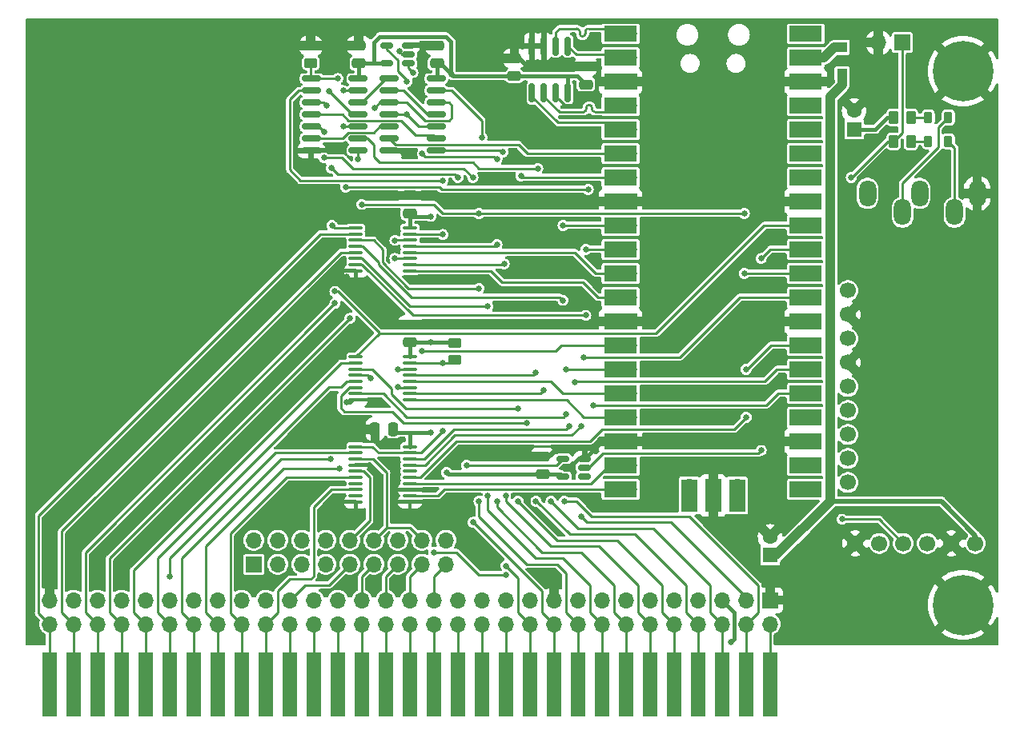
<source format=gbr>
G04 #@! TF.GenerationSoftware,KiCad,Pcbnew,7.0.5-0*
G04 #@! TF.CreationDate,2023-07-02T22:21:16-05:00*
G04 #@! TF.ProjectId,PicoGUS,5069636f-4755-4532-9e6b-696361645f70,rev?*
G04 #@! TF.SameCoordinates,Original*
G04 #@! TF.FileFunction,Copper,L1,Top*
G04 #@! TF.FilePolarity,Positive*
%FSLAX46Y46*%
G04 Gerber Fmt 4.6, Leading zero omitted, Abs format (unit mm)*
G04 Created by KiCad (PCBNEW 7.0.5-0) date 2023-07-02 22:21:16*
%MOMM*%
%LPD*%
G01*
G04 APERTURE LIST*
G04 Aperture macros list*
%AMRoundRect*
0 Rectangle with rounded corners*
0 $1 Rounding radius*
0 $2 $3 $4 $5 $6 $7 $8 $9 X,Y pos of 4 corners*
0 Add a 4 corners polygon primitive as box body*
4,1,4,$2,$3,$4,$5,$6,$7,$8,$9,$2,$3,0*
0 Add four circle primitives for the rounded corners*
1,1,$1+$1,$2,$3*
1,1,$1+$1,$4,$5*
1,1,$1+$1,$6,$7*
1,1,$1+$1,$8,$9*
0 Add four rect primitives between the rounded corners*
20,1,$1+$1,$2,$3,$4,$5,0*
20,1,$1+$1,$4,$5,$6,$7,0*
20,1,$1+$1,$6,$7,$8,$9,0*
20,1,$1+$1,$8,$9,$2,$3,0*%
G04 Aperture macros list end*
G04 #@! TA.AperFunction,ConnectorPad*
%ADD10R,1.524000X6.858000*%
G04 #@! TD*
G04 #@! TA.AperFunction,SMDPad,CuDef*
%ADD11RoundRect,0.250000X0.475000X-0.250000X0.475000X0.250000X-0.475000X0.250000X-0.475000X-0.250000X0*%
G04 #@! TD*
G04 #@! TA.AperFunction,SMDPad,CuDef*
%ADD12RoundRect,0.250000X-0.262500X-0.450000X0.262500X-0.450000X0.262500X0.450000X-0.262500X0.450000X0*%
G04 #@! TD*
G04 #@! TA.AperFunction,SMDPad,CuDef*
%ADD13RoundRect,0.100000X-0.637500X-0.100000X0.637500X-0.100000X0.637500X0.100000X-0.637500X0.100000X0*%
G04 #@! TD*
G04 #@! TA.AperFunction,ComponentPad*
%ADD14R,1.700000X1.700000*%
G04 #@! TD*
G04 #@! TA.AperFunction,ComponentPad*
%ADD15O,1.700000X1.700000*%
G04 #@! TD*
G04 #@! TA.AperFunction,SMDPad,CuDef*
%ADD16RoundRect,0.150000X-0.825000X-0.150000X0.825000X-0.150000X0.825000X0.150000X-0.825000X0.150000X0*%
G04 #@! TD*
G04 #@! TA.AperFunction,SMDPad,CuDef*
%ADD17RoundRect,0.150000X-0.150000X0.825000X-0.150000X-0.825000X0.150000X-0.825000X0.150000X0.825000X0*%
G04 #@! TD*
G04 #@! TA.AperFunction,ComponentPad*
%ADD18R,1.600000X1.600000*%
G04 #@! TD*
G04 #@! TA.AperFunction,ComponentPad*
%ADD19C,1.600000*%
G04 #@! TD*
G04 #@! TA.AperFunction,ComponentPad*
%ADD20O,1.800000X2.800000*%
G04 #@! TD*
G04 #@! TA.AperFunction,SMDPad,CuDef*
%ADD21RoundRect,0.150000X0.512500X0.150000X-0.512500X0.150000X-0.512500X-0.150000X0.512500X-0.150000X0*%
G04 #@! TD*
G04 #@! TA.AperFunction,SMDPad,CuDef*
%ADD22R,3.500000X1.700000*%
G04 #@! TD*
G04 #@! TA.AperFunction,SMDPad,CuDef*
%ADD23R,1.700000X3.500000*%
G04 #@! TD*
G04 #@! TA.AperFunction,SMDPad,CuDef*
%ADD24RoundRect,0.250000X0.250000X0.475000X-0.250000X0.475000X-0.250000X-0.475000X0.250000X-0.475000X0*%
G04 #@! TD*
G04 #@! TA.AperFunction,SMDPad,CuDef*
%ADD25RoundRect,0.218750X-0.218750X-0.381250X0.218750X-0.381250X0.218750X0.381250X-0.218750X0.381250X0*%
G04 #@! TD*
G04 #@! TA.AperFunction,SMDPad,CuDef*
%ADD26RoundRect,0.250000X0.450000X-0.262500X0.450000X0.262500X-0.450000X0.262500X-0.450000X-0.262500X0*%
G04 #@! TD*
G04 #@! TA.AperFunction,ComponentPad*
%ADD27C,6.400000*%
G04 #@! TD*
G04 #@! TA.AperFunction,SMDPad,CuDef*
%ADD28RoundRect,0.250000X-0.450000X0.262500X-0.450000X-0.262500X0.450000X-0.262500X0.450000X0.262500X0*%
G04 #@! TD*
G04 #@! TA.AperFunction,ComponentPad*
%ADD29C,1.700000*%
G04 #@! TD*
G04 #@! TA.AperFunction,SMDPad,CuDef*
%ADD30R,1.100000X1.100000*%
G04 #@! TD*
G04 #@! TA.AperFunction,SMDPad,CuDef*
%ADD31RoundRect,0.250000X0.262500X0.450000X-0.262500X0.450000X-0.262500X-0.450000X0.262500X-0.450000X0*%
G04 #@! TD*
G04 #@! TA.AperFunction,ViaPad*
%ADD32C,0.650000*%
G04 #@! TD*
G04 #@! TA.AperFunction,Conductor*
%ADD33C,0.250000*%
G04 #@! TD*
G04 #@! TA.AperFunction,Conductor*
%ADD34C,0.290000*%
G04 #@! TD*
G04 #@! TA.AperFunction,Conductor*
%ADD35C,0.400000*%
G04 #@! TD*
G04 #@! TA.AperFunction,Conductor*
%ADD36C,0.280000*%
G04 #@! TD*
G04 #@! TA.AperFunction,Conductor*
%ADD37C,0.500000*%
G04 #@! TD*
G04 #@! TA.AperFunction,Conductor*
%ADD38C,0.440000*%
G04 #@! TD*
G04 #@! TA.AperFunction,Conductor*
%ADD39C,1.000000*%
G04 #@! TD*
G04 APERTURE END LIST*
D10*
X195262500Y-132397500D03*
X192722500Y-132397500D03*
X190182500Y-132397500D03*
X187642500Y-132397500D03*
X185102500Y-132397500D03*
X182562500Y-132397500D03*
X180022500Y-132397500D03*
X177482500Y-132397500D03*
X174942500Y-132397500D03*
X172402500Y-132397500D03*
X169862500Y-132397500D03*
X167322500Y-132397500D03*
X164782500Y-132397500D03*
X162242500Y-132397500D03*
X159702500Y-132397500D03*
X157162500Y-132397500D03*
X154622500Y-132397500D03*
X152082500Y-132397500D03*
X149542500Y-132397500D03*
X147002500Y-132397500D03*
X144462500Y-132397500D03*
X141922500Y-132397500D03*
X139382500Y-132397500D03*
X136842500Y-132397500D03*
X134302500Y-132397500D03*
X131762500Y-132397500D03*
X129222500Y-132397500D03*
X126682500Y-132397500D03*
X124142500Y-132397500D03*
X121602500Y-132397500D03*
X119062500Y-132397500D03*
D11*
X168211500Y-68006000D03*
X168211500Y-66106000D03*
D12*
X208320000Y-74930000D03*
X210145000Y-74930000D03*
D13*
X151442500Y-84085000D03*
X151442500Y-84735000D03*
X151442500Y-85385000D03*
X151442500Y-86035000D03*
X151442500Y-86685000D03*
X151442500Y-87335000D03*
X151442500Y-87985000D03*
X151442500Y-88635000D03*
X157167500Y-88635000D03*
X157167500Y-87985000D03*
X157167500Y-87335000D03*
X157167500Y-86685000D03*
X157167500Y-86035000D03*
X157167500Y-85385000D03*
X157167500Y-84735000D03*
X157167500Y-84085000D03*
D14*
X209237500Y-64452500D03*
D15*
X206697500Y-64452500D03*
D16*
X155005000Y-68262500D03*
X155005000Y-69532500D03*
X155005000Y-70802500D03*
X155005000Y-72072500D03*
X155005000Y-73342500D03*
X155005000Y-74612500D03*
X155005000Y-75882500D03*
X159955000Y-75882500D03*
X159955000Y-74612500D03*
X159955000Y-73342500D03*
X159955000Y-72072500D03*
X159955000Y-70802500D03*
X159955000Y-69532500D03*
X159955000Y-68262500D03*
D17*
X173863000Y-64835000D03*
X172593000Y-64835000D03*
X171323000Y-64835000D03*
X170053000Y-64835000D03*
X170053000Y-69785000D03*
X171323000Y-69785000D03*
X172593000Y-69785000D03*
X173863000Y-69785000D03*
D11*
X157165000Y-82547500D03*
X157165000Y-80647500D03*
D18*
X195262500Y-118747613D03*
D19*
X195262500Y-116747613D03*
D11*
X171196000Y-110170000D03*
X171196000Y-108270000D03*
D20*
X209260000Y-82430000D03*
X211060000Y-80430000D03*
X217160000Y-80430000D03*
X214760000Y-82430000D03*
X205560000Y-80430000D03*
D11*
X151765000Y-66670000D03*
X151765000Y-64770000D03*
D13*
X151442500Y-97737500D03*
X151442500Y-98387500D03*
X151442500Y-99037500D03*
X151442500Y-99687500D03*
X151442500Y-100337500D03*
X151442500Y-100987500D03*
X151442500Y-101637500D03*
X151442500Y-102287500D03*
X157167500Y-102287500D03*
X157167500Y-101637500D03*
X157167500Y-100987500D03*
X157167500Y-100337500D03*
X157167500Y-99687500D03*
X157167500Y-99037500D03*
X157167500Y-98387500D03*
X157167500Y-97737500D03*
D21*
X157030000Y-66672500D03*
X157030000Y-65722500D03*
X157030000Y-64772500D03*
X154755000Y-64772500D03*
X154755000Y-66672500D03*
D16*
X146750000Y-68262500D03*
X146750000Y-69532500D03*
X146750000Y-70802500D03*
X146750000Y-72072500D03*
X146750000Y-73342500D03*
X146750000Y-74612500D03*
X146750000Y-75882500D03*
X151700000Y-75882500D03*
X151700000Y-74612500D03*
X151700000Y-73342500D03*
X151700000Y-72072500D03*
X151700000Y-70802500D03*
X151700000Y-69532500D03*
X151700000Y-68262500D03*
D15*
X180340000Y-63500000D03*
D22*
X179440000Y-63500000D03*
D15*
X180340000Y-66040000D03*
D22*
X179440000Y-66040000D03*
D14*
X180340000Y-68580000D03*
D22*
X179440000Y-68580000D03*
D15*
X180340000Y-71120000D03*
D22*
X179440000Y-71120000D03*
D15*
X180340000Y-73660000D03*
D22*
X179440000Y-73660000D03*
X179440000Y-76200000D03*
D15*
X180340000Y-76200000D03*
D22*
X179440000Y-78740000D03*
D15*
X180340000Y-78740000D03*
D22*
X179440000Y-81280000D03*
D14*
X180340000Y-81280000D03*
D15*
X180340000Y-83820000D03*
D22*
X179440000Y-83820000D03*
D15*
X180340000Y-86360000D03*
D22*
X179440000Y-86360000D03*
D15*
X180340000Y-88900000D03*
D22*
X179440000Y-88900000D03*
X179440000Y-91440000D03*
D15*
X180340000Y-91440000D03*
D22*
X179440000Y-93980000D03*
D14*
X180340000Y-93980000D03*
D22*
X179440000Y-96520000D03*
D15*
X180340000Y-96520000D03*
D22*
X179440000Y-99060000D03*
D15*
X180340000Y-99060000D03*
X180340000Y-101600000D03*
D22*
X179440000Y-101600000D03*
D15*
X180340000Y-104140000D03*
D22*
X179440000Y-104140000D03*
D14*
X180340000Y-106680000D03*
D22*
X179440000Y-106680000D03*
D15*
X180340000Y-109220000D03*
D22*
X179440000Y-109220000D03*
X179440000Y-111760000D03*
D15*
X180340000Y-111760000D03*
D22*
X199020000Y-111760000D03*
D15*
X198120000Y-111760000D03*
D22*
X199020000Y-109220000D03*
D15*
X198120000Y-109220000D03*
D14*
X198120000Y-106680000D03*
D22*
X199020000Y-106680000D03*
D15*
X198120000Y-104140000D03*
D22*
X199020000Y-104140000D03*
X199020000Y-101600000D03*
D15*
X198120000Y-101600000D03*
X198120000Y-99060000D03*
D22*
X199020000Y-99060000D03*
X199020000Y-96520000D03*
D15*
X198120000Y-96520000D03*
D14*
X198120000Y-93980000D03*
D22*
X199020000Y-93980000D03*
X199020000Y-91440000D03*
D15*
X198120000Y-91440000D03*
D22*
X199020000Y-88900000D03*
D15*
X198120000Y-88900000D03*
D22*
X199020000Y-86360000D03*
D15*
X198120000Y-86360000D03*
X198120000Y-83820000D03*
D22*
X199020000Y-83820000D03*
X199020000Y-81280000D03*
D14*
X198120000Y-81280000D03*
D22*
X199020000Y-78740000D03*
D15*
X198120000Y-78740000D03*
X198120000Y-76200000D03*
D22*
X199020000Y-76200000D03*
D15*
X198120000Y-73660000D03*
D22*
X199020000Y-73660000D03*
X199020000Y-71120000D03*
D15*
X198120000Y-71120000D03*
D14*
X198120000Y-68580000D03*
D22*
X199020000Y-68580000D03*
D15*
X198120000Y-66040000D03*
D22*
X199020000Y-66040000D03*
X199020000Y-63500000D03*
D15*
X198120000Y-63500000D03*
X186690000Y-111530000D03*
D23*
X186690000Y-112430000D03*
D14*
X189230000Y-111530000D03*
D23*
X189230000Y-112430000D03*
X191770000Y-112430000D03*
D15*
X191770000Y-111530000D03*
D24*
X155382000Y-105410000D03*
X153482000Y-105410000D03*
D25*
X211980000Y-74930000D03*
X214105000Y-74930000D03*
D18*
X204152500Y-73662613D03*
D19*
X204152500Y-71662613D03*
D11*
X160020000Y-66670000D03*
X160020000Y-64770000D03*
D25*
X211980000Y-72390000D03*
X214105000Y-72390000D03*
D26*
X146685000Y-66635000D03*
X146685000Y-64810000D03*
D27*
X215658700Y-124008000D03*
D28*
X161925000Y-96242500D03*
X161925000Y-98067500D03*
D14*
X140662500Y-119702500D03*
D15*
X140662500Y-117162500D03*
X143202500Y-119702500D03*
X143202500Y-117162500D03*
X145742500Y-119702500D03*
X145742500Y-117162500D03*
X148282500Y-119702500D03*
X148282500Y-117162500D03*
X150822500Y-119702500D03*
X150822500Y-117162500D03*
X153362500Y-119702500D03*
X153362500Y-117162500D03*
X155902500Y-119702500D03*
X155902500Y-117162500D03*
X158442500Y-119702500D03*
X158442500Y-117162500D03*
X160982500Y-119702500D03*
X160982500Y-117162500D03*
D29*
X204269050Y-117487931D03*
X206809050Y-117487931D03*
X209349050Y-117487931D03*
X211889050Y-117487931D03*
X214429050Y-117487931D03*
X216969050Y-117487931D03*
X203489050Y-111047931D03*
X203489050Y-108507931D03*
X203489050Y-105967931D03*
X203489050Y-103427931D03*
X203489050Y-100887931D03*
X203489050Y-98347931D03*
X203489050Y-95807931D03*
X203489050Y-93267931D03*
X203489050Y-90727931D03*
D30*
X202882500Y-64957500D03*
X202882500Y-67757500D03*
D21*
X175635500Y-110424000D03*
X175635500Y-109474000D03*
X175635500Y-108524000D03*
X173360500Y-108524000D03*
X173360500Y-110424000D03*
D11*
X175768000Y-68895000D03*
X175768000Y-66995000D03*
D13*
X151442500Y-107247500D03*
X151442500Y-107897500D03*
X151442500Y-108547500D03*
X151442500Y-109197500D03*
X151442500Y-109847500D03*
X151442500Y-110497500D03*
X151442500Y-111147500D03*
X151442500Y-111797500D03*
X151442500Y-112447500D03*
X151442500Y-113097500D03*
X157167500Y-113097500D03*
X157167500Y-112447500D03*
X157167500Y-111797500D03*
X157167500Y-111147500D03*
X157167500Y-110497500D03*
X157167500Y-109847500D03*
X157167500Y-109197500D03*
X157167500Y-108547500D03*
X157167500Y-107897500D03*
X157167500Y-107247500D03*
D14*
X195262500Y-123502500D03*
D15*
X192722500Y-123502500D03*
X190182500Y-123502500D03*
X187642500Y-123502500D03*
X185102500Y-123502500D03*
X182562500Y-123502500D03*
X180022500Y-123502500D03*
X177482500Y-123502500D03*
X174942500Y-123502500D03*
X172402500Y-123502500D03*
X169862500Y-123502500D03*
X167322500Y-123502500D03*
X164782500Y-123502500D03*
X162242500Y-123502500D03*
X159702500Y-123502500D03*
X157162500Y-123502500D03*
X154622500Y-123502500D03*
X152082500Y-123502500D03*
X149542500Y-123502500D03*
X147002500Y-123502500D03*
X144462500Y-123502500D03*
X141922500Y-123502500D03*
X139382500Y-123502500D03*
X136842500Y-123502500D03*
X134302500Y-123502500D03*
X131762500Y-123502500D03*
X129222500Y-123502500D03*
X126682500Y-123502500D03*
X124142500Y-123502500D03*
X121602500Y-123502500D03*
X119062500Y-123502500D03*
X195262500Y-126042500D03*
X192722500Y-126042500D03*
X190182500Y-126042500D03*
X187642500Y-126042500D03*
X185102500Y-126042500D03*
X182562500Y-126042500D03*
X180022500Y-126042500D03*
X177482500Y-126042500D03*
X174942500Y-126042500D03*
X172402500Y-126042500D03*
X169862500Y-126042500D03*
X167322500Y-126042500D03*
X164782500Y-126042500D03*
X162242500Y-126042500D03*
X159702500Y-126042500D03*
X157162500Y-126042500D03*
X154622500Y-126042500D03*
X152082500Y-126042500D03*
X149542500Y-126042500D03*
X147002500Y-126042500D03*
X144462500Y-126042500D03*
X141922500Y-126042500D03*
X139382500Y-126042500D03*
X136842500Y-126042500D03*
X134302500Y-126042500D03*
X131762500Y-126042500D03*
X129222500Y-126042500D03*
X126682500Y-126042500D03*
X124142500Y-126042500D03*
X121602500Y-126042500D03*
X119062500Y-126042500D03*
D27*
X215658700Y-67493000D03*
D11*
X157162500Y-96200000D03*
X157162500Y-94300000D03*
D31*
X210145000Y-72390000D03*
X208320000Y-72390000D03*
D32*
X149225000Y-92075000D03*
X155575000Y-85407500D03*
X155575000Y-87312500D03*
X150812500Y-93662500D03*
X155892500Y-99060000D03*
X148748750Y-108585000D03*
X149701250Y-109537500D03*
X155892500Y-100965000D03*
X164465000Y-113030000D03*
X164465000Y-90487500D03*
X165417500Y-92392500D03*
X165417500Y-112409500D03*
X166370000Y-113030000D03*
X166370000Y-85852000D03*
X167132000Y-87884000D03*
X167293489Y-112409500D03*
X168592500Y-103187500D03*
X168592500Y-113030000D03*
X170497500Y-113030000D03*
X169530500Y-104760500D03*
X170497500Y-99377500D03*
X172085000Y-113030000D03*
X173482000Y-113030000D03*
X171291250Y-101282500D03*
X149860000Y-85725000D03*
X182245000Y-109220000D03*
X209550000Y-111760000D03*
X144621250Y-111601250D03*
X182245000Y-63500000D03*
X155892500Y-94297500D03*
X208280000Y-70802500D03*
X171132500Y-88392000D03*
X132080000Y-113982500D03*
X189230000Y-68262500D03*
X149860000Y-66802000D03*
X168910000Y-63817500D03*
X155448000Y-108966000D03*
X153987500Y-92710000D03*
X146208750Y-100330000D03*
X210185000Y-70802500D03*
X146208750Y-96837500D03*
X174752000Y-85090000D03*
X182562500Y-99060000D03*
X157797500Y-89662000D03*
X117600000Y-113665000D03*
X150177500Y-113982500D03*
X212725000Y-111760000D03*
X171132500Y-94297500D03*
X146208750Y-77216000D03*
X154305000Y-106997500D03*
X161290000Y-115252500D03*
X146208750Y-84455000D03*
X196215000Y-78740000D03*
X174752000Y-81280000D03*
X126682500Y-119380000D03*
X149225000Y-63182500D03*
X165735000Y-84137500D03*
X189230000Y-76200000D03*
X184785000Y-113665000D03*
X192532000Y-119126000D03*
X165608000Y-71628000D03*
X168148000Y-76200000D03*
X176530000Y-113030000D03*
X195580000Y-111760000D03*
X155575000Y-84137500D03*
X150495000Y-89217500D03*
X162877500Y-68897500D03*
X153924000Y-113538000D03*
X137477500Y-101600000D03*
X124142500Y-119380000D03*
X137477500Y-93027500D03*
X143510000Y-90805000D03*
X165735000Y-118586250D03*
X182562500Y-104140000D03*
X132080000Y-98425000D03*
X149542500Y-115887500D03*
X121602500Y-119380000D03*
X176784000Y-73914000D03*
X158432500Y-65722500D03*
X143510000Y-69850000D03*
X144780000Y-65722500D03*
X143510000Y-95250000D03*
X146050000Y-106045000D03*
X189230000Y-106680000D03*
X168910000Y-94297500D03*
X166370000Y-81280000D03*
X121602500Y-120967500D03*
X171132500Y-81280000D03*
X151447500Y-105410000D03*
X144780000Y-63182500D03*
X196812011Y-127037989D03*
X170180000Y-67056000D03*
X140652500Y-115411250D03*
X161607500Y-83502500D03*
X207327500Y-106362500D03*
X168910000Y-81280000D03*
X165608000Y-90424000D03*
X161607500Y-108712000D03*
X119062500Y-119380000D03*
X196812011Y-125052011D03*
X168592500Y-69532500D03*
X168910000Y-92392500D03*
X196342000Y-63500000D03*
X201930000Y-63182500D03*
X153035000Y-84137500D03*
X158432500Y-94297500D03*
X166370000Y-78994000D03*
X155956000Y-80645000D03*
X173355000Y-94297500D03*
X119062500Y-120967500D03*
X170497500Y-120491250D03*
X161607500Y-81280000D03*
X132080000Y-110807500D03*
X158432500Y-80645000D03*
X132080000Y-102552500D03*
X174244000Y-109474000D03*
X168910000Y-84772500D03*
X150495000Y-102552500D03*
X119062500Y-117792500D03*
X125730000Y-104775000D03*
X161607500Y-89535000D03*
X182562500Y-96520000D03*
X209550000Y-114300000D03*
X172402500Y-120491250D03*
X182626000Y-73660000D03*
X196215000Y-74930000D03*
X182245000Y-83820000D03*
X139382500Y-118427500D03*
X162560000Y-66992500D03*
X164147500Y-63182500D03*
X117792500Y-127317500D03*
X189230000Y-87630000D03*
X189547500Y-115570000D03*
X174752000Y-91757500D03*
X143510000Y-99377500D03*
X117512989Y-125692011D03*
X146208750Y-88582500D03*
X173736000Y-67056000D03*
X182562500Y-78740000D03*
X146208750Y-93027500D03*
X203454000Y-76454000D03*
X189230000Y-99060000D03*
X153924000Y-102616000D03*
X148431250Y-81280000D03*
X159004000Y-62992000D03*
X156464000Y-76200000D03*
X146208750Y-81280000D03*
X146208750Y-78263750D03*
X157480000Y-76200000D03*
X158432500Y-66675000D03*
X124142500Y-120967500D03*
X151765000Y-95250000D03*
X161607500Y-94297500D03*
X171132500Y-84772500D03*
X182562500Y-101600000D03*
X125730000Y-113030000D03*
X166370000Y-74168000D03*
X171450000Y-120491250D03*
X174752000Y-88900000D03*
X149542500Y-96837500D03*
X159766000Y-110236000D03*
X132080000Y-106680000D03*
X152082500Y-90805000D03*
X154178000Y-62992000D03*
X216535000Y-114300000D03*
X143510000Y-102552500D03*
X168910000Y-88392000D03*
X143510000Y-86995000D03*
X171132500Y-92392500D03*
X165735000Y-119856250D03*
X143510000Y-79057500D03*
X148082000Y-73914000D03*
X163830000Y-78740000D03*
X148096636Y-76664091D03*
X148844000Y-77724000D03*
X148336000Y-71120000D03*
X162242500Y-78740000D03*
X159385000Y-96202500D03*
X161036000Y-109982000D03*
X159385000Y-82867500D03*
X161544000Y-67818000D03*
X159385000Y-105727500D03*
X163830000Y-115252500D03*
X163165978Y-109220000D03*
X201612500Y-72390000D03*
X191135000Y-127952500D03*
X168910000Y-78581250D03*
X167005000Y-76041250D03*
X170688000Y-77787500D03*
X175260000Y-114617500D03*
X167322500Y-120808750D03*
X159702500Y-118427500D03*
X131762500Y-120967500D03*
X153416000Y-71374000D03*
X149542500Y-68262500D03*
X192722500Y-104140000D03*
X192722500Y-99060000D03*
X176022000Y-80010000D03*
X150368000Y-79756000D03*
X176530000Y-102870000D03*
X150143500Y-73342500D03*
X175514000Y-97790000D03*
X175260000Y-105092500D03*
X173990000Y-105092500D03*
X174625000Y-100457000D03*
X156044892Y-65405000D03*
X148590000Y-69596000D03*
X157480000Y-67627500D03*
X167322500Y-119856250D03*
X158477875Y-76204789D03*
X166370000Y-76835000D03*
X202882500Y-114935000D03*
X150114000Y-69532500D03*
X148922000Y-83820000D03*
X149225000Y-90805000D03*
X160655000Y-98425000D03*
X160655000Y-84772500D03*
X160655000Y-105568750D03*
X160655000Y-79057500D03*
X164465000Y-82550000D03*
X152082500Y-81597500D03*
X192532000Y-88900000D03*
X151700000Y-76835000D03*
X164782500Y-74522500D03*
X192532000Y-82550000D03*
X173672500Y-99060000D03*
X173672500Y-103822500D03*
X158432500Y-97155000D03*
X153035000Y-100012500D03*
X175768000Y-93345000D03*
X175768000Y-86360000D03*
X173355000Y-91757500D03*
X173355000Y-83820000D03*
X203835000Y-78740000D03*
X156845000Y-68580000D03*
X156845000Y-72072500D03*
X194310000Y-87312500D03*
X194310000Y-107632500D03*
D33*
X119062500Y-126042500D02*
X117881400Y-124861400D01*
X117881400Y-114528600D02*
X147675000Y-84735000D01*
X119062500Y-132397500D02*
X119062500Y-126042500D01*
X147675000Y-84735000D02*
X151442500Y-84735000D01*
X117881400Y-124861400D02*
X117881400Y-114528600D01*
X120332500Y-116205000D02*
X149852500Y-86685000D01*
X120332500Y-124772500D02*
X120332500Y-116205000D01*
X121602500Y-126042500D02*
X120332500Y-124772500D01*
X149852500Y-86685000D02*
X151442500Y-86685000D01*
X121602500Y-132397500D02*
X121602500Y-126042500D01*
X122872500Y-118427500D02*
X122872500Y-124772500D01*
X149225000Y-92075000D02*
X122872500Y-118427500D01*
X124142500Y-132397500D02*
X124142500Y-126042500D01*
X155597500Y-85385000D02*
X155575000Y-85407500D01*
X157167500Y-85385000D02*
X155597500Y-85385000D01*
X122872500Y-124772500D02*
X124142500Y-126042500D01*
X126682500Y-132397500D02*
X126682500Y-126042500D01*
X157167500Y-87335000D02*
X155597500Y-87335000D01*
X125412500Y-124772500D02*
X126682500Y-126042500D01*
X155597500Y-87335000D02*
X155575000Y-87312500D01*
X125412500Y-119062500D02*
X125412500Y-124772500D01*
X150812500Y-93662500D02*
X125412500Y-119062500D01*
X151442500Y-98387500D02*
X149897500Y-98387500D01*
X127952500Y-124772500D02*
X129222500Y-126042500D01*
X129222500Y-132397500D02*
X129222500Y-126042500D01*
X127952500Y-120332500D02*
X127952500Y-124772500D01*
X149897500Y-98387500D02*
X127952500Y-120332500D01*
X131762500Y-132397500D02*
X131762500Y-126042500D01*
X130492500Y-124772500D02*
X130492500Y-119062500D01*
X150487500Y-100337500D02*
X151442500Y-100337500D01*
X148590000Y-100965000D02*
X149860000Y-100965000D01*
X130492500Y-119062500D02*
X148590000Y-100965000D01*
X149860000Y-100965000D02*
X150487500Y-100337500D01*
X131762500Y-126042500D02*
X130492500Y-124772500D01*
X148748750Y-108585000D02*
X143510000Y-108585000D01*
X133032500Y-124772500D02*
X134302500Y-126042500D01*
X133032500Y-119062500D02*
X133032500Y-124772500D01*
X157167500Y-99037500D02*
X155915000Y-99037500D01*
X143510000Y-108585000D02*
X133032500Y-119062500D01*
X134302500Y-132397500D02*
X134302500Y-126042500D01*
X155915000Y-99037500D02*
X155892500Y-99060000D01*
X149701250Y-109537500D02*
X143827500Y-109537500D01*
X135572500Y-117792500D02*
X135572500Y-124772500D01*
X155915000Y-100987500D02*
X155892500Y-100965000D01*
X143827500Y-109537500D02*
X135572500Y-117792500D01*
X157167500Y-100987500D02*
X155915000Y-100987500D01*
X136842500Y-132397500D02*
X136842500Y-126042500D01*
X135572500Y-124772500D02*
X136842500Y-126042500D01*
X139382500Y-132397500D02*
X139382500Y-126042500D01*
X151442500Y-110497500D02*
X144137500Y-110497500D01*
X138207989Y-116427011D02*
X138207989Y-124867989D01*
X138207989Y-124867989D02*
X139382500Y-126042500D01*
X144137500Y-110497500D02*
X138207989Y-116427011D01*
X147002500Y-120967500D02*
X147002500Y-113664999D01*
X144462500Y-121285000D02*
X146685000Y-121285000D01*
X143192500Y-122555000D02*
X144462500Y-121285000D01*
X143192500Y-124772500D02*
X143192500Y-122555000D01*
X148869999Y-111797500D02*
X151442500Y-111797500D01*
X147002500Y-113664999D02*
X148869999Y-111797500D01*
X141922500Y-132397500D02*
X141922500Y-126042500D01*
X141922500Y-126042500D02*
X143192500Y-124772500D01*
X146685000Y-121285000D02*
X147002500Y-120967500D01*
X173672500Y-120650000D02*
X173672500Y-124772500D01*
X157003750Y-90487500D02*
X154275989Y-87759739D01*
X164465000Y-90487500D02*
X157003750Y-90487500D01*
X164465000Y-114617500D02*
X169545000Y-119697500D01*
X172720000Y-119697500D02*
X173672500Y-120650000D01*
X154305000Y-87014452D02*
X154305000Y-86360000D01*
X169545000Y-119697500D02*
X172720000Y-119697500D01*
X164465000Y-113030000D02*
X164465000Y-114617500D01*
X174942500Y-132397500D02*
X174942500Y-126042500D01*
X153330000Y-85385000D02*
X151442500Y-85385000D01*
X173672500Y-124772500D02*
X174942500Y-126042500D01*
X154275989Y-87759739D02*
X154275989Y-87043463D01*
X154275989Y-87043463D02*
X154305000Y-87014452D01*
X154305000Y-86360000D02*
X153330000Y-85385000D01*
X165417500Y-113982500D02*
X170497500Y-119062500D01*
X176212500Y-124772500D02*
X177482500Y-126042500D01*
X173355000Y-119062500D02*
X176212500Y-121920000D01*
X176212500Y-121920000D02*
X176212500Y-124772500D01*
X152130361Y-87335000D02*
X151442500Y-87335000D01*
X165417500Y-92392500D02*
X157187861Y-92392500D01*
X170497500Y-119062500D02*
X173355000Y-119062500D01*
X165417500Y-112409500D02*
X165417500Y-113982500D01*
X177482500Y-132397500D02*
X177482500Y-126042500D01*
X157187861Y-92392500D02*
X152130361Y-87335000D01*
X178752500Y-124777500D02*
X180017500Y-126042500D01*
X166370000Y-113665000D02*
X171132500Y-118427500D01*
X180022500Y-132397500D02*
X180022500Y-126042500D01*
X166370000Y-113030000D02*
X166370000Y-113665000D01*
X178752500Y-121920000D02*
X178752500Y-124777500D01*
X171132500Y-118427500D02*
X175260000Y-118427500D01*
X157167500Y-86035000D02*
X166187000Y-86035000D01*
X166187000Y-86035000D02*
X166370000Y-85852000D01*
X175260000Y-118427500D02*
X178752500Y-121920000D01*
X181292500Y-124772500D02*
X182562500Y-126042500D01*
X167285000Y-87985000D02*
X157167500Y-87985000D01*
X167293489Y-113000989D02*
X172085000Y-117792500D01*
X167293489Y-112409500D02*
X167293489Y-113000989D01*
X172085000Y-117792500D02*
X177165000Y-117792500D01*
X182562500Y-132397500D02*
X182562500Y-126042500D01*
X181292500Y-121920000D02*
X181292500Y-124772500D01*
X177165000Y-117792500D02*
X181292500Y-121920000D01*
X183832500Y-124777500D02*
X183837500Y-124777500D01*
X168592500Y-113030000D02*
X172720000Y-117157500D01*
X172720000Y-117157500D02*
X179070000Y-117157500D01*
X183837500Y-124777500D02*
X185102500Y-126042500D01*
X155242989Y-101074059D02*
X153206430Y-99037500D01*
X168592500Y-103187500D02*
X156729639Y-103187500D01*
X183832500Y-121920000D02*
X183832500Y-124777500D01*
X153206430Y-99037500D02*
X151442500Y-99037500D01*
X179070000Y-117157500D02*
X183832500Y-121920000D01*
X156729639Y-103187500D02*
X155242989Y-101700850D01*
X185102500Y-132397500D02*
X185102500Y-126042500D01*
X155242989Y-101700850D02*
X155242989Y-101074059D01*
X156527500Y-104775000D02*
X155272011Y-103519511D01*
X169516000Y-104775000D02*
X156527500Y-104775000D01*
X170576876Y-113030000D02*
X174069376Y-116522500D01*
X169530500Y-104760500D02*
X169516000Y-104775000D01*
X187642500Y-132397500D02*
X187642500Y-126042500D01*
X180975000Y-116522500D02*
X186372500Y-121920000D01*
X149845489Y-103139037D02*
X149845489Y-101896650D01*
X174069376Y-116522500D02*
X180975000Y-116522500D01*
X149845489Y-101896650D02*
X150754639Y-100987500D01*
X150225963Y-103519511D02*
X149845489Y-103139037D01*
X150754639Y-100987500D02*
X151442500Y-100987500D01*
X170497500Y-113030000D02*
X170576876Y-113030000D01*
X155272011Y-103519511D02*
X150225963Y-103519511D01*
X186372500Y-124772500D02*
X187642500Y-126042500D01*
X186372500Y-121920000D02*
X186372500Y-124772500D01*
X170187500Y-99687500D02*
X157167500Y-99687500D01*
X188912500Y-124772500D02*
X190182500Y-126042500D01*
X174942500Y-115887500D02*
X182880000Y-115887500D01*
X170497500Y-99377500D02*
X170187500Y-99687500D01*
X182880000Y-115887500D02*
X188912500Y-121920000D01*
X172085000Y-113030000D02*
X174942500Y-115887500D01*
X190182500Y-132397500D02*
X190182500Y-126042500D01*
X188912500Y-121920000D02*
X188912500Y-124772500D01*
X176371250Y-114617500D02*
X186690000Y-114617500D01*
X192722500Y-132397500D02*
X192722500Y-126042500D01*
X186690000Y-114617500D02*
X193992500Y-121920000D01*
X170936250Y-101637500D02*
X157167500Y-101637500D01*
X193992500Y-124772500D02*
X192722500Y-126042500D01*
X173482000Y-113030000D02*
X174783750Y-113030000D01*
X171291250Y-101282500D02*
X170936250Y-101637500D01*
X193992500Y-121920000D02*
X193992500Y-124772500D01*
X174783750Y-113030000D02*
X176371250Y-114617500D01*
D34*
X201116000Y-62305000D02*
X201136000Y-62325000D01*
D35*
X156464000Y-76200000D02*
X156211500Y-75947500D01*
X177162500Y-66995000D02*
X177165000Y-66992500D01*
D36*
X181690000Y-62310000D02*
X181705000Y-62325000D01*
D37*
X168722000Y-66106000D02*
X169418000Y-66802000D01*
D33*
X177165000Y-62357000D02*
X177197000Y-62325000D01*
D37*
X177165000Y-66992500D02*
X177165000Y-68580000D01*
D35*
X151077500Y-102287500D02*
X150812500Y-102552500D01*
D33*
X172916249Y-70485000D02*
X173516249Y-71085000D01*
D37*
X171958000Y-108204000D02*
X172397000Y-107765000D01*
X172397000Y-107765000D02*
X172720000Y-107765000D01*
D35*
X180340000Y-106680000D02*
X177476250Y-106680000D01*
D34*
X177217000Y-62305000D02*
X181685000Y-62305000D01*
D33*
X175287750Y-108176250D02*
X175635500Y-108524000D01*
X170156250Y-107180000D02*
X172537500Y-107180000D01*
X172593000Y-70485000D02*
X172916249Y-70485000D01*
D34*
X177212000Y-62310000D02*
X177217000Y-62305000D01*
X196902000Y-62305000D02*
X201116000Y-62305000D01*
D33*
X196850000Y-62357000D02*
X196882000Y-62325000D01*
D37*
X171450000Y-108204000D02*
X171958000Y-108204000D01*
D35*
X177476250Y-106680000D02*
X175635500Y-108520750D01*
D33*
X201136000Y-62325000D02*
X201168000Y-62357000D01*
D37*
X175768000Y-66995000D02*
X177162500Y-66995000D01*
D35*
X174244000Y-109195591D02*
X175009341Y-108430250D01*
D34*
X196882000Y-62325000D02*
X196902000Y-62305000D01*
D33*
X175287750Y-108430250D02*
X175287750Y-108176250D01*
D34*
X181685000Y-62305000D02*
X181690000Y-62310000D01*
D33*
X181705000Y-62325000D02*
X181737000Y-62357000D01*
D35*
X174244000Y-109474000D02*
X174244000Y-109195591D01*
D37*
X177165000Y-68580000D02*
X180340000Y-68580000D01*
D35*
X150812500Y-102552500D02*
X150495000Y-102552500D01*
X156211500Y-75947500D02*
X154940000Y-75947500D01*
D36*
X177197000Y-62325000D02*
X177212000Y-62310000D01*
D35*
X175009341Y-108430250D02*
X175238933Y-108430250D01*
D33*
X173516249Y-71085000D02*
X174721000Y-71085000D01*
X150006591Y-76664091D02*
X151130000Y-77787500D01*
X148096636Y-76664091D02*
X150006591Y-76664091D01*
X162877500Y-77787500D02*
X163830000Y-78740000D01*
X148082000Y-73914000D02*
X147510500Y-73342500D01*
X151130000Y-77787500D02*
X162877500Y-77787500D01*
X148018500Y-70802500D02*
X146750000Y-70802500D01*
X149542500Y-78422500D02*
X160371452Y-78422500D01*
X160371452Y-78422500D02*
X160385963Y-78407989D01*
X161910489Y-78407989D02*
X162242500Y-78740000D01*
X148844000Y-77724000D02*
X149542500Y-78422500D01*
X160385963Y-78407989D02*
X161910489Y-78407989D01*
X148336000Y-71120000D02*
X148018500Y-70802500D01*
X160782000Y-111760000D02*
X180340000Y-111760000D01*
X160094500Y-112447500D02*
X160782000Y-111760000D01*
X157167500Y-112447500D02*
X160094500Y-112447500D01*
X176337500Y-111147500D02*
X156630361Y-111147500D01*
X178265000Y-109220000D02*
X176337500Y-111147500D01*
D35*
X153035000Y-66675000D02*
X151770000Y-66675000D01*
D38*
X161036000Y-109982000D02*
X161224000Y-110170000D01*
D35*
X153035000Y-66675000D02*
X153352500Y-66675000D01*
X153352500Y-66675000D02*
X153352500Y-64452500D01*
D38*
X203835000Y-73662613D02*
X206372387Y-73662613D01*
D35*
X154755000Y-66672500D02*
X153037500Y-66672500D01*
X157230000Y-96202500D02*
X161885000Y-96202500D01*
X160972500Y-63817500D02*
X161517989Y-64362989D01*
D38*
X161224000Y-110170000D02*
X173106500Y-110170000D01*
D35*
X153987500Y-63817500D02*
X160972500Y-63817500D01*
D38*
X157416500Y-105727500D02*
X159385000Y-105727500D01*
D35*
X153037500Y-66672500D02*
X153035000Y-66675000D01*
X151765000Y-66670000D02*
X151765000Y-68197500D01*
X161517989Y-67791989D02*
X161544000Y-67818000D01*
X173863000Y-69785000D02*
X173863000Y-68067000D01*
X160020000Y-66670000D02*
X160020000Y-68197500D01*
D38*
X173106500Y-110170000D02*
X173360500Y-110424000D01*
D35*
X157167500Y-107247500D02*
X157167500Y-105976500D01*
X174879000Y-68006000D02*
X175768000Y-68895000D01*
D38*
X155575000Y-105727500D02*
X157416500Y-105727500D01*
D35*
X157165000Y-83817500D02*
X157162500Y-83820000D01*
D38*
X207645000Y-72390000D02*
X208320000Y-72390000D01*
D35*
X153352500Y-64452500D02*
X153987500Y-63817500D01*
D38*
X206372387Y-73662613D02*
X207645000Y-72390000D01*
D35*
X157165000Y-82717500D02*
X157165000Y-83817500D01*
X157230000Y-82867500D02*
X159385000Y-82867500D01*
X160401000Y-66675000D02*
X161732000Y-68006000D01*
X157167500Y-97737500D02*
X157167500Y-96275000D01*
X161732000Y-68006000D02*
X174879000Y-68006000D01*
X161517989Y-64362989D02*
X161517989Y-67791989D01*
D33*
X163165978Y-109220000D02*
X172664500Y-109220000D01*
X163830000Y-115252500D02*
X171132500Y-122555000D01*
X171132500Y-122555000D02*
X171132500Y-124772500D01*
X171132500Y-124772500D02*
X172402500Y-126042500D01*
X172402500Y-132397500D02*
X172402500Y-126042500D01*
X172664500Y-109220000D02*
X173360500Y-108524000D01*
D37*
X216969050Y-116639050D02*
X216969050Y-117487931D01*
X201612500Y-113030000D02*
X213360000Y-113030000D01*
D38*
X191452989Y-126568350D02*
X191457500Y-126572861D01*
X191457500Y-127630000D02*
X191135000Y-127952500D01*
D39*
X202882500Y-68962500D02*
X201612500Y-70232500D01*
X195262500Y-118747613D02*
X195894887Y-118747613D01*
X201607500Y-113035000D02*
X201607500Y-112077500D01*
D37*
X213360000Y-113030000D02*
X216969050Y-116639050D01*
D39*
X201612500Y-70232500D02*
X201612500Y-112077500D01*
D38*
X190187500Y-123507500D02*
X191457500Y-124777500D01*
X191457500Y-126572861D02*
X191457500Y-127630000D01*
D39*
X202882500Y-67757500D02*
X202882500Y-68962500D01*
D38*
X191457500Y-124777500D02*
X191457500Y-125512139D01*
D39*
X195894887Y-118747613D02*
X201607500Y-113035000D01*
D38*
X191452989Y-125516650D02*
X191452989Y-126568350D01*
X191457500Y-125512139D02*
X191452989Y-125516650D01*
D33*
X168910000Y-78581250D02*
X169068750Y-78740000D01*
X166846250Y-75882500D02*
X159955000Y-75882500D01*
X169068750Y-78740000D02*
X180340000Y-78740000D01*
X167005000Y-76041250D02*
X166846250Y-75882500D01*
X168645007Y-75247500D02*
X169597507Y-76200000D01*
X155005000Y-74612500D02*
X155640000Y-75247500D01*
X169597507Y-76200000D02*
X180340000Y-76200000D01*
X155640000Y-75247500D02*
X168645007Y-75247500D01*
X164465000Y-77787500D02*
X163830000Y-77152500D01*
X184787500Y-115252500D02*
X175895000Y-115252500D01*
X153987500Y-77152500D02*
X153352500Y-76517500D01*
X170688000Y-77787500D02*
X164465000Y-77787500D01*
X192722500Y-123187500D02*
X184787500Y-115252500D01*
X153352500Y-76517500D02*
X153352500Y-75247500D01*
X175895000Y-115252500D02*
X175260000Y-114617500D01*
X163830000Y-77152500D02*
X153987500Y-77152500D01*
X153352500Y-75247500D02*
X152717500Y-74612500D01*
X152717500Y-74612500D02*
X151700000Y-74612500D01*
X162083750Y-118427500D02*
X159702500Y-118427500D01*
X167322500Y-120808750D02*
X164465000Y-120808750D01*
X164465000Y-120808750D02*
X162083750Y-118427500D01*
X214105000Y-72390000D02*
X213042500Y-73452500D01*
X213042500Y-73452500D02*
X213042500Y-75559489D01*
X209260000Y-79341989D02*
X209260000Y-82430000D01*
X213042500Y-75559489D02*
X209260000Y-79341989D01*
X131762500Y-120967500D02*
X131762500Y-119062500D01*
X131762500Y-119062500D02*
X142927500Y-107897500D01*
X142927500Y-107897500D02*
X151442500Y-107897500D01*
X148590000Y-121920000D02*
X150807500Y-119702500D01*
X144467500Y-123502500D02*
X146050000Y-121920000D01*
X146050000Y-121920000D02*
X148590000Y-121920000D01*
X152082500Y-120982500D02*
X153362500Y-119702500D01*
X152082500Y-123502500D02*
X152082500Y-120982500D01*
X154622500Y-120982500D02*
X155902500Y-119702500D01*
X154622500Y-123502500D02*
X154622500Y-120982500D01*
X157162500Y-123502500D02*
X157162500Y-120982500D01*
X157162500Y-120982500D02*
X158442500Y-119702500D01*
X159702500Y-120982500D02*
X160982500Y-119702500D01*
X159702500Y-123502500D02*
X159702500Y-120982500D01*
X161290000Y-70802500D02*
X159955000Y-70802500D01*
X156845000Y-70802500D02*
X158750000Y-72707500D01*
X153987500Y-70802500D02*
X153416000Y-71374000D01*
X161607500Y-72390000D02*
X161607500Y-71120000D01*
X146685000Y-66635000D02*
X146685000Y-68197500D01*
X155005000Y-70802500D02*
X153987500Y-70802500D01*
X161290000Y-72707500D02*
X161607500Y-72390000D01*
X158750000Y-72707500D02*
X161290000Y-72707500D01*
X155005000Y-70802500D02*
X156845000Y-70802500D01*
X146750000Y-68262500D02*
X149542500Y-68262500D01*
X161607500Y-71120000D02*
X161290000Y-70802500D01*
X162052000Y-106680000D02*
X158234500Y-110497500D01*
X176190978Y-106680000D02*
X162052000Y-106680000D01*
X158234500Y-110497500D02*
X157167500Y-110497500D01*
X192722500Y-104140000D02*
X191452500Y-105410000D01*
X177460978Y-105410000D02*
X176190978Y-106680000D01*
X192722500Y-99060000D02*
X192786000Y-99060000D01*
X195326000Y-96520000D02*
X198120000Y-96520000D01*
X191452500Y-105410000D02*
X177460978Y-105410000D01*
X192786000Y-99060000D02*
X195326000Y-96520000D01*
X194818000Y-102870000D02*
X196088000Y-101600000D01*
X151700000Y-73342500D02*
X150143500Y-73342500D01*
X196088000Y-101600000D02*
X198120000Y-101600000D01*
X160274000Y-79756000D02*
X150368000Y-79756000D01*
X176022000Y-80010000D02*
X160528000Y-80010000D01*
X176530000Y-102870000D02*
X194818000Y-102870000D01*
X160528000Y-80010000D02*
X160274000Y-79756000D01*
X174307500Y-106045000D02*
X175260000Y-105092500D01*
X185674000Y-97790000D02*
X192024000Y-91440000D01*
X175514000Y-97790000D02*
X185674000Y-97790000D01*
X161925000Y-106045000D02*
X174307500Y-106045000D01*
X192024000Y-91440000D02*
X198120000Y-91440000D01*
X158772500Y-109197500D02*
X161925000Y-106045000D01*
X157167500Y-109197500D02*
X158772500Y-109197500D01*
X198120000Y-99060000D02*
X195975479Y-99060000D01*
X195975479Y-99060000D02*
X194705479Y-100330000D01*
X174752000Y-100330000D02*
X174625000Y-100457000D01*
X157167500Y-108547500D02*
X158660500Y-108547500D01*
X194705479Y-100330000D02*
X174752000Y-100330000D01*
X161798000Y-105410000D02*
X173672500Y-105410000D01*
X158660500Y-108547500D02*
X161798000Y-105410000D01*
X173672500Y-105410000D02*
X173990000Y-105092500D01*
X152265500Y-109847500D02*
X152908000Y-110490000D01*
X151442500Y-109847500D02*
X152265500Y-109847500D01*
X152908000Y-115077000D02*
X150822500Y-117162500D01*
X152908000Y-110490000D02*
X152908000Y-115077000D01*
X156044892Y-65405000D02*
X156362392Y-65722500D01*
X148590000Y-69596000D02*
X151066500Y-72072500D01*
X156362392Y-65722500D02*
X157030000Y-65722500D01*
X154718125Y-115806875D02*
X157162500Y-115806875D01*
X154718125Y-110014125D02*
X154718125Y-115806875D01*
X151442500Y-108547500D02*
X153251500Y-108547500D01*
X153362500Y-117162500D02*
X154718125Y-115806875D01*
X153251500Y-108547500D02*
X154718125Y-110014125D01*
X157162500Y-115806875D02*
X158432500Y-117076875D01*
X195262500Y-132397500D02*
X195262500Y-126042500D01*
X166370000Y-76835000D02*
X166052500Y-76517500D01*
X167322500Y-119856250D02*
X168592500Y-121126250D01*
X166052500Y-76517500D02*
X158790586Y-76517500D01*
X168592500Y-124772500D02*
X169862500Y-126042500D01*
X168592500Y-121126250D02*
X168592500Y-124772500D01*
X169862500Y-132400000D02*
X169862500Y-126045000D01*
X157480000Y-67627500D02*
X157030000Y-67177500D01*
X158790586Y-76517500D02*
X158477875Y-76204789D01*
X157030000Y-67177500D02*
X157030000Y-66672500D01*
X167322500Y-132397500D02*
X167322500Y-126042500D01*
X164782500Y-132397500D02*
X164782500Y-126042500D01*
X162242500Y-132397500D02*
X162242500Y-126042500D01*
X159702500Y-132397500D02*
X159702500Y-126042500D01*
X157162500Y-132397500D02*
X157162500Y-126042500D01*
X154622500Y-132397500D02*
X154622500Y-126042500D01*
X152082500Y-132397500D02*
X152082500Y-126042500D01*
X149542500Y-132397500D02*
X149542500Y-126042500D01*
X147002500Y-132397500D02*
X147002500Y-126042500D01*
X144462500Y-132397500D02*
X144462500Y-126042500D01*
X202882500Y-114935000D02*
X206796119Y-114935000D01*
X206796119Y-114935000D02*
X209349050Y-117487931D01*
X153930000Y-95250000D02*
X183197500Y-95250000D01*
X149187000Y-84085000D02*
X151442500Y-84085000D01*
X153930000Y-95192500D02*
X153930000Y-95250000D01*
X183197500Y-95250000D02*
X194627500Y-83820000D01*
X151442500Y-97737500D02*
X153930000Y-95250000D01*
X149225000Y-90805000D02*
X149542500Y-90805000D01*
X194627500Y-83820000D02*
X198120000Y-83820000D01*
X151700000Y-69532500D02*
X150114000Y-69532500D01*
X149542500Y-90805000D02*
X153930000Y-95192500D01*
X148922000Y-83820000D02*
X149187000Y-84085000D01*
X153221500Y-107247500D02*
X153871500Y-107897500D01*
X145415000Y-69532500D02*
X146750000Y-69532500D01*
X160655000Y-79057500D02*
X145577500Y-79057500D01*
X158326250Y-107897500D02*
X160655000Y-105568750D01*
X160617500Y-84735000D02*
X160655000Y-84772500D01*
X145577500Y-79057500D02*
X144462500Y-77942500D01*
X157167500Y-84735000D02*
X160617500Y-84735000D01*
X144462500Y-70485000D02*
X145415000Y-69532500D01*
X160655000Y-98425000D02*
X161567500Y-98425000D01*
X151442500Y-107247500D02*
X153221500Y-107247500D01*
X157167500Y-98387500D02*
X160617500Y-98387500D01*
X144462500Y-77942500D02*
X144462500Y-70485000D01*
X160655000Y-98425000D02*
X160617500Y-98387500D01*
X157167500Y-107897500D02*
X158326250Y-107897500D01*
X153871500Y-107897500D02*
X157167500Y-107897500D01*
X177720250Y-65722500D02*
X174750500Y-65722500D01*
X178037750Y-66040000D02*
X177720250Y-65722500D01*
X174750500Y-65722500D02*
X173863000Y-64835000D01*
X174822000Y-62992000D02*
X174772000Y-62992000D01*
X172593000Y-63373000D02*
X172593000Y-64835000D01*
X179832000Y-62992000D02*
X176022000Y-62992000D01*
X175122000Y-63520117D02*
X175122000Y-63292000D01*
X172974000Y-62992000D02*
X172593000Y-63373000D01*
X175722000Y-63292000D02*
X175722000Y-63520117D01*
X174772000Y-62992000D02*
X172974000Y-62992000D01*
X175121983Y-63520117D02*
G75*
G03*
X175422000Y-63820117I300017J17D01*
G01*
X175422000Y-63820100D02*
G75*
G03*
X175722000Y-63520117I0J300000D01*
G01*
X175122000Y-63292000D02*
G75*
G03*
X174822000Y-62992000I-300000J0D01*
G01*
X176022000Y-62992000D02*
G75*
G03*
X175722000Y-63292000I0J-300000D01*
G01*
X172840049Y-72948800D02*
X179628800Y-72948800D01*
X170053000Y-70161751D02*
X172840049Y-72948800D01*
X176426700Y-71354369D02*
X176426700Y-71505800D01*
X176776700Y-71805800D02*
X179654200Y-71805800D01*
X171323000Y-70161751D02*
X172967049Y-71805800D01*
X176726700Y-71805800D02*
X176776700Y-71805800D01*
X175826700Y-71505800D02*
X175826700Y-71354369D01*
X172967049Y-71805800D02*
X175526700Y-71805800D01*
X176126700Y-71054400D02*
G75*
G03*
X175826700Y-71354369I0J-300000D01*
G01*
X176426700Y-71505800D02*
G75*
G03*
X176726700Y-71805800I300000J0D01*
G01*
X176426731Y-71354369D02*
G75*
G03*
X176126700Y-71054369I-300031J-31D01*
G01*
X175526700Y-71805800D02*
G75*
G03*
X175826700Y-71505800I0J300000D01*
G01*
X151700000Y-75882500D02*
X151700000Y-76835000D01*
X159702500Y-81597500D02*
X160655000Y-82550000D01*
X164782500Y-72707500D02*
X161607500Y-69532500D01*
X161607500Y-69532500D02*
X159955000Y-69532500D01*
X164465000Y-82550000D02*
X192532000Y-82550000D01*
X160655000Y-82550000D02*
X164465000Y-82550000D01*
X198120000Y-88900000D02*
X192532000Y-88900000D01*
X164782500Y-74522500D02*
X164782500Y-72707500D01*
X152082500Y-81597500D02*
X159702500Y-81597500D01*
X214105000Y-74930000D02*
X214760000Y-75585000D01*
X214760000Y-75585000D02*
X214760000Y-82430000D01*
X173725000Y-102287500D02*
X175577500Y-104140000D01*
X175577500Y-104140000D02*
X180340000Y-104140000D01*
X157167500Y-102287500D02*
X173725000Y-102287500D01*
X173355000Y-101600000D02*
X180340000Y-101600000D01*
X172085000Y-100330000D02*
X168891048Y-100330000D01*
X168891048Y-100330000D02*
X168883548Y-100337500D01*
X172085000Y-100330000D02*
X173355000Y-101600000D01*
X168883548Y-100337500D02*
X157167500Y-100337500D01*
X156815500Y-104110500D02*
X154342500Y-101637500D01*
X173384500Y-104110500D02*
X156815500Y-104110500D01*
X173672500Y-103822500D02*
X173384500Y-104110500D01*
X154342500Y-101637500D02*
X151442500Y-101637500D01*
X173672500Y-99060000D02*
X180340000Y-99060000D01*
X151442500Y-99687500D02*
X152710000Y-99687500D01*
X158432500Y-97155000D02*
X172561250Y-97155000D01*
X173196250Y-96520000D02*
X180340000Y-96520000D01*
X152710000Y-99687500D02*
X153035000Y-100012500D01*
X172561250Y-97155000D02*
X173196250Y-96520000D01*
X175450500Y-89852500D02*
X177038000Y-91440000D01*
X165724000Y-88635000D02*
X166941500Y-89852500D01*
X177038000Y-91440000D02*
X180340000Y-91440000D01*
X157167500Y-88635000D02*
X165724000Y-88635000D01*
X166941500Y-89852500D02*
X175450500Y-89852500D01*
X176832500Y-88900000D02*
X180340000Y-88900000D01*
X157167500Y-86685000D02*
X174617500Y-86685000D01*
X174617500Y-86685000D02*
X176832500Y-88900000D01*
X175768000Y-93345000D02*
X157490361Y-93345000D01*
X157490361Y-93345000D02*
X152130361Y-87985000D01*
X175768000Y-86360000D02*
X180340000Y-86360000D01*
X152130361Y-87985000D02*
X151442500Y-87985000D01*
X173355000Y-91757500D02*
X173037500Y-91440000D01*
X153826469Y-87686958D02*
X152174511Y-86035000D01*
X152174511Y-86035000D02*
X151442500Y-86035000D01*
X153826469Y-87945937D02*
X153826469Y-87686958D01*
X173037500Y-91440000D02*
X157320532Y-91440000D01*
X173355000Y-83820000D02*
X180340000Y-83820000D01*
X157320532Y-91440000D02*
X153826469Y-87945937D01*
X210145000Y-74930000D02*
X211980000Y-74930000D01*
X210145000Y-72390000D02*
X211980000Y-72390000D01*
X207685000Y-74930000D02*
X208320000Y-74930000D01*
X203875000Y-78740000D02*
X207685000Y-74930000D01*
X208320000Y-74930000D02*
X209232500Y-74017500D01*
X209232500Y-73977500D02*
X209232500Y-65087500D01*
X159955000Y-74612500D02*
X159637500Y-74295000D01*
X159637500Y-74295000D02*
X157798218Y-74295000D01*
X157666198Y-74162980D02*
X157665480Y-74162980D01*
X156210359Y-72707859D02*
X150688608Y-72707859D01*
X150688608Y-72707859D02*
X150053249Y-72072500D01*
X157665480Y-74162980D02*
X156210359Y-72707859D01*
X157798218Y-74295000D02*
X157666198Y-74162980D01*
X150053249Y-72072500D02*
X146750000Y-72072500D01*
X153352500Y-73977500D02*
X153987500Y-73342500D01*
X146750000Y-74612500D02*
X150053249Y-74612500D01*
X153987500Y-73342500D02*
X155005000Y-73342500D01*
X150053249Y-74612500D02*
X150688249Y-73977500D01*
X150688249Y-73977500D02*
X153352500Y-73977500D01*
X154755000Y-65203024D02*
X154755000Y-64772500D01*
X155892500Y-67503928D02*
X155892500Y-66340524D01*
X158115000Y-73342500D02*
X156845000Y-72072500D01*
X156845000Y-72072500D02*
X155005000Y-72072500D01*
X159955000Y-73342500D02*
X158115000Y-73342500D01*
X156845000Y-68580000D02*
X156845000Y-68456428D01*
X156845000Y-68456428D02*
X155892500Y-67503928D01*
X155892500Y-66340524D02*
X154755000Y-65203024D01*
X152076751Y-70802500D02*
X154616751Y-68262500D01*
X159067500Y-72072500D02*
X159955000Y-72072500D01*
X156527500Y-69532500D02*
X159067500Y-72072500D01*
X155005000Y-69532500D02*
X156527500Y-69532500D01*
D39*
X200977500Y-66040000D02*
X202060000Y-64957500D01*
X202060000Y-64957500D02*
X202882500Y-64957500D01*
X198120000Y-66040000D02*
X200977500Y-66040000D01*
D33*
X193992500Y-107950000D02*
X194310000Y-107632500D01*
X177543751Y-107950000D02*
X193992500Y-107950000D01*
X194310000Y-87312500D02*
X195262500Y-86360000D01*
X195262500Y-86360000D02*
X198120000Y-86360000D01*
X176019751Y-109474000D02*
X177543751Y-107950000D01*
G04 #@! TA.AperFunction,Conductor*
G36*
X219317500Y-61932962D02*
G01*
X219372038Y-61987500D01*
X219392000Y-62062000D01*
X219392000Y-66067738D01*
X219372038Y-66142238D01*
X219317500Y-66196776D01*
X219243000Y-66216738D01*
X219168500Y-66196776D01*
X219113962Y-66142238D01*
X219103897Y-66121135D01*
X219050781Y-65982764D01*
X219050774Y-65982748D01*
X218874332Y-65636462D01*
X218874325Y-65636449D01*
X218662655Y-65310506D01*
X218662639Y-65310485D01*
X218611488Y-65247318D01*
X218611488Y-65247317D01*
X217090393Y-66768412D01*
X217088719Y-66764369D01*
X216957130Y-66549635D01*
X216793570Y-66358130D01*
X216602065Y-66194570D01*
X216387331Y-66062981D01*
X216383285Y-66061305D01*
X217904381Y-64540210D01*
X217841214Y-64489060D01*
X217841193Y-64489044D01*
X217515251Y-64277374D01*
X217515231Y-64277363D01*
X217168959Y-64100929D01*
X217168935Y-64100918D01*
X216806124Y-63961648D01*
X216806103Y-63961641D01*
X216430704Y-63861053D01*
X216430701Y-63861052D01*
X216046817Y-63800251D01*
X215658699Y-63779911D01*
X215270582Y-63800251D01*
X214886698Y-63861052D01*
X214886695Y-63861053D01*
X214511296Y-63961641D01*
X214511275Y-63961648D01*
X214148464Y-64100918D01*
X214148448Y-64100925D01*
X213802162Y-64277367D01*
X213802149Y-64277374D01*
X213476205Y-64489045D01*
X213476197Y-64489050D01*
X213413018Y-64540210D01*
X213413018Y-64540211D01*
X214934112Y-66061305D01*
X214930069Y-66062981D01*
X214715335Y-66194570D01*
X214523830Y-66358130D01*
X214360270Y-66549635D01*
X214228681Y-66764369D01*
X214227005Y-66768412D01*
X212705911Y-65247318D01*
X212705910Y-65247318D01*
X212654750Y-65310497D01*
X212654745Y-65310505D01*
X212443074Y-65636449D01*
X212443067Y-65636462D01*
X212266625Y-65982748D01*
X212266618Y-65982764D01*
X212127348Y-66345575D01*
X212127341Y-66345596D01*
X212026753Y-66720995D01*
X212026752Y-66720998D01*
X211965951Y-67104882D01*
X211945611Y-67492999D01*
X211965951Y-67881117D01*
X212026752Y-68265001D01*
X212026753Y-68265004D01*
X212127341Y-68640403D01*
X212127348Y-68640424D01*
X212266618Y-69003235D01*
X212266629Y-69003259D01*
X212443063Y-69349531D01*
X212443074Y-69349551D01*
X212654744Y-69675493D01*
X212654760Y-69675514D01*
X212705910Y-69738680D01*
X212705910Y-69738681D01*
X214227005Y-68217585D01*
X214228681Y-68221631D01*
X214360270Y-68436365D01*
X214523830Y-68627870D01*
X214715335Y-68791430D01*
X214930069Y-68923019D01*
X214934112Y-68924693D01*
X213413017Y-70445788D01*
X213476185Y-70496939D01*
X213476206Y-70496955D01*
X213802148Y-70708625D01*
X213802168Y-70708636D01*
X214148440Y-70885070D01*
X214148464Y-70885081D01*
X214511275Y-71024351D01*
X214511296Y-71024358D01*
X214886695Y-71124946D01*
X214886698Y-71124947D01*
X215270582Y-71185748D01*
X215658700Y-71206088D01*
X216046817Y-71185748D01*
X216430701Y-71124947D01*
X216430704Y-71124946D01*
X216806103Y-71024358D01*
X216806124Y-71024351D01*
X217168935Y-70885081D01*
X217168959Y-70885070D01*
X217515231Y-70708636D01*
X217515251Y-70708625D01*
X217841200Y-70496951D01*
X217904380Y-70445788D01*
X217904381Y-70445787D01*
X216383287Y-68924693D01*
X216387331Y-68923019D01*
X216602065Y-68791430D01*
X216793570Y-68627870D01*
X216957130Y-68436365D01*
X217088719Y-68221631D01*
X217090394Y-68217586D01*
X218611488Y-69738680D01*
X218662651Y-69675500D01*
X218874325Y-69349551D01*
X218874336Y-69349531D01*
X219050770Y-69003259D01*
X219050773Y-69003252D01*
X219103896Y-68864864D01*
X219149231Y-68802466D01*
X219219691Y-68771095D01*
X219296397Y-68779157D01*
X219358795Y-68824492D01*
X219390166Y-68894952D01*
X219392000Y-68918261D01*
X219392000Y-122582738D01*
X219372038Y-122657238D01*
X219317500Y-122711776D01*
X219243000Y-122731738D01*
X219168500Y-122711776D01*
X219113962Y-122657238D01*
X219103897Y-122636135D01*
X219050781Y-122497764D01*
X219050774Y-122497748D01*
X218874332Y-122151462D01*
X218874325Y-122151449D01*
X218662655Y-121825506D01*
X218662639Y-121825485D01*
X218611488Y-121762318D01*
X218611488Y-121762317D01*
X217090393Y-123283412D01*
X217088719Y-123279369D01*
X216957130Y-123064635D01*
X216793570Y-122873130D01*
X216602065Y-122709570D01*
X216387331Y-122577981D01*
X216383285Y-122576305D01*
X217904381Y-121055210D01*
X217841214Y-121004060D01*
X217841193Y-121004044D01*
X217515251Y-120792374D01*
X217515231Y-120792363D01*
X217168959Y-120615929D01*
X217168935Y-120615918D01*
X216806124Y-120476648D01*
X216806103Y-120476641D01*
X216430704Y-120376053D01*
X216430701Y-120376052D01*
X216046817Y-120315251D01*
X215658700Y-120294911D01*
X215270582Y-120315251D01*
X214886698Y-120376052D01*
X214886695Y-120376053D01*
X214511296Y-120476641D01*
X214511275Y-120476648D01*
X214148464Y-120615918D01*
X214148448Y-120615925D01*
X213802162Y-120792367D01*
X213802149Y-120792374D01*
X213476205Y-121004045D01*
X213476197Y-121004050D01*
X213413018Y-121055210D01*
X213413018Y-121055211D01*
X214934112Y-122576305D01*
X214930069Y-122577981D01*
X214715335Y-122709570D01*
X214523830Y-122873130D01*
X214360270Y-123064635D01*
X214228681Y-123279369D01*
X214227006Y-123283412D01*
X212705911Y-121762318D01*
X212705910Y-121762318D01*
X212654750Y-121825497D01*
X212654745Y-121825505D01*
X212443074Y-122151449D01*
X212443067Y-122151462D01*
X212266625Y-122497748D01*
X212266618Y-122497764D01*
X212127348Y-122860575D01*
X212127341Y-122860596D01*
X212026753Y-123235995D01*
X212026752Y-123235998D01*
X211965951Y-123619882D01*
X211945611Y-124007999D01*
X211965951Y-124396117D01*
X212026752Y-124780001D01*
X212026753Y-124780004D01*
X212127341Y-125155403D01*
X212127348Y-125155424D01*
X212266618Y-125518235D01*
X212266629Y-125518259D01*
X212443063Y-125864531D01*
X212443074Y-125864551D01*
X212654744Y-126190493D01*
X212654760Y-126190514D01*
X212705910Y-126253680D01*
X212705910Y-126253681D01*
X214227005Y-124732586D01*
X214228681Y-124736631D01*
X214360270Y-124951365D01*
X214523830Y-125142870D01*
X214715335Y-125306430D01*
X214930069Y-125438019D01*
X214934112Y-125439693D01*
X213413017Y-126960788D01*
X213476185Y-127011939D01*
X213476206Y-127011955D01*
X213802148Y-127223625D01*
X213802168Y-127223636D01*
X214148440Y-127400070D01*
X214148464Y-127400081D01*
X214511275Y-127539351D01*
X214511296Y-127539358D01*
X214886695Y-127639946D01*
X214886698Y-127639947D01*
X215270582Y-127700748D01*
X215658700Y-127721088D01*
X216046817Y-127700748D01*
X216430701Y-127639947D01*
X216430704Y-127639946D01*
X216806103Y-127539358D01*
X216806124Y-127539351D01*
X217168935Y-127400081D01*
X217168959Y-127400070D01*
X217515231Y-127223636D01*
X217515251Y-127223625D01*
X217841200Y-127011951D01*
X217904380Y-126960788D01*
X217904381Y-126960787D01*
X216383287Y-125439693D01*
X216387331Y-125438019D01*
X216602065Y-125306430D01*
X216793570Y-125142870D01*
X216957130Y-124951365D01*
X217088719Y-124736631D01*
X217090394Y-124732586D01*
X218611488Y-126253680D01*
X218662651Y-126190500D01*
X218874325Y-125864551D01*
X218874336Y-125864531D01*
X219050770Y-125518259D01*
X219050773Y-125518252D01*
X219103896Y-125379864D01*
X219149231Y-125317466D01*
X219219691Y-125286095D01*
X219296397Y-125294157D01*
X219358795Y-125339492D01*
X219390166Y-125409952D01*
X219392000Y-125433261D01*
X219392000Y-128120500D01*
X219372038Y-128195000D01*
X219317500Y-128249538D01*
X219243000Y-128269500D01*
X197832232Y-128269500D01*
X197832026Y-128269459D01*
X197774281Y-128269459D01*
X197771561Y-128270000D01*
X195787000Y-128270000D01*
X195712500Y-128250038D01*
X195657962Y-128195500D01*
X195638000Y-128121000D01*
X195638000Y-127179294D01*
X195657962Y-127104794D01*
X195712500Y-127050256D01*
X195733177Y-127040355D01*
X195755137Y-127031848D01*
X195928541Y-126924481D01*
X196079264Y-126787079D01*
X196202173Y-126624321D01*
X196293082Y-126441750D01*
X196348897Y-126245583D01*
X196367715Y-126042500D01*
X196348897Y-125839417D01*
X196293082Y-125643250D01*
X196202173Y-125460679D01*
X196079264Y-125297921D01*
X195928541Y-125160519D01*
X195889234Y-125136181D01*
X195836403Y-125079991D01*
X195818745Y-125004912D01*
X195840991Y-124931062D01*
X195897183Y-124878229D01*
X195967674Y-124860500D01*
X196161084Y-124860500D01*
X196161102Y-124860498D01*
X196221595Y-124853995D01*
X196358457Y-124802947D01*
X196358463Y-124802944D01*
X196475403Y-124715403D01*
X196562944Y-124598463D01*
X196562947Y-124598457D01*
X196613995Y-124461595D01*
X196620498Y-124401102D01*
X196620499Y-124401084D01*
X196620500Y-124002500D01*
X195298263Y-124002500D01*
X195404815Y-123987180D01*
X195535600Y-123927452D01*
X195644261Y-123833298D01*
X195721993Y-123712344D01*
X195762500Y-123574389D01*
X195762500Y-123430611D01*
X195721993Y-123292656D01*
X195644261Y-123171702D01*
X195535600Y-123077548D01*
X195404815Y-123017820D01*
X195298263Y-123002500D01*
X195226737Y-123002500D01*
X195120185Y-123017820D01*
X194989400Y-123077548D01*
X194880739Y-123171702D01*
X194803007Y-123292656D01*
X194762500Y-123430611D01*
X194762500Y-122144500D01*
X195762500Y-122144500D01*
X195762500Y-123002500D01*
X196620500Y-123002500D01*
X196620500Y-123002499D01*
X196620499Y-122603915D01*
X196620498Y-122603897D01*
X196613995Y-122543404D01*
X196562947Y-122406542D01*
X196562944Y-122406536D01*
X196475403Y-122289596D01*
X196358463Y-122202055D01*
X196358457Y-122202052D01*
X196221593Y-122151004D01*
X196221597Y-122151004D01*
X196161102Y-122144501D01*
X196161084Y-122144500D01*
X195762500Y-122144500D01*
X194762500Y-122144500D01*
X194517000Y-122144500D01*
X194442500Y-122124538D01*
X194387962Y-122070000D01*
X194368000Y-121995500D01*
X194368000Y-121974398D01*
X194371171Y-121943820D01*
X194371171Y-121943819D01*
X194372867Y-121935732D01*
X194372867Y-121935731D01*
X194368573Y-121901278D01*
X194368000Y-121892055D01*
X194368000Y-121888887D01*
X194368000Y-121888886D01*
X194366225Y-121878250D01*
X194364411Y-121867375D01*
X194363967Y-121864327D01*
X194357366Y-121811375D01*
X194355122Y-121803838D01*
X194352565Y-121796389D01*
X194327177Y-121749477D01*
X194325767Y-121746738D01*
X194302326Y-121698789D01*
X194297742Y-121692370D01*
X194292920Y-121686177D01*
X194292919Y-121686174D01*
X194253661Y-121650034D01*
X194251440Y-121647902D01*
X188142026Y-115538488D01*
X194760481Y-115538488D01*
X195262499Y-116040506D01*
X195764516Y-115538488D01*
X195711571Y-115513800D01*
X195711569Y-115513799D01*
X195490499Y-115454564D01*
X195490500Y-115454564D01*
X195262500Y-115434617D01*
X195034499Y-115454564D01*
X194813430Y-115513800D01*
X194813416Y-115513805D01*
X194760481Y-115538488D01*
X188142026Y-115538488D01*
X187288397Y-114684859D01*
X187249833Y-114618064D01*
X187249833Y-114540936D01*
X187288397Y-114474141D01*
X187355192Y-114435577D01*
X187393756Y-114430500D01*
X187564670Y-114430500D01*
X187564674Y-114430500D01*
X187637740Y-114415966D01*
X187712078Y-114366295D01*
X187785112Y-114341504D01*
X187860758Y-114356551D01*
X187918745Y-114407406D01*
X187925628Y-114418773D01*
X187929552Y-114425959D01*
X188017096Y-114542903D01*
X188134036Y-114630444D01*
X188134042Y-114630447D01*
X188270906Y-114681495D01*
X188270902Y-114681495D01*
X188331397Y-114687998D01*
X188331416Y-114688000D01*
X188730000Y-114688000D01*
X188730000Y-111637383D01*
X188761318Y-111744040D01*
X188840605Y-111867413D01*
X188951438Y-111963451D01*
X189084839Y-112024373D01*
X189193527Y-112040000D01*
X189266473Y-112040000D01*
X189375161Y-112024373D01*
X189508562Y-111963451D01*
X189619395Y-111867413D01*
X189698682Y-111744040D01*
X189730000Y-111637383D01*
X189730000Y-114688000D01*
X190128584Y-114688000D01*
X190128602Y-114687998D01*
X190189095Y-114681495D01*
X190325957Y-114630447D01*
X190325963Y-114630444D01*
X190442903Y-114542903D01*
X190530444Y-114425963D01*
X190534367Y-114418780D01*
X190587591Y-114362958D01*
X190661594Y-114341227D01*
X190736548Y-114359409D01*
X190747909Y-114366287D01*
X190822260Y-114415966D01*
X190895326Y-114430500D01*
X190895330Y-114430500D01*
X192644670Y-114430500D01*
X192644674Y-114430500D01*
X192717740Y-114415966D01*
X192800601Y-114360601D01*
X192855966Y-114277740D01*
X192870500Y-114204674D01*
X192870499Y-111584324D01*
X192870818Y-111577447D01*
X192875215Y-111530002D01*
X192875215Y-111529998D01*
X192873975Y-111516624D01*
X192870817Y-111482541D01*
X192870500Y-111475674D01*
X192870500Y-110655330D01*
X192870499Y-110655322D01*
X192867359Y-110639538D01*
X192855966Y-110582260D01*
X192800601Y-110499399D01*
X192797080Y-110497046D01*
X192717739Y-110444033D01*
X192644677Y-110429500D01*
X192644674Y-110429500D01*
X190895326Y-110429500D01*
X190895322Y-110429500D01*
X190822260Y-110444033D01*
X190747921Y-110493704D01*
X190674885Y-110518495D01*
X190599240Y-110503447D01*
X190541253Y-110452592D01*
X190534369Y-110441223D01*
X190530445Y-110434037D01*
X190442903Y-110317096D01*
X190325963Y-110229555D01*
X190325957Y-110229552D01*
X190189093Y-110178504D01*
X190189097Y-110178504D01*
X190128602Y-110172001D01*
X190128584Y-110172000D01*
X189730000Y-110172000D01*
X189730000Y-111422616D01*
X189698682Y-111315960D01*
X189619395Y-111192587D01*
X189508562Y-111096549D01*
X189375161Y-111035627D01*
X189266473Y-111020000D01*
X189193527Y-111020000D01*
X189084839Y-111035627D01*
X188951438Y-111096549D01*
X188840605Y-111192587D01*
X188761318Y-111315960D01*
X188730000Y-111422616D01*
X188730000Y-110172000D01*
X188331416Y-110172000D01*
X188331397Y-110172001D01*
X188270904Y-110178504D01*
X188134042Y-110229552D01*
X188134036Y-110229555D01*
X188017096Y-110317096D01*
X187929549Y-110434043D01*
X187925626Y-110441229D01*
X187872399Y-110497046D01*
X187798394Y-110518772D01*
X187723441Y-110500584D01*
X187712078Y-110493704D01*
X187637739Y-110444033D01*
X187564677Y-110429500D01*
X187564674Y-110429500D01*
X185815326Y-110429500D01*
X185815322Y-110429500D01*
X185742260Y-110444033D01*
X185659399Y-110499398D01*
X185659398Y-110499399D01*
X185604033Y-110582260D01*
X185589500Y-110655322D01*
X185589500Y-111475674D01*
X185589182Y-111482541D01*
X185586024Y-111516624D01*
X185584785Y-111529998D01*
X185584785Y-111530002D01*
X185589182Y-111577447D01*
X185589500Y-111584325D01*
X185589500Y-114093000D01*
X185569538Y-114167500D01*
X185515000Y-114222038D01*
X185440500Y-114242000D01*
X176588505Y-114242000D01*
X176514005Y-114222038D01*
X176483146Y-114198359D01*
X175794249Y-113509462D01*
X175087730Y-112802942D01*
X175068351Y-112779078D01*
X175067228Y-112777359D01*
X175063834Y-112772164D01*
X175036435Y-112750838D01*
X175029512Y-112744724D01*
X175027269Y-112742481D01*
X175009507Y-112729799D01*
X175007037Y-112727957D01*
X174964938Y-112695189D01*
X174958055Y-112691464D01*
X174950951Y-112687991D01*
X174950949Y-112687990D01*
X174899809Y-112672764D01*
X174896913Y-112671837D01*
X174867008Y-112661571D01*
X174846411Y-112654500D01*
X174838664Y-112653207D01*
X174830837Y-112652231D01*
X174777527Y-112654436D01*
X174774449Y-112654500D01*
X173988578Y-112654500D01*
X173914078Y-112634538D01*
X173897872Y-112623709D01*
X173892449Y-112619548D01*
X173819890Y-112563871D01*
X173772232Y-112527301D01*
X173772232Y-112527300D01*
X173632233Y-112469311D01*
X173482003Y-112449534D01*
X173481997Y-112449534D01*
X173331766Y-112469311D01*
X173191767Y-112527300D01*
X173191767Y-112527301D01*
X173071551Y-112619547D01*
X173071547Y-112619551D01*
X172979301Y-112739767D01*
X172979300Y-112739767D01*
X172921158Y-112880138D01*
X172874206Y-112941328D01*
X172802949Y-112970844D01*
X172726481Y-112960777D01*
X172665291Y-112913825D01*
X172645842Y-112880138D01*
X172587699Y-112739767D01*
X172519415Y-112650779D01*
X172495451Y-112619549D01*
X172422890Y-112563871D01*
X172375232Y-112527301D01*
X172375232Y-112527300D01*
X172235233Y-112469311D01*
X172085003Y-112449534D01*
X172084997Y-112449534D01*
X171934766Y-112469311D01*
X171794767Y-112527300D01*
X171794767Y-112527301D01*
X171674551Y-112619547D01*
X171674547Y-112619551D01*
X171582301Y-112739767D01*
X171582300Y-112739767D01*
X171524311Y-112879766D01*
X171504534Y-113029997D01*
X171504534Y-113030002D01*
X171507373Y-113051568D01*
X171497306Y-113128036D01*
X171450353Y-113189226D01*
X171379096Y-113218741D01*
X171302628Y-113208674D01*
X171254289Y-113176375D01*
X171109189Y-113031275D01*
X171070625Y-112964480D01*
X171066824Y-112945375D01*
X171058187Y-112879764D01*
X171034674Y-112823000D01*
X171000199Y-112739767D01*
X170931915Y-112650779D01*
X170907951Y-112619549D01*
X170835390Y-112563871D01*
X170787732Y-112527301D01*
X170787732Y-112527300D01*
X170647733Y-112469311D01*
X170497503Y-112449534D01*
X170497497Y-112449534D01*
X170347266Y-112469311D01*
X170207267Y-112527300D01*
X170207267Y-112527301D01*
X170087051Y-112619547D01*
X170087047Y-112619551D01*
X169994801Y-112739767D01*
X169994800Y-112739767D01*
X169936811Y-112879766D01*
X169917034Y-113029997D01*
X169917034Y-113030002D01*
X169936811Y-113180233D01*
X169994800Y-113320232D01*
X170068257Y-113415961D01*
X170087049Y-113440451D01*
X170186977Y-113517129D01*
X170207267Y-113532698D01*
X170207267Y-113532699D01*
X170347266Y-113590688D01*
X170497497Y-113610466D01*
X170497500Y-113610466D01*
X170538469Y-113605072D01*
X170614936Y-113615138D01*
X170663277Y-113647438D01*
X173543479Y-116527641D01*
X173582043Y-116594436D01*
X173582043Y-116671564D01*
X173543479Y-116738359D01*
X173476684Y-116776923D01*
X173438120Y-116782000D01*
X172937256Y-116782000D01*
X172862756Y-116762038D01*
X172831897Y-116738359D01*
X169216224Y-113122686D01*
X169177660Y-113055891D01*
X169173858Y-113036775D01*
X169153188Y-112879766D01*
X169095199Y-112739767D01*
X169026915Y-112650779D01*
X169002951Y-112619549D01*
X168930390Y-112563871D01*
X168882732Y-112527301D01*
X168882732Y-112527300D01*
X168742733Y-112469311D01*
X168592503Y-112449534D01*
X168592497Y-112449534D01*
X168442266Y-112469311D01*
X168302267Y-112527300D01*
X168302267Y-112527301D01*
X168182051Y-112619547D01*
X168182050Y-112619548D01*
X168182049Y-112619549D01*
X168158085Y-112650779D01*
X168104708Y-112720341D01*
X168043517Y-112767293D01*
X167967049Y-112777359D01*
X167895792Y-112747843D01*
X167848840Y-112686652D01*
X167838774Y-112610184D01*
X167848842Y-112572613D01*
X167854177Y-112559733D01*
X167873955Y-112409502D01*
X167873955Y-112409498D01*
X167860059Y-112303949D01*
X167870126Y-112227480D01*
X167917078Y-112166290D01*
X167988335Y-112136775D01*
X168007784Y-112135500D01*
X177290500Y-112135500D01*
X177365000Y-112155462D01*
X177419538Y-112210000D01*
X177439500Y-112284500D01*
X177439500Y-112634677D01*
X177454033Y-112707739D01*
X177503281Y-112781444D01*
X177509399Y-112790601D01*
X177592260Y-112845966D01*
X177665326Y-112860500D01*
X177665330Y-112860500D01*
X181214670Y-112860500D01*
X181214674Y-112860500D01*
X181287740Y-112845966D01*
X181370601Y-112790601D01*
X181425966Y-112707740D01*
X181440500Y-112634674D01*
X181440500Y-111814325D01*
X181440818Y-111807447D01*
X181442203Y-111792510D01*
X181445215Y-111760000D01*
X181440817Y-111712541D01*
X181440500Y-111705674D01*
X181440500Y-110885330D01*
X181440499Y-110885322D01*
X181425966Y-110812260D01*
X181370601Y-110729399D01*
X181370600Y-110729398D01*
X181287739Y-110674033D01*
X181214677Y-110659500D01*
X181214674Y-110659500D01*
X177716255Y-110659500D01*
X177641755Y-110639538D01*
X177587217Y-110585000D01*
X177567255Y-110510500D01*
X177587217Y-110436000D01*
X177610896Y-110405141D01*
X177651896Y-110364141D01*
X177718691Y-110325577D01*
X177757255Y-110320500D01*
X181214670Y-110320500D01*
X181214674Y-110320500D01*
X181287740Y-110305966D01*
X181370601Y-110250601D01*
X181425966Y-110167740D01*
X181440500Y-110094674D01*
X181440500Y-109274325D01*
X181440818Y-109267447D01*
X181442203Y-109252510D01*
X181445215Y-109220000D01*
X181440817Y-109172541D01*
X181440500Y-109165674D01*
X181440500Y-108474500D01*
X181460462Y-108400000D01*
X181515000Y-108345462D01*
X181589500Y-108325500D01*
X193938103Y-108325500D01*
X193968677Y-108328671D01*
X193976762Y-108330366D01*
X193976763Y-108330366D01*
X193976768Y-108330367D01*
X193992215Y-108328441D01*
X194011222Y-108326073D01*
X194020445Y-108325500D01*
X194023614Y-108325500D01*
X194045146Y-108321906D01*
X194048148Y-108321468D01*
X194076366Y-108317951D01*
X194101121Y-108314867D01*
X194101123Y-108314866D01*
X194101126Y-108314866D01*
X194101128Y-108314864D01*
X194108635Y-108312629D01*
X194116104Y-108310065D01*
X194116110Y-108310065D01*
X194163068Y-108284652D01*
X194165728Y-108283283D01*
X194213711Y-108259826D01*
X194213716Y-108259820D01*
X194220105Y-108255258D01*
X194226316Y-108250424D01*
X194226326Y-108250419D01*
X194226333Y-108250411D01*
X194235272Y-108243455D01*
X194306325Y-108213452D01*
X194307338Y-108213316D01*
X194309998Y-108212965D01*
X194310000Y-108212966D01*
X194382682Y-108203397D01*
X194460232Y-108193188D01*
X194460233Y-108193188D01*
X194460235Y-108193187D01*
X194460236Y-108193187D01*
X194525043Y-108166343D01*
X194600232Y-108135199D01*
X194600232Y-108135198D01*
X194600233Y-108135198D01*
X194720451Y-108042951D01*
X194812698Y-107922733D01*
X194812698Y-107922732D01*
X194812699Y-107922732D01*
X194861377Y-107805212D01*
X194870687Y-107782736D01*
X194870687Y-107782735D01*
X194870688Y-107782733D01*
X194890466Y-107632502D01*
X194890466Y-107632497D01*
X194870688Y-107482266D01*
X194812699Y-107342267D01*
X194752285Y-107263536D01*
X194720451Y-107222049D01*
X194600233Y-107129802D01*
X194600232Y-107129801D01*
X194600232Y-107129800D01*
X194460233Y-107071811D01*
X194310003Y-107052034D01*
X194309997Y-107052034D01*
X194159766Y-107071811D01*
X194019767Y-107129800D01*
X194019767Y-107129801D01*
X193899551Y-107222047D01*
X193899547Y-107222051D01*
X193807301Y-107342266D01*
X193749207Y-107482520D01*
X193702255Y-107543710D01*
X193630998Y-107573225D01*
X193611549Y-107574500D01*
X181847000Y-107574500D01*
X181772500Y-107554538D01*
X181717962Y-107500000D01*
X181698000Y-107425500D01*
X181698000Y-107180000D01*
X180446024Y-107180000D01*
X180485161Y-107174373D01*
X180618562Y-107113451D01*
X180729395Y-107017413D01*
X180808682Y-106894040D01*
X180850000Y-106753327D01*
X180850000Y-106606673D01*
X180808682Y-106465960D01*
X180729395Y-106342587D01*
X180618562Y-106246549D01*
X180485161Y-106185627D01*
X180446024Y-106180000D01*
X181698000Y-106180000D01*
X181698000Y-105934500D01*
X181717962Y-105860000D01*
X181772500Y-105805462D01*
X181847000Y-105785500D01*
X191398103Y-105785500D01*
X191428677Y-105788671D01*
X191436762Y-105790366D01*
X191436763Y-105790366D01*
X191436768Y-105790367D01*
X191452215Y-105788441D01*
X191471222Y-105786073D01*
X191480445Y-105785500D01*
X191483614Y-105785500D01*
X191505146Y-105781906D01*
X191508148Y-105781468D01*
X191536366Y-105777951D01*
X191561121Y-105774867D01*
X191561123Y-105774866D01*
X191561126Y-105774866D01*
X191561128Y-105774864D01*
X191568635Y-105772629D01*
X191576104Y-105770065D01*
X191576110Y-105770065D01*
X191623068Y-105744652D01*
X191625728Y-105743283D01*
X191673711Y-105719826D01*
X191673716Y-105719820D01*
X191680099Y-105715263D01*
X191686319Y-105710422D01*
X191686326Y-105710419D01*
X191722465Y-105671160D01*
X191724574Y-105668961D01*
X192629813Y-104763722D01*
X192696606Y-104725160D01*
X192715723Y-104721358D01*
X192722499Y-104720465D01*
X192722500Y-104720466D01*
X192766973Y-104714611D01*
X192872732Y-104700688D01*
X192872733Y-104700688D01*
X192872735Y-104700687D01*
X192872736Y-104700687D01*
X192960099Y-104664500D01*
X193012732Y-104642699D01*
X193012732Y-104642698D01*
X193012733Y-104642698D01*
X193132951Y-104550451D01*
X193225198Y-104430233D01*
X193225198Y-104430232D01*
X193225199Y-104430232D01*
X193283188Y-104290233D01*
X193302966Y-104140002D01*
X193302966Y-104139997D01*
X193283188Y-103989766D01*
X193225199Y-103849767D01*
X193159770Y-103764500D01*
X193132951Y-103729549D01*
X193012733Y-103637302D01*
X193012732Y-103637301D01*
X193012732Y-103637300D01*
X192872733Y-103579311D01*
X192722503Y-103559534D01*
X192722497Y-103559534D01*
X192572266Y-103579311D01*
X192432267Y-103637300D01*
X192432267Y-103637301D01*
X192312051Y-103729547D01*
X192312047Y-103729551D01*
X192219801Y-103849767D01*
X192219800Y-103849767D01*
X192161812Y-103989766D01*
X192141141Y-104146776D01*
X192111625Y-104218033D01*
X192098775Y-104232686D01*
X191340603Y-104990859D01*
X191273808Y-105029423D01*
X191235244Y-105034500D01*
X181589500Y-105034500D01*
X181515000Y-105014538D01*
X181460462Y-104960000D01*
X181440500Y-104885500D01*
X181440500Y-104194325D01*
X181440818Y-104187447D01*
X181441004Y-104185448D01*
X181445215Y-104140000D01*
X181440817Y-104092541D01*
X181440500Y-104085674D01*
X181440500Y-103394500D01*
X181460462Y-103320000D01*
X181515000Y-103265462D01*
X181589500Y-103245500D01*
X194763603Y-103245500D01*
X194794177Y-103248671D01*
X194802262Y-103250366D01*
X194802263Y-103250366D01*
X194802268Y-103250367D01*
X194817715Y-103248441D01*
X194836722Y-103246073D01*
X194845945Y-103245500D01*
X194849114Y-103245500D01*
X194870646Y-103241906D01*
X194873648Y-103241468D01*
X194901866Y-103237951D01*
X194926621Y-103234867D01*
X194926623Y-103234866D01*
X194926626Y-103234866D01*
X194926628Y-103234864D01*
X194934135Y-103232629D01*
X194941604Y-103230065D01*
X194941610Y-103230065D01*
X194988568Y-103204652D01*
X194991228Y-103203283D01*
X195039211Y-103179826D01*
X195039216Y-103179820D01*
X195045599Y-103175263D01*
X195051819Y-103170422D01*
X195051826Y-103170419D01*
X195087965Y-103131160D01*
X195090074Y-103128961D01*
X196199895Y-102019141D01*
X196266691Y-101980577D01*
X196305255Y-101975500D01*
X196870500Y-101975500D01*
X196945000Y-101995462D01*
X196999538Y-102050000D01*
X197019500Y-102124500D01*
X197019500Y-102474677D01*
X197034033Y-102547739D01*
X197034034Y-102547740D01*
X197089399Y-102630601D01*
X197172260Y-102685966D01*
X197245326Y-102700500D01*
X197245330Y-102700500D01*
X200712999Y-102700500D01*
X200787499Y-102720462D01*
X200842037Y-102775000D01*
X200861999Y-102849500D01*
X200861999Y-102890500D01*
X200842037Y-102965000D01*
X200787499Y-103019538D01*
X200712999Y-103039500D01*
X197245322Y-103039500D01*
X197172260Y-103054033D01*
X197089399Y-103109398D01*
X197089398Y-103109399D01*
X197034033Y-103192260D01*
X197019500Y-103265322D01*
X197019500Y-104085674D01*
X197019182Y-104092541D01*
X197014785Y-104140000D01*
X197018996Y-104185448D01*
X197019182Y-104187447D01*
X197019500Y-104194325D01*
X197019500Y-105014677D01*
X197034033Y-105087739D01*
X197083704Y-105162078D01*
X197108495Y-105235113D01*
X197093447Y-105310759D01*
X197042592Y-105368746D01*
X197031229Y-105375626D01*
X197024043Y-105379549D01*
X196907096Y-105467096D01*
X196819555Y-105584036D01*
X196819552Y-105584042D01*
X196768504Y-105720904D01*
X196762001Y-105781397D01*
X196762000Y-105781415D01*
X196762000Y-106180000D01*
X198013976Y-106180000D01*
X197974839Y-106185627D01*
X197841438Y-106246549D01*
X197730605Y-106342587D01*
X197651318Y-106465960D01*
X197610000Y-106606673D01*
X197610000Y-106753327D01*
X197651318Y-106894040D01*
X197730605Y-107017413D01*
X197841438Y-107113451D01*
X197974839Y-107174373D01*
X198013976Y-107180000D01*
X196762000Y-107180000D01*
X196762000Y-107578584D01*
X196762001Y-107578602D01*
X196768504Y-107639095D01*
X196819552Y-107775957D01*
X196819555Y-107775963D01*
X196907096Y-107892903D01*
X197024037Y-107980445D01*
X197031223Y-107984369D01*
X197087043Y-108037594D01*
X197108772Y-108111598D01*
X197090588Y-108186552D01*
X197083704Y-108197921D01*
X197034033Y-108272260D01*
X197019500Y-108345322D01*
X197019500Y-109165674D01*
X197019182Y-109172541D01*
X197014785Y-109220000D01*
X197017797Y-109252510D01*
X197019182Y-109267447D01*
X197019500Y-109274325D01*
X197019500Y-110094677D01*
X197034033Y-110167739D01*
X197075337Y-110229555D01*
X197089399Y-110250601D01*
X197172260Y-110305966D01*
X197245326Y-110320500D01*
X197245330Y-110320500D01*
X200712999Y-110320500D01*
X200787499Y-110340462D01*
X200842037Y-110395000D01*
X200861999Y-110469500D01*
X200861999Y-110510500D01*
X200842037Y-110585000D01*
X200787499Y-110639538D01*
X200712999Y-110659500D01*
X197245322Y-110659500D01*
X197172260Y-110674033D01*
X197089399Y-110729398D01*
X197089398Y-110729399D01*
X197034033Y-110812260D01*
X197019500Y-110885322D01*
X197019500Y-111705674D01*
X197019182Y-111712541D01*
X197014785Y-111760000D01*
X197017797Y-111792510D01*
X197019182Y-111807447D01*
X197019500Y-111814325D01*
X197019500Y-112634677D01*
X197034033Y-112707739D01*
X197083281Y-112781444D01*
X197089399Y-112790601D01*
X197172260Y-112845966D01*
X197245326Y-112860500D01*
X198018024Y-112860500D01*
X198221976Y-112860500D01*
X200360915Y-112860500D01*
X200435415Y-112880462D01*
X200489953Y-112935000D01*
X200509915Y-113009500D01*
X200489953Y-113084000D01*
X200466274Y-113114859D01*
X196822196Y-116758934D01*
X196755401Y-116797498D01*
X196678273Y-116797498D01*
X196611478Y-116758934D01*
X196572914Y-116692139D01*
X196568404Y-116666560D01*
X196555548Y-116519613D01*
X196496311Y-116298537D01*
X196471623Y-116245594D01*
X195925971Y-116791246D01*
X195925965Y-116791255D01*
X195367859Y-117349361D01*
X195301064Y-117387925D01*
X195223936Y-117387925D01*
X195157141Y-117349361D01*
X194576350Y-116768570D01*
X194576348Y-116768567D01*
X194555394Y-116747613D01*
X194857514Y-116747613D01*
X194877335Y-116872761D01*
X194934859Y-116985658D01*
X195024455Y-117075254D01*
X195137352Y-117132778D01*
X195231019Y-117147613D01*
X195293981Y-117147613D01*
X195387648Y-117132778D01*
X195500545Y-117075254D01*
X195590141Y-116985658D01*
X195647665Y-116872761D01*
X195667486Y-116747613D01*
X195647665Y-116622465D01*
X195590141Y-116509568D01*
X195500545Y-116419972D01*
X195387648Y-116362448D01*
X195293981Y-116347613D01*
X195231019Y-116347613D01*
X195137352Y-116362448D01*
X195024455Y-116419972D01*
X194934859Y-116509568D01*
X194877335Y-116622465D01*
X194857514Y-116747613D01*
X194555394Y-116747613D01*
X194053375Y-116245594D01*
X194028692Y-116298529D01*
X194028687Y-116298543D01*
X193969451Y-116519612D01*
X193949504Y-116747612D01*
X193969451Y-116975613D01*
X194028686Y-117196682D01*
X194028687Y-117196684D01*
X194125412Y-117404111D01*
X194125413Y-117404112D01*
X194256693Y-117591599D01*
X194260870Y-117596577D01*
X194259681Y-117597574D01*
X194294162Y-117657297D01*
X194294162Y-117734425D01*
X194274130Y-117778638D01*
X194226533Y-117849873D01*
X194212000Y-117922935D01*
X194212000Y-119572290D01*
X194226533Y-119645352D01*
X194267066Y-119706014D01*
X194281899Y-119728214D01*
X194364760Y-119783579D01*
X194437826Y-119798113D01*
X194437830Y-119798113D01*
X196087170Y-119798113D01*
X196087174Y-119798113D01*
X196160240Y-119783579D01*
X196243101Y-119728214D01*
X196298466Y-119645353D01*
X196313000Y-119572287D01*
X196312999Y-119452423D01*
X196332962Y-119377924D01*
X196358862Y-119347973D01*
X196357378Y-119346490D01*
X196360559Y-119343307D01*
X196368472Y-119336860D01*
X196369663Y-119335484D01*
X196370433Y-119334876D01*
X196370619Y-119335111D01*
X196374130Y-119332251D01*
X196373936Y-119332020D01*
X196380580Y-119326444D01*
X196380583Y-119326443D01*
X196432545Y-119271365D01*
X196434007Y-119269859D01*
X196966368Y-118737498D01*
X203726589Y-118737498D01*
X203934529Y-118808886D01*
X204156526Y-118845931D01*
X204381574Y-118845931D01*
X204603570Y-118808886D01*
X204811509Y-118737498D01*
X213886589Y-118737498D01*
X214094529Y-118808886D01*
X214316526Y-118845931D01*
X214541574Y-118845931D01*
X214763570Y-118808886D01*
X214971509Y-118737498D01*
X214971510Y-118737498D01*
X214429050Y-118195038D01*
X213886589Y-118737498D01*
X204811509Y-118737498D01*
X204811509Y-118737497D01*
X204269050Y-118195038D01*
X203726589Y-118737498D01*
X196966368Y-118737498D01*
X198215935Y-117487931D01*
X202906396Y-117487931D01*
X202924981Y-117712217D01*
X202980228Y-117930384D01*
X203022688Y-118027182D01*
X203490052Y-117559820D01*
X203769050Y-117559820D01*
X203809557Y-117697775D01*
X203887289Y-117818729D01*
X203995950Y-117912883D01*
X204126735Y-117972611D01*
X204233287Y-117987931D01*
X204304813Y-117987931D01*
X204411365Y-117972611D01*
X204542150Y-117912883D01*
X204650811Y-117818729D01*
X204728543Y-117697775D01*
X204769050Y-117559820D01*
X204769050Y-117487930D01*
X204976156Y-117487930D01*
X205515409Y-118027183D01*
X205543358Y-117963468D01*
X205591566Y-117903262D01*
X205663418Y-117875226D01*
X205739662Y-117886872D01*
X205799868Y-117935080D01*
X205813183Y-117956899D01*
X205850598Y-118032038D01*
X205869378Y-118069754D01*
X205931370Y-118151844D01*
X205992286Y-118232510D01*
X206082055Y-118314345D01*
X206143008Y-118369911D01*
X206143013Y-118369915D01*
X206316406Y-118477275D01*
X206316417Y-118477281D01*
X206432382Y-118522205D01*
X206506594Y-118550955D01*
X206707074Y-118588431D01*
X206707077Y-118588431D01*
X206911023Y-118588431D01*
X206911026Y-118588431D01*
X207111506Y-118550955D01*
X207301687Y-118477279D01*
X207475091Y-118369912D01*
X207625814Y-118232510D01*
X207748723Y-118069752D01*
X207839632Y-117887181D01*
X207895447Y-117691014D01*
X207908608Y-117548982D01*
X207914265Y-117487935D01*
X207914265Y-117487926D01*
X207895447Y-117284852D01*
X207895447Y-117284848D01*
X207839632Y-117088681D01*
X207748723Y-116906110D01*
X207625814Y-116743352D01*
X207475091Y-116605950D01*
X207475086Y-116605946D01*
X207301693Y-116498586D01*
X207301682Y-116498580D01*
X207111512Y-116424909D01*
X207111508Y-116424908D01*
X207111506Y-116424907D01*
X207071410Y-116417411D01*
X206911030Y-116387431D01*
X206911026Y-116387431D01*
X206707074Y-116387431D01*
X206707069Y-116387431D01*
X206506594Y-116424907D01*
X206506587Y-116424909D01*
X206316417Y-116498580D01*
X206316406Y-116498586D01*
X206143013Y-116605946D01*
X206143008Y-116605950D01*
X205992284Y-116743354D01*
X205869377Y-116906109D01*
X205813187Y-117018954D01*
X205762110Y-117076745D01*
X205688980Y-117101255D01*
X205613392Y-117085917D01*
X205555601Y-117034840D01*
X205543358Y-117012392D01*
X205515409Y-116948677D01*
X204976156Y-117487930D01*
X204769050Y-117487930D01*
X204769050Y-117416042D01*
X204728543Y-117278087D01*
X204650811Y-117157133D01*
X204542150Y-117062979D01*
X204411365Y-117003251D01*
X204304813Y-116987931D01*
X204233287Y-116987931D01*
X204126735Y-117003251D01*
X203995950Y-117062979D01*
X203887289Y-117157133D01*
X203809557Y-117278087D01*
X203769050Y-117416042D01*
X203769050Y-117559820D01*
X203490052Y-117559820D01*
X203561942Y-117487930D01*
X203022688Y-116948677D01*
X202980228Y-117045475D01*
X202924981Y-117263644D01*
X202906396Y-117487930D01*
X202906396Y-117487931D01*
X198215935Y-117487931D01*
X199465504Y-116238362D01*
X203726588Y-116238362D01*
X204269049Y-116780823D01*
X204811510Y-116238363D01*
X204603565Y-116166975D01*
X204381574Y-116129931D01*
X204156526Y-116129931D01*
X203934534Y-116166975D01*
X203726588Y-116238362D01*
X199465504Y-116238362D01*
X200768864Y-114935002D01*
X202302034Y-114935002D01*
X202321811Y-115085233D01*
X202379800Y-115225232D01*
X202445230Y-115310500D01*
X202472049Y-115345451D01*
X202518354Y-115380982D01*
X202592267Y-115437698D01*
X202592267Y-115437699D01*
X202732266Y-115495688D01*
X202882497Y-115515466D01*
X202882500Y-115515466D01*
X202882503Y-115515466D01*
X203032733Y-115495688D01*
X203032735Y-115495687D01*
X203032736Y-115495687D01*
X203089767Y-115472064D01*
X203172732Y-115437699D01*
X203172732Y-115437698D01*
X203172733Y-115437698D01*
X203292951Y-115345451D01*
X203292951Y-115345450D01*
X203298372Y-115341291D01*
X203369629Y-115311775D01*
X203389078Y-115310500D01*
X206578864Y-115310500D01*
X206653364Y-115330462D01*
X206684223Y-115354141D01*
X208278768Y-116948686D01*
X208317332Y-117015481D01*
X208317332Y-117092609D01*
X208316721Y-117094820D01*
X208298992Y-117157133D01*
X208262652Y-117284852D01*
X208243835Y-117487926D01*
X208243835Y-117487935D01*
X208262652Y-117691009D01*
X208262652Y-117691011D01*
X208262653Y-117691014D01*
X208264577Y-117697775D01*
X208318466Y-117887176D01*
X208318467Y-117887178D01*
X208318468Y-117887181D01*
X208390598Y-118032038D01*
X208409378Y-118069754D01*
X208471370Y-118151844D01*
X208532286Y-118232510D01*
X208622055Y-118314345D01*
X208683008Y-118369911D01*
X208683013Y-118369915D01*
X208856406Y-118477275D01*
X208856417Y-118477281D01*
X208972382Y-118522205D01*
X209046594Y-118550955D01*
X209247074Y-118588431D01*
X209247077Y-118588431D01*
X209451023Y-118588431D01*
X209451026Y-118588431D01*
X209651506Y-118550955D01*
X209841687Y-118477279D01*
X210015091Y-118369912D01*
X210165814Y-118232510D01*
X210288723Y-118069752D01*
X210379632Y-117887181D01*
X210435447Y-117691014D01*
X210448608Y-117548982D01*
X210454265Y-117487935D01*
X210783835Y-117487935D01*
X210802652Y-117691009D01*
X210802652Y-117691011D01*
X210802653Y-117691014D01*
X210804577Y-117697775D01*
X210858466Y-117887176D01*
X210858467Y-117887178D01*
X210858468Y-117887181D01*
X210930598Y-118032038D01*
X210949378Y-118069754D01*
X211011370Y-118151844D01*
X211072286Y-118232510D01*
X211162055Y-118314345D01*
X211223008Y-118369911D01*
X211223013Y-118369915D01*
X211396406Y-118477275D01*
X211396417Y-118477281D01*
X211512382Y-118522205D01*
X211586594Y-118550955D01*
X211787074Y-118588431D01*
X211787077Y-118588431D01*
X211991023Y-118588431D01*
X211991026Y-118588431D01*
X212191506Y-118550955D01*
X212381687Y-118477279D01*
X212555091Y-118369912D01*
X212705814Y-118232510D01*
X212828723Y-118069752D01*
X212884912Y-117956906D01*
X212935988Y-117899117D01*
X213009117Y-117874606D01*
X213084705Y-117889943D01*
X213142497Y-117941020D01*
X213154741Y-117963469D01*
X213182689Y-118027183D01*
X213650052Y-117559820D01*
X213929050Y-117559820D01*
X213969557Y-117697775D01*
X214047289Y-117818729D01*
X214155950Y-117912883D01*
X214286735Y-117972611D01*
X214393287Y-117987931D01*
X214464813Y-117987931D01*
X214571365Y-117972611D01*
X214702150Y-117912883D01*
X214810811Y-117818729D01*
X214888543Y-117697775D01*
X214929050Y-117559820D01*
X214929050Y-117416042D01*
X214888543Y-117278087D01*
X214810811Y-117157133D01*
X214702150Y-117062979D01*
X214571365Y-117003251D01*
X214464813Y-116987931D01*
X214393287Y-116987931D01*
X214286735Y-117003251D01*
X214155950Y-117062979D01*
X214047289Y-117157133D01*
X213969557Y-117278087D01*
X213929050Y-117416042D01*
X213929050Y-117559820D01*
X213650052Y-117559820D01*
X213721942Y-117487930D01*
X213182688Y-116948677D01*
X213154741Y-117012390D01*
X213106534Y-117072596D01*
X213034682Y-117100633D01*
X212958438Y-117088987D01*
X212898232Y-117040780D01*
X212884912Y-117018952D01*
X212828724Y-116906111D01*
X212746703Y-116797498D01*
X212705814Y-116743352D01*
X212555091Y-116605950D01*
X212555086Y-116605946D01*
X212381693Y-116498586D01*
X212381682Y-116498580D01*
X212191512Y-116424909D01*
X212191508Y-116424908D01*
X212191506Y-116424907D01*
X212151409Y-116417411D01*
X211991030Y-116387431D01*
X211991026Y-116387431D01*
X211787074Y-116387431D01*
X211787069Y-116387431D01*
X211586594Y-116424907D01*
X211586587Y-116424909D01*
X211396417Y-116498580D01*
X211396406Y-116498586D01*
X211223013Y-116605946D01*
X211223008Y-116605950D01*
X211072284Y-116743354D01*
X210949378Y-116906107D01*
X210858466Y-117088685D01*
X210802652Y-117284852D01*
X210783835Y-117487926D01*
X210783835Y-117487935D01*
X210454265Y-117487935D01*
X210454265Y-117487926D01*
X210435447Y-117284852D01*
X210435447Y-117284848D01*
X210379632Y-117088681D01*
X210288723Y-116906110D01*
X210165814Y-116743352D01*
X210015091Y-116605950D01*
X210015086Y-116605946D01*
X209841693Y-116498586D01*
X209841682Y-116498580D01*
X209651512Y-116424909D01*
X209651508Y-116424908D01*
X209651506Y-116424907D01*
X209611409Y-116417411D01*
X209451030Y-116387431D01*
X209451026Y-116387431D01*
X209247074Y-116387431D01*
X209247069Y-116387431D01*
X209046594Y-116424907D01*
X209046589Y-116424908D01*
X208971684Y-116453926D01*
X208895004Y-116462223D01*
X208824448Y-116431069D01*
X208812502Y-116420346D01*
X208630518Y-116238362D01*
X213886588Y-116238362D01*
X214429049Y-116780823D01*
X214971509Y-116238363D01*
X214763565Y-116166975D01*
X214541574Y-116129931D01*
X214316526Y-116129931D01*
X214094534Y-116166975D01*
X213886588Y-116238362D01*
X208630518Y-116238362D01*
X207981775Y-115589619D01*
X207100099Y-114707942D01*
X207080720Y-114684078D01*
X207080682Y-114684020D01*
X207076203Y-114677164D01*
X207048804Y-114655838D01*
X207041881Y-114649724D01*
X207039638Y-114647481D01*
X207021876Y-114634799D01*
X207019406Y-114632957D01*
X206977307Y-114600189D01*
X206970424Y-114596464D01*
X206963320Y-114592991D01*
X206963318Y-114592990D01*
X206912178Y-114577764D01*
X206909282Y-114576837D01*
X206880515Y-114566962D01*
X206858780Y-114559500D01*
X206851033Y-114558207D01*
X206843206Y-114557231D01*
X206789896Y-114559436D01*
X206786818Y-114559500D01*
X203389078Y-114559500D01*
X203314578Y-114539538D01*
X203298372Y-114528709D01*
X203172732Y-114432301D01*
X203172732Y-114432300D01*
X203032733Y-114374311D01*
X202882503Y-114354534D01*
X202882497Y-114354534D01*
X202732266Y-114374311D01*
X202592267Y-114432300D01*
X202592267Y-114432301D01*
X202472051Y-114524547D01*
X202472047Y-114524551D01*
X202379801Y-114644767D01*
X202379800Y-114644767D01*
X202321811Y-114784766D01*
X202302034Y-114934997D01*
X202302034Y-114935002D01*
X200768864Y-114935002D01*
X202091859Y-113612007D01*
X202108227Y-113597863D01*
X202126030Y-113584610D01*
X202126076Y-113584554D01*
X202126774Y-113583724D01*
X202127528Y-113583195D01*
X202132347Y-113578650D01*
X202133012Y-113579355D01*
X202189954Y-113539486D01*
X202240914Y-113530500D01*
X213090968Y-113530500D01*
X213165468Y-113550462D01*
X213196327Y-113574141D01*
X216153499Y-116531313D01*
X216192063Y-116598108D01*
X216192063Y-116675236D01*
X216156107Y-116737512D01*
X216156927Y-116738260D01*
X216153515Y-116742002D01*
X216153499Y-116742031D01*
X216153424Y-116742102D01*
X216152290Y-116743345D01*
X216029377Y-116906109D01*
X215973187Y-117018954D01*
X215922110Y-117076745D01*
X215848980Y-117101255D01*
X215773392Y-117085917D01*
X215715601Y-117034840D01*
X215703358Y-117012392D01*
X215675409Y-116948677D01*
X215136157Y-117487930D01*
X215675409Y-118027183D01*
X215703358Y-117963468D01*
X215751566Y-117903262D01*
X215823418Y-117875226D01*
X215899662Y-117886872D01*
X215959868Y-117935080D01*
X215973183Y-117956899D01*
X216010598Y-118032038D01*
X216029378Y-118069754D01*
X216091370Y-118151844D01*
X216152286Y-118232510D01*
X216242055Y-118314345D01*
X216303008Y-118369911D01*
X216303013Y-118369915D01*
X216476406Y-118477275D01*
X216476417Y-118477281D01*
X216592382Y-118522205D01*
X216666594Y-118550955D01*
X216867074Y-118588431D01*
X216867077Y-118588431D01*
X217071023Y-118588431D01*
X217071026Y-118588431D01*
X217271506Y-118550955D01*
X217461687Y-118477279D01*
X217635091Y-118369912D01*
X217785814Y-118232510D01*
X217908723Y-118069752D01*
X217999632Y-117887181D01*
X218055447Y-117691014D01*
X218068608Y-117548982D01*
X218074265Y-117487935D01*
X218074265Y-117487926D01*
X218055447Y-117284852D01*
X218055447Y-117284848D01*
X217999632Y-117088681D01*
X217908723Y-116906110D01*
X217785814Y-116743352D01*
X217635091Y-116605950D01*
X217635086Y-116605946D01*
X217490929Y-116516688D01*
X217438096Y-116460497D01*
X217429766Y-116442087D01*
X217412845Y-116396719D01*
X217411564Y-116395008D01*
X217395309Y-116367609D01*
X217394427Y-116365677D01*
X217380570Y-116349685D01*
X217360754Y-116326816D01*
X217357415Y-116322673D01*
X217353090Y-116316895D01*
X217348270Y-116310456D01*
X217337477Y-116299663D01*
X217333852Y-116295769D01*
X217300178Y-116256907D01*
X217300175Y-116256905D01*
X217298377Y-116255749D01*
X217273579Y-116235765D01*
X213763284Y-112725470D01*
X213743294Y-112700663D01*
X213742145Y-112698875D01*
X213742140Y-112698869D01*
X213703279Y-112665196D01*
X213699385Y-112661571D01*
X213688593Y-112650779D01*
X213676363Y-112641623D01*
X213672230Y-112638293D01*
X213668053Y-112634674D01*
X213633373Y-112604623D01*
X213633372Y-112604622D01*
X213633367Y-112604619D01*
X213631429Y-112603734D01*
X213604048Y-112587488D01*
X213602335Y-112586206D01*
X213602332Y-112586205D01*
X213602331Y-112586204D01*
X213554154Y-112568234D01*
X213549238Y-112566198D01*
X213502459Y-112544836D01*
X213502452Y-112544833D01*
X213500332Y-112544529D01*
X213469484Y-112536655D01*
X213467487Y-112535910D01*
X213467478Y-112535908D01*
X213416194Y-112532240D01*
X213410911Y-112531672D01*
X213400060Y-112530112D01*
X213395799Y-112529500D01*
X213395798Y-112529500D01*
X213380536Y-112529500D01*
X213375226Y-112529310D01*
X213364615Y-112528551D01*
X213323927Y-112525640D01*
X213321840Y-112526095D01*
X213290168Y-112529500D01*
X202507000Y-112529500D01*
X202432500Y-112509538D01*
X202377962Y-112455000D01*
X202358000Y-112380500D01*
X202358000Y-112203732D01*
X202362016Y-112169370D01*
X202363000Y-112165221D01*
X202363000Y-111827504D01*
X202382962Y-111753004D01*
X202437500Y-111698466D01*
X202512000Y-111678504D01*
X202586500Y-111698466D01*
X202630903Y-111737710D01*
X202672286Y-111792510D01*
X202754451Y-111867413D01*
X202823008Y-111929911D01*
X202823013Y-111929915D01*
X202996406Y-112037275D01*
X202996417Y-112037281D01*
X203086039Y-112072000D01*
X203186594Y-112110955D01*
X203387074Y-112148431D01*
X203387077Y-112148431D01*
X203591023Y-112148431D01*
X203591026Y-112148431D01*
X203791506Y-112110955D01*
X203981687Y-112037279D01*
X204155091Y-111929912D01*
X204305814Y-111792510D01*
X204428723Y-111629752D01*
X204519632Y-111447181D01*
X204575447Y-111251014D01*
X204594265Y-111047931D01*
X204591862Y-111022000D01*
X204582099Y-110916641D01*
X204575447Y-110844848D01*
X204519632Y-110648681D01*
X204428723Y-110466110D01*
X204423265Y-110458883D01*
X204353418Y-110366390D01*
X204305814Y-110303352D01*
X204155091Y-110165950D01*
X204155086Y-110165946D01*
X203981693Y-110058586D01*
X203981682Y-110058580D01*
X203791512Y-109984909D01*
X203791508Y-109984908D01*
X203791506Y-109984907D01*
X203751409Y-109977411D01*
X203591030Y-109947431D01*
X203591026Y-109947431D01*
X203387074Y-109947431D01*
X203387069Y-109947431D01*
X203186594Y-109984907D01*
X203186587Y-109984909D01*
X202996417Y-110058580D01*
X202996406Y-110058586D01*
X202823013Y-110165946D01*
X202823008Y-110165950D01*
X202739058Y-110242481D01*
X202680233Y-110296108D01*
X202672283Y-110303355D01*
X202630904Y-110358150D01*
X202570078Y-110405572D01*
X202493689Y-110416228D01*
X202422207Y-110387261D01*
X202374785Y-110326435D01*
X202363000Y-110268357D01*
X202363000Y-109287504D01*
X202382962Y-109213004D01*
X202437500Y-109158466D01*
X202512000Y-109138504D01*
X202586500Y-109158466D01*
X202630903Y-109197710D01*
X202672286Y-109252510D01*
X202808887Y-109377038D01*
X202823008Y-109389911D01*
X202823013Y-109389915D01*
X202996406Y-109497275D01*
X202996417Y-109497281D01*
X203100236Y-109537500D01*
X203186594Y-109570955D01*
X203387074Y-109608431D01*
X203387077Y-109608431D01*
X203591023Y-109608431D01*
X203591026Y-109608431D01*
X203791506Y-109570955D01*
X203981687Y-109497279D01*
X204155091Y-109389912D01*
X204305814Y-109252510D01*
X204428723Y-109089752D01*
X204519632Y-108907181D01*
X204575447Y-108711014D01*
X204587097Y-108585287D01*
X204594265Y-108507935D01*
X204594265Y-108507926D01*
X204578934Y-108342481D01*
X204575447Y-108304848D01*
X204519632Y-108108681D01*
X204428723Y-107926110D01*
X204305814Y-107763352D01*
X204155091Y-107625950D01*
X204155086Y-107625946D01*
X203981693Y-107518586D01*
X203981682Y-107518580D01*
X203791512Y-107444909D01*
X203791508Y-107444908D01*
X203791506Y-107444907D01*
X203751409Y-107437411D01*
X203591030Y-107407431D01*
X203591026Y-107407431D01*
X203387074Y-107407431D01*
X203387069Y-107407431D01*
X203186594Y-107444907D01*
X203186587Y-107444909D01*
X202996417Y-107518580D01*
X202996406Y-107518586D01*
X202823013Y-107625946D01*
X202823008Y-107625950D01*
X202672283Y-107763355D01*
X202630904Y-107818150D01*
X202570078Y-107865572D01*
X202493689Y-107876228D01*
X202422207Y-107847261D01*
X202374785Y-107786435D01*
X202363000Y-107728357D01*
X202363000Y-106747504D01*
X202382962Y-106673004D01*
X202437500Y-106618466D01*
X202512000Y-106598504D01*
X202586500Y-106618466D01*
X202630903Y-106657710D01*
X202672286Y-106712510D01*
X202775856Y-106806926D01*
X202823008Y-106849911D01*
X202823013Y-106849915D01*
X202996406Y-106957275D01*
X202996417Y-106957281D01*
X203080006Y-106989663D01*
X203186594Y-107030955D01*
X203387074Y-107068431D01*
X203387077Y-107068431D01*
X203591023Y-107068431D01*
X203591026Y-107068431D01*
X203791506Y-107030955D01*
X203981687Y-106957279D01*
X204155091Y-106849912D01*
X204305814Y-106712510D01*
X204428723Y-106549752D01*
X204519632Y-106367181D01*
X204575447Y-106171014D01*
X204594265Y-105967931D01*
X204591167Y-105934500D01*
X204579210Y-105805462D01*
X204575447Y-105764848D01*
X204519632Y-105568681D01*
X204428723Y-105386110D01*
X204423768Y-105379549D01*
X204356598Y-105290601D01*
X204305814Y-105223352D01*
X204155091Y-105085950D01*
X204155086Y-105085946D01*
X203981693Y-104978586D01*
X203981682Y-104978580D01*
X203791512Y-104904909D01*
X203791508Y-104904908D01*
X203791506Y-104904907D01*
X203751409Y-104897411D01*
X203591030Y-104867431D01*
X203591026Y-104867431D01*
X203387074Y-104867431D01*
X203387069Y-104867431D01*
X203186594Y-104904907D01*
X203186587Y-104904909D01*
X202996417Y-104978580D01*
X202996406Y-104978586D01*
X202823013Y-105085946D01*
X202823008Y-105085950D01*
X202672283Y-105223355D01*
X202630904Y-105278150D01*
X202570078Y-105325572D01*
X202493689Y-105336228D01*
X202422207Y-105307261D01*
X202374785Y-105246435D01*
X202363000Y-105188357D01*
X202363000Y-104207504D01*
X202382962Y-104133004D01*
X202437500Y-104078466D01*
X202512000Y-104058504D01*
X202586500Y-104078466D01*
X202630903Y-104117710D01*
X202672286Y-104172510D01*
X202823008Y-104309911D01*
X202823013Y-104309915D01*
X202996406Y-104417275D01*
X202996417Y-104417281D01*
X203066534Y-104444444D01*
X203186594Y-104490955D01*
X203387074Y-104528431D01*
X203387077Y-104528431D01*
X203591023Y-104528431D01*
X203591026Y-104528431D01*
X203791506Y-104490955D01*
X203981687Y-104417279D01*
X204155091Y-104309912D01*
X204305814Y-104172510D01*
X204428723Y-104009752D01*
X204519632Y-103827181D01*
X204575447Y-103631014D01*
X204594265Y-103427931D01*
X204592793Y-103412049D01*
X204579197Y-103265322D01*
X204575447Y-103224848D01*
X204519632Y-103028681D01*
X204428723Y-102846110D01*
X204417658Y-102831458D01*
X204347082Y-102738000D01*
X204305814Y-102683352D01*
X204155091Y-102545950D01*
X204155086Y-102545946D01*
X203981693Y-102438586D01*
X203981682Y-102438580D01*
X203791512Y-102364909D01*
X203791508Y-102364908D01*
X203791506Y-102364907D01*
X203751409Y-102357411D01*
X203591030Y-102327431D01*
X203591026Y-102327431D01*
X203387074Y-102327431D01*
X203387069Y-102327431D01*
X203186594Y-102364907D01*
X203186587Y-102364909D01*
X202996417Y-102438580D01*
X202996406Y-102438586D01*
X202823013Y-102545946D01*
X202823008Y-102545950D01*
X202785913Y-102579767D01*
X202693212Y-102664276D01*
X202672283Y-102683355D01*
X202630904Y-102738150D01*
X202570078Y-102785572D01*
X202493689Y-102796228D01*
X202422207Y-102767261D01*
X202374785Y-102706435D01*
X202363000Y-102648357D01*
X202363000Y-101667504D01*
X202382962Y-101593004D01*
X202437500Y-101538466D01*
X202512000Y-101518504D01*
X202586500Y-101538466D01*
X202630903Y-101577710D01*
X202672286Y-101632510D01*
X202815427Y-101763000D01*
X202823008Y-101769911D01*
X202823013Y-101769915D01*
X202996406Y-101877275D01*
X202996417Y-101877281D01*
X203086039Y-101912000D01*
X203186594Y-101950955D01*
X203387074Y-101988431D01*
X203387077Y-101988431D01*
X203591023Y-101988431D01*
X203591026Y-101988431D01*
X203791506Y-101950955D01*
X203981687Y-101877279D01*
X204155091Y-101769912D01*
X204305814Y-101632510D01*
X204428723Y-101469752D01*
X204519632Y-101287181D01*
X204575447Y-101091014D01*
X204588958Y-100945206D01*
X204594265Y-100887935D01*
X204594265Y-100887926D01*
X204582762Y-100763793D01*
X204575447Y-100684848D01*
X204519632Y-100488681D01*
X204428723Y-100306110D01*
X204305814Y-100143352D01*
X204155091Y-100005950D01*
X204155086Y-100005946D01*
X203981693Y-99898586D01*
X203981676Y-99898577D01*
X203973490Y-99895406D01*
X203911234Y-99849876D01*
X203880084Y-99779319D01*
X203888387Y-99702639D01*
X203933917Y-99640383D01*
X203978942Y-99615544D01*
X204031509Y-99597497D01*
X203148120Y-98714108D01*
X203215950Y-98772883D01*
X203346735Y-98832611D01*
X203453287Y-98847931D01*
X203524813Y-98847931D01*
X203631365Y-98832611D01*
X203762150Y-98772883D01*
X203870811Y-98678729D01*
X203948543Y-98557775D01*
X203989050Y-98419820D01*
X203989050Y-98347931D01*
X204196157Y-98347931D01*
X204735410Y-98887184D01*
X204777870Y-98790388D01*
X204777872Y-98790380D01*
X204833118Y-98572217D01*
X204851704Y-98347931D01*
X204851704Y-98347930D01*
X204833118Y-98123644D01*
X204777873Y-97905482D01*
X204735409Y-97808677D01*
X204196157Y-98347930D01*
X204196157Y-98347931D01*
X203989050Y-98347931D01*
X203989050Y-98276042D01*
X203948543Y-98138087D01*
X203870811Y-98017133D01*
X203762150Y-97922979D01*
X203631365Y-97863251D01*
X203524813Y-97847931D01*
X203453287Y-97847931D01*
X203346735Y-97863251D01*
X203215950Y-97922979D01*
X203148121Y-97981751D01*
X203489050Y-97640824D01*
X204031510Y-97098363D01*
X204031509Y-97098362D01*
X203978941Y-97080315D01*
X203914959Y-97037244D01*
X203881086Y-96967953D01*
X203886396Y-96891008D01*
X203929467Y-96827026D01*
X203973499Y-96800450D01*
X203981687Y-96797279D01*
X204155091Y-96689912D01*
X204305814Y-96552510D01*
X204428723Y-96389752D01*
X204519632Y-96207181D01*
X204575447Y-96011014D01*
X204594265Y-95807931D01*
X204591167Y-95774500D01*
X204583810Y-95695107D01*
X204575447Y-95604848D01*
X204519632Y-95408681D01*
X204428723Y-95226110D01*
X204305814Y-95063352D01*
X204155091Y-94925950D01*
X204155086Y-94925946D01*
X203981693Y-94818586D01*
X203981676Y-94818577D01*
X203973490Y-94815406D01*
X203911234Y-94769876D01*
X203880084Y-94699319D01*
X203888387Y-94622639D01*
X203933917Y-94560383D01*
X203978942Y-94535544D01*
X204031509Y-94517497D01*
X203148120Y-93634108D01*
X203215950Y-93692883D01*
X203346735Y-93752611D01*
X203453287Y-93767931D01*
X203524813Y-93767931D01*
X203631365Y-93752611D01*
X203762150Y-93692883D01*
X203870811Y-93598729D01*
X203948543Y-93477775D01*
X203989050Y-93339820D01*
X203989050Y-93267931D01*
X204196157Y-93267931D01*
X204735410Y-93807184D01*
X204777870Y-93710388D01*
X204777872Y-93710380D01*
X204833118Y-93492217D01*
X204851704Y-93267931D01*
X204851704Y-93267930D01*
X204833118Y-93043644D01*
X204777873Y-92825482D01*
X204735409Y-92728677D01*
X204196157Y-93267930D01*
X204196157Y-93267931D01*
X203989050Y-93267931D01*
X203989050Y-93196042D01*
X203948543Y-93058087D01*
X203870811Y-92937133D01*
X203762150Y-92842979D01*
X203631365Y-92783251D01*
X203524813Y-92767931D01*
X203453287Y-92767931D01*
X203346735Y-92783251D01*
X203215950Y-92842979D01*
X203148121Y-92901751D01*
X203489050Y-92560824D01*
X204031510Y-92018363D01*
X204031509Y-92018362D01*
X203978941Y-92000315D01*
X203914959Y-91957244D01*
X203881086Y-91887953D01*
X203886396Y-91811008D01*
X203929467Y-91747026D01*
X203973499Y-91720450D01*
X203981687Y-91717279D01*
X204155091Y-91609912D01*
X204305814Y-91472510D01*
X204428723Y-91309752D01*
X204519632Y-91127181D01*
X204575447Y-90931014D01*
X204585901Y-90818190D01*
X204594265Y-90727935D01*
X204594265Y-90727926D01*
X204577515Y-90547164D01*
X204575447Y-90524848D01*
X204519632Y-90328681D01*
X204428723Y-90146110D01*
X204305814Y-89983352D01*
X204155091Y-89845950D01*
X204155086Y-89845946D01*
X203981693Y-89738586D01*
X203981682Y-89738580D01*
X203791512Y-89664909D01*
X203791508Y-89664908D01*
X203791506Y-89664907D01*
X203751409Y-89657411D01*
X203591030Y-89627431D01*
X203591026Y-89627431D01*
X203387074Y-89627431D01*
X203387069Y-89627431D01*
X203186594Y-89664907D01*
X203186587Y-89664909D01*
X202996417Y-89738580D01*
X202996406Y-89738586D01*
X202823013Y-89845946D01*
X202823008Y-89845950D01*
X202672283Y-89983355D01*
X202630904Y-90038150D01*
X202570078Y-90085572D01*
X202493689Y-90096228D01*
X202422207Y-90067261D01*
X202374785Y-90006435D01*
X202363000Y-89948357D01*
X202363000Y-80983202D01*
X204409500Y-80983202D01*
X204424242Y-81142300D01*
X204424243Y-81142307D01*
X204424244Y-81142310D01*
X204432717Y-81172090D01*
X204482593Y-81347385D01*
X204482594Y-81347387D01*
X204577636Y-81538259D01*
X204706127Y-81708406D01*
X204863697Y-81852051D01*
X204863698Y-81852052D01*
X205044977Y-81964296D01*
X205044983Y-81964299D01*
X205109553Y-81989313D01*
X205243802Y-82041321D01*
X205453390Y-82080500D01*
X205453393Y-82080500D01*
X205666607Y-82080500D01*
X205666610Y-82080500D01*
X205876198Y-82041321D01*
X206075019Y-81964298D01*
X206256302Y-81852052D01*
X206413872Y-81708407D01*
X206542366Y-81538255D01*
X206637405Y-81347389D01*
X206695756Y-81142310D01*
X206710500Y-80983194D01*
X206710500Y-79876806D01*
X206699306Y-79755997D01*
X206695757Y-79717699D01*
X206695756Y-79717697D01*
X206695756Y-79717690D01*
X206637405Y-79512611D01*
X206542366Y-79321745D01*
X206542364Y-79321743D01*
X206542363Y-79321740D01*
X206413872Y-79151593D01*
X206256302Y-79007948D01*
X206256301Y-79007947D01*
X206075022Y-78895703D01*
X206075016Y-78895700D01*
X205876204Y-78818681D01*
X205876200Y-78818680D01*
X205876198Y-78818679D01*
X205834280Y-78810843D01*
X205666614Y-78779500D01*
X205666610Y-78779500D01*
X205453390Y-78779500D01*
X205453385Y-78779500D01*
X205243802Y-78818679D01*
X205243795Y-78818681D01*
X205044983Y-78895700D01*
X205044977Y-78895703D01*
X204863698Y-79007947D01*
X204863697Y-79007948D01*
X204706127Y-79151593D01*
X204577636Y-79321740D01*
X204482594Y-79512612D01*
X204482593Y-79512614D01*
X204424245Y-79717686D01*
X204424242Y-79717699D01*
X204409500Y-79876797D01*
X204409500Y-80983202D01*
X202363000Y-80983202D01*
X202363000Y-71662612D01*
X202839504Y-71662612D01*
X202859451Y-71890613D01*
X202918686Y-72111682D01*
X202918687Y-72111684D01*
X203015412Y-72319111D01*
X203015413Y-72319112D01*
X203146693Y-72506599D01*
X203150870Y-72511577D01*
X203149681Y-72512574D01*
X203184162Y-72572297D01*
X203184162Y-72649425D01*
X203164130Y-72693638D01*
X203116533Y-72764873D01*
X203102000Y-72837935D01*
X203102000Y-74487290D01*
X203116533Y-74560352D01*
X203167754Y-74637010D01*
X203171899Y-74643214D01*
X203254760Y-74698579D01*
X203327826Y-74713113D01*
X203327830Y-74713113D01*
X204977170Y-74713113D01*
X204977174Y-74713113D01*
X205050240Y-74698579D01*
X205133101Y-74643214D01*
X205188466Y-74560353D01*
X205203000Y-74487287D01*
X205203000Y-74282112D01*
X205222962Y-74207613D01*
X205277500Y-74153075D01*
X205352000Y-74133113D01*
X206305790Y-74133113D01*
X206337460Y-74136517D01*
X206338477Y-74136739D01*
X206386527Y-74133302D01*
X206391836Y-74133113D01*
X206406033Y-74133113D01*
X206406035Y-74133113D01*
X206420095Y-74131090D01*
X206425343Y-74130525D01*
X206473428Y-74127088D01*
X206474401Y-74126724D01*
X206505271Y-74118844D01*
X206506305Y-74118696D01*
X206550142Y-74098675D01*
X206555034Y-74096648D01*
X206600192Y-74079807D01*
X206601020Y-74079186D01*
X206628426Y-74062925D01*
X206629374Y-74062493D01*
X206665789Y-74030938D01*
X206669935Y-74027597D01*
X206681288Y-74019099D01*
X206681288Y-74019098D01*
X206691321Y-74009064D01*
X206695193Y-74005458D01*
X206731623Y-73973893D01*
X206732183Y-73973021D01*
X206752172Y-73948213D01*
X207496040Y-73204346D01*
X207562833Y-73165784D01*
X207639961Y-73165784D01*
X207689156Y-73194187D01*
X207691423Y-73191160D01*
X207815166Y-73283795D01*
X207815170Y-73283797D01*
X207950017Y-73334091D01*
X208009614Y-73340499D01*
X208009618Y-73340499D01*
X208009627Y-73340500D01*
X208630372Y-73340499D01*
X208689983Y-73334091D01*
X208689984Y-73334090D01*
X208692073Y-73333866D01*
X208768280Y-73345750D01*
X208828335Y-73394146D01*
X208856146Y-73466085D01*
X208857000Y-73482012D01*
X208857000Y-73800244D01*
X208837038Y-73874744D01*
X208813357Y-73905604D01*
X208779277Y-73939683D01*
X208712482Y-73978247D01*
X208657992Y-73982469D01*
X208630376Y-73979500D01*
X208009636Y-73979500D01*
X208009611Y-73979502D01*
X207950021Y-73985908D01*
X207950015Y-73985909D01*
X207815170Y-74036202D01*
X207815166Y-74036204D01*
X207699955Y-74122452D01*
X207699952Y-74122455D01*
X207613704Y-74237666D01*
X207613702Y-74237670D01*
X207563408Y-74372517D01*
X207557000Y-74432114D01*
X207557000Y-74481594D01*
X207537038Y-74556094D01*
X207482500Y-74610632D01*
X207473447Y-74615451D01*
X207463788Y-74620173D01*
X207457391Y-74624740D01*
X207451174Y-74629580D01*
X207415035Y-74668836D01*
X207412904Y-74671057D01*
X203965980Y-78117980D01*
X203899185Y-78156544D01*
X203841177Y-78160347D01*
X203835000Y-78159534D01*
X203834997Y-78159534D01*
X203684766Y-78179311D01*
X203544767Y-78237300D01*
X203544767Y-78237301D01*
X203424551Y-78329547D01*
X203424547Y-78329551D01*
X203332301Y-78449767D01*
X203332300Y-78449767D01*
X203274311Y-78589766D01*
X203254534Y-78739997D01*
X203254534Y-78740002D01*
X203274311Y-78890233D01*
X203332300Y-79030232D01*
X203384663Y-79098471D01*
X203424549Y-79150451D01*
X203476090Y-79190000D01*
X203544767Y-79242698D01*
X203544767Y-79242699D01*
X203684766Y-79300688D01*
X203834997Y-79320466D01*
X203835000Y-79320466D01*
X203835003Y-79320466D01*
X203985233Y-79300688D01*
X203985235Y-79300687D01*
X203985236Y-79300687D01*
X204036789Y-79279333D01*
X204125232Y-79242699D01*
X204125232Y-79242698D01*
X204125233Y-79242698D01*
X204245451Y-79150451D01*
X204337698Y-79030233D01*
X204337698Y-79030232D01*
X204337699Y-79030232D01*
X204395688Y-78890233D01*
X204410294Y-78779286D01*
X204439809Y-78708029D01*
X204452652Y-78693383D01*
X207453586Y-75692449D01*
X207520379Y-75653887D01*
X207597507Y-75653887D01*
X207664302Y-75692451D01*
X207678224Y-75708518D01*
X207699954Y-75737546D01*
X207699955Y-75737547D01*
X207815166Y-75823795D01*
X207815170Y-75823797D01*
X207950017Y-75874091D01*
X208009614Y-75880499D01*
X208009618Y-75880499D01*
X208009627Y-75880500D01*
X208630372Y-75880499D01*
X208689983Y-75874091D01*
X208785947Y-75838298D01*
X208824829Y-75823797D01*
X208824833Y-75823795D01*
X208894021Y-75772000D01*
X208940046Y-75737546D01*
X209008225Y-75646471D01*
X209026295Y-75622333D01*
X209026297Y-75622329D01*
X209050642Y-75557055D01*
X209076591Y-75487483D01*
X209081850Y-75438572D01*
X209082999Y-75427885D01*
X209082999Y-75427882D01*
X209083000Y-75427873D01*
X209082999Y-74759754D01*
X209102961Y-74685255D01*
X209126636Y-74654400D01*
X209127643Y-74653393D01*
X209194436Y-74614831D01*
X209271564Y-74614831D01*
X209338359Y-74653395D01*
X209376923Y-74720190D01*
X209382000Y-74758754D01*
X209382000Y-75427863D01*
X209382002Y-75427888D01*
X209388408Y-75487478D01*
X209388409Y-75487484D01*
X209438702Y-75622329D01*
X209438704Y-75622333D01*
X209524952Y-75737544D01*
X209524955Y-75737547D01*
X209640166Y-75823795D01*
X209640170Y-75823797D01*
X209775017Y-75874091D01*
X209834614Y-75880499D01*
X209834618Y-75880499D01*
X209834627Y-75880500D01*
X210455372Y-75880499D01*
X210514983Y-75874091D01*
X210610947Y-75838298D01*
X210649829Y-75823797D01*
X210649833Y-75823795D01*
X210719021Y-75772000D01*
X210765046Y-75737546D01*
X210833225Y-75646471D01*
X210851295Y-75622333D01*
X210851297Y-75622329D01*
X210875642Y-75557055D01*
X210901591Y-75487483D01*
X210903594Y-75468856D01*
X210906850Y-75438572D01*
X210934662Y-75366633D01*
X210994717Y-75318238D01*
X211054996Y-75305500D01*
X211154943Y-75305500D01*
X211229443Y-75325462D01*
X211283981Y-75380000D01*
X211293421Y-75403784D01*
X211294751Y-75403289D01*
X211345162Y-75538446D01*
X211345162Y-75538447D01*
X211345163Y-75538449D01*
X211345164Y-75538450D01*
X211426028Y-75646472D01*
X211534050Y-75727336D01*
X211534053Y-75727337D01*
X211660476Y-75774491D01*
X211716357Y-75780499D01*
X211716364Y-75780499D01*
X211716370Y-75780500D01*
X211716375Y-75780500D01*
X211930733Y-75780500D01*
X212005233Y-75800462D01*
X212059771Y-75855000D01*
X212079733Y-75929500D01*
X212059771Y-76004000D01*
X212036092Y-76034859D01*
X209032941Y-79038008D01*
X209009086Y-79057381D01*
X209002166Y-79061902D01*
X209002163Y-79061905D01*
X208980840Y-79089300D01*
X208974732Y-79096218D01*
X208972485Y-79098465D01*
X208972477Y-79098474D01*
X208959790Y-79116243D01*
X208957951Y-79118709D01*
X208925187Y-79160804D01*
X208921453Y-79167702D01*
X208917990Y-79174787D01*
X208902771Y-79225905D01*
X208901833Y-79228834D01*
X208884498Y-79279333D01*
X208883209Y-79287055D01*
X208882231Y-79294900D01*
X208884436Y-79348211D01*
X208884500Y-79351289D01*
X208884500Y-80739584D01*
X208864538Y-80814084D01*
X208810000Y-80868622D01*
X208789326Y-80878522D01*
X208744981Y-80895701D01*
X208744979Y-80895702D01*
X208563698Y-81007947D01*
X208563697Y-81007948D01*
X208406127Y-81151593D01*
X208277636Y-81321740D01*
X208182594Y-81512612D01*
X208182593Y-81512614D01*
X208124245Y-81717686D01*
X208124242Y-81717699D01*
X208109500Y-81876797D01*
X208109500Y-82983202D01*
X208124242Y-83142300D01*
X208124245Y-83142313D01*
X208182593Y-83347385D01*
X208182594Y-83347387D01*
X208277636Y-83538259D01*
X208396609Y-83695802D01*
X208406128Y-83708407D01*
X208483035Y-83778517D01*
X208563697Y-83852051D01*
X208563698Y-83852052D01*
X208744977Y-83964296D01*
X208744983Y-83964299D01*
X208832189Y-83998082D01*
X208943802Y-84041321D01*
X209153390Y-84080500D01*
X209153393Y-84080500D01*
X209366607Y-84080500D01*
X209366610Y-84080500D01*
X209576198Y-84041321D01*
X209775019Y-83964298D01*
X209956302Y-83852052D01*
X210113872Y-83708407D01*
X210242366Y-83538255D01*
X210337405Y-83347389D01*
X210395756Y-83142310D01*
X210396854Y-83130466D01*
X210402039Y-83074500D01*
X210410500Y-82983194D01*
X210410499Y-82129711D01*
X210430461Y-82055212D01*
X210484999Y-82000674D01*
X210559499Y-81980712D01*
X210613324Y-81990774D01*
X210743802Y-82041321D01*
X210953390Y-82080500D01*
X210953393Y-82080500D01*
X211166607Y-82080500D01*
X211166610Y-82080500D01*
X211376198Y-82041321D01*
X211575019Y-81964298D01*
X211756302Y-81852052D01*
X211913872Y-81708407D01*
X212042366Y-81538255D01*
X212137405Y-81347389D01*
X212195756Y-81142310D01*
X212210500Y-80983194D01*
X212210500Y-79876806D01*
X212199306Y-79755997D01*
X212195757Y-79717699D01*
X212195756Y-79717697D01*
X212195756Y-79717690D01*
X212137405Y-79512611D01*
X212042366Y-79321745D01*
X212042364Y-79321743D01*
X212042363Y-79321740D01*
X211913872Y-79151593D01*
X211756302Y-79007948D01*
X211756301Y-79007947D01*
X211575022Y-78895703D01*
X211575016Y-78895700D01*
X211376204Y-78818681D01*
X211376200Y-78818680D01*
X211376198Y-78818679D01*
X211334280Y-78810843D01*
X211166614Y-78779500D01*
X211166610Y-78779500D01*
X210953390Y-78779500D01*
X210953385Y-78779500D01*
X210743802Y-78818679D01*
X210743792Y-78818681D01*
X210701400Y-78835104D01*
X210624720Y-78843401D01*
X210554164Y-78812246D01*
X210508639Y-78749987D01*
X210500342Y-78673307D01*
X210531497Y-78602751D01*
X210542210Y-78590815D01*
X213269559Y-75863466D01*
X213293423Y-75844089D01*
X213300336Y-75839573D01*
X213321675Y-75812155D01*
X213327764Y-75805261D01*
X213330020Y-75803007D01*
X213342704Y-75785238D01*
X213344529Y-75782791D01*
X213377309Y-75740678D01*
X213377310Y-75740673D01*
X213381519Y-75732897D01*
X213434529Y-75676873D01*
X213508449Y-75654860D01*
X213583472Y-75672756D01*
X213601854Y-75684520D01*
X213659050Y-75727336D01*
X213659053Y-75727337D01*
X213785476Y-75774491D01*
X213841357Y-75780499D01*
X213841364Y-75780499D01*
X213841370Y-75780500D01*
X213841375Y-75780500D01*
X214235500Y-75780500D01*
X214310000Y-75800462D01*
X214364538Y-75855000D01*
X214384500Y-75929500D01*
X214384499Y-80739584D01*
X214364537Y-80814084D01*
X214309999Y-80868622D01*
X214289326Y-80878522D01*
X214244978Y-80895702D01*
X214063698Y-81007947D01*
X214063697Y-81007948D01*
X213906127Y-81151593D01*
X213777636Y-81321740D01*
X213682594Y-81512612D01*
X213682593Y-81512614D01*
X213624245Y-81717686D01*
X213624242Y-81717699D01*
X213609500Y-81876797D01*
X213609500Y-82983202D01*
X213624242Y-83142300D01*
X213624245Y-83142313D01*
X213682593Y-83347385D01*
X213682594Y-83347387D01*
X213777636Y-83538259D01*
X213896609Y-83695802D01*
X213906128Y-83708407D01*
X213983035Y-83778517D01*
X214063697Y-83852051D01*
X214063698Y-83852052D01*
X214244977Y-83964296D01*
X214244983Y-83964299D01*
X214332189Y-83998082D01*
X214443802Y-84041321D01*
X214653390Y-84080500D01*
X214653393Y-84080500D01*
X214866607Y-84080500D01*
X214866610Y-84080500D01*
X215076198Y-84041321D01*
X215275019Y-83964298D01*
X215456302Y-83852052D01*
X215613872Y-83708407D01*
X215742366Y-83538255D01*
X215837405Y-83347389D01*
X215895756Y-83142310D01*
X215896854Y-83130466D01*
X215902039Y-83074500D01*
X215910500Y-82983194D01*
X215910500Y-82031953D01*
X215930461Y-81957457D01*
X215984999Y-81902919D01*
X216059499Y-81882957D01*
X216133999Y-81902919D01*
X216167070Y-81928858D01*
X216226404Y-81990766D01*
X216226405Y-81990767D01*
X216419105Y-82133287D01*
X216633123Y-82241193D01*
X216659999Y-82249423D01*
X216660000Y-82249423D01*
X216660000Y-80965763D01*
X216675320Y-81072315D01*
X216735048Y-81203100D01*
X216829202Y-81311761D01*
X216950156Y-81389493D01*
X217088111Y-81430000D01*
X217231889Y-81430000D01*
X217369844Y-81389493D01*
X217490798Y-81311761D01*
X217584952Y-81203100D01*
X217644680Y-81072315D01*
X217660000Y-80965763D01*
X217660000Y-82246505D01*
X217796179Y-82191784D01*
X217796180Y-82191784D01*
X218000272Y-82066119D01*
X218180188Y-81907774D01*
X218330757Y-81721298D01*
X218447647Y-81512056D01*
X218447648Y-81512054D01*
X218527495Y-81286065D01*
X218567999Y-81049837D01*
X218568000Y-81049831D01*
X218568000Y-80930000D01*
X217660000Y-80930000D01*
X217660000Y-79930000D01*
X218568000Y-79930000D01*
X218568000Y-79870188D01*
X218552764Y-79691185D01*
X218492372Y-79459245D01*
X218492371Y-79459241D01*
X218393648Y-79240843D01*
X218259438Y-79042272D01*
X218093591Y-78869230D01*
X217900894Y-78726712D01*
X217686879Y-78618808D01*
X217660000Y-78610576D01*
X217660000Y-79894237D01*
X217644680Y-79787685D01*
X217584952Y-79656900D01*
X217490798Y-79548239D01*
X217369844Y-79470507D01*
X217231889Y-79430000D01*
X217088111Y-79430000D01*
X216950156Y-79470507D01*
X216829202Y-79548239D01*
X216735048Y-79656900D01*
X216675320Y-79787685D01*
X216660000Y-79894237D01*
X216660000Y-80930000D01*
X215752000Y-80930000D01*
X215752000Y-80940059D01*
X215732038Y-81014559D01*
X215677500Y-81069097D01*
X215603000Y-81089059D01*
X215528500Y-81069097D01*
X215502620Y-81050172D01*
X215456302Y-81007948D01*
X215456301Y-81007947D01*
X215275020Y-80895702D01*
X215275018Y-80895701D01*
X215230674Y-80878522D01*
X215168416Y-80832995D01*
X215137263Y-80762438D01*
X215135500Y-80739584D01*
X215135500Y-79930000D01*
X215752000Y-79930000D01*
X216659999Y-79930000D01*
X216659999Y-78613493D01*
X216523822Y-78668214D01*
X216319727Y-78793881D01*
X216139811Y-78952225D01*
X215989242Y-79138701D01*
X215872352Y-79347943D01*
X215872351Y-79347945D01*
X215792504Y-79573934D01*
X215752000Y-79810162D01*
X215752000Y-79930000D01*
X215135500Y-79930000D01*
X215135500Y-75639396D01*
X215138671Y-75608820D01*
X215140367Y-75600732D01*
X215138392Y-75584890D01*
X215136073Y-75566278D01*
X215135500Y-75557055D01*
X215135500Y-75553885D01*
X215135499Y-75553883D01*
X215131908Y-75532365D01*
X215131467Y-75529337D01*
X215127082Y-75494158D01*
X215124866Y-75476374D01*
X215124865Y-75476372D01*
X215122627Y-75468856D01*
X215120064Y-75461388D01*
X215094684Y-75414490D01*
X215093276Y-75411754D01*
X215077751Y-75380000D01*
X215069826Y-75363789D01*
X215069823Y-75363786D01*
X215065248Y-75357379D01*
X215060420Y-75351175D01*
X215021162Y-75315035D01*
X215018940Y-75312903D01*
X214836641Y-75130603D01*
X214798077Y-75063808D01*
X214793000Y-75025244D01*
X214793000Y-74503875D01*
X214792999Y-74503857D01*
X214786991Y-74447976D01*
X214745671Y-74337194D01*
X214739836Y-74321550D01*
X214658972Y-74213528D01*
X214550950Y-74132664D01*
X214550947Y-74132663D01*
X214550946Y-74132662D01*
X214424523Y-74085508D01*
X214368642Y-74079500D01*
X214368630Y-74079500D01*
X213841370Y-74079500D01*
X213841357Y-74079500D01*
X213785476Y-74085508D01*
X213659053Y-74132662D01*
X213659047Y-74132666D01*
X213656287Y-74134732D01*
X213652452Y-74136266D01*
X213649696Y-74137772D01*
X213649515Y-74137442D01*
X213584682Y-74163394D01*
X213508340Y-74152414D01*
X213447715Y-74104734D01*
X213419053Y-74033129D01*
X213418000Y-74015447D01*
X213418000Y-73669755D01*
X213437962Y-73595255D01*
X213461641Y-73564396D01*
X213741896Y-73284141D01*
X213808691Y-73245577D01*
X213847255Y-73240500D01*
X214368625Y-73240500D01*
X214368630Y-73240500D01*
X214368636Y-73240499D01*
X214368642Y-73240499D01*
X214424523Y-73234491D01*
X214479041Y-73214156D01*
X214550950Y-73187336D01*
X214658972Y-73106472D01*
X214739836Y-72998450D01*
X214770602Y-72915964D01*
X214786991Y-72872023D01*
X214792999Y-72816142D01*
X214793000Y-72816124D01*
X214793000Y-71963875D01*
X214792999Y-71963857D01*
X214786991Y-71907976D01*
X214745671Y-71797194D01*
X214739836Y-71781550D01*
X214658972Y-71673528D01*
X214550950Y-71592664D01*
X214550947Y-71592663D01*
X214550946Y-71592662D01*
X214424523Y-71545508D01*
X214368642Y-71539500D01*
X214368630Y-71539500D01*
X213841370Y-71539500D01*
X213841357Y-71539500D01*
X213785476Y-71545508D01*
X213659053Y-71592662D01*
X213659052Y-71592662D01*
X213551028Y-71673528D01*
X213470162Y-71781552D01*
X213470162Y-71781553D01*
X213423008Y-71907976D01*
X213417000Y-71963857D01*
X213417000Y-72485243D01*
X213397038Y-72559743D01*
X213373359Y-72590602D01*
X212890564Y-73073396D01*
X212823769Y-73111960D01*
X212746641Y-73111960D01*
X212679846Y-73073396D01*
X212641282Y-73006601D01*
X212641282Y-72929473D01*
X212645590Y-72915993D01*
X212661991Y-72872022D01*
X212668000Y-72816130D01*
X212668000Y-71963870D01*
X212667511Y-71959324D01*
X212661991Y-71907976D01*
X212620671Y-71797194D01*
X212614836Y-71781550D01*
X212533972Y-71673528D01*
X212425950Y-71592664D01*
X212425947Y-71592663D01*
X212425946Y-71592662D01*
X212299523Y-71545508D01*
X212243642Y-71539500D01*
X212243630Y-71539500D01*
X211716370Y-71539500D01*
X211716357Y-71539500D01*
X211660476Y-71545508D01*
X211534053Y-71592662D01*
X211534052Y-71592662D01*
X211426028Y-71673528D01*
X211345162Y-71781552D01*
X211345162Y-71781553D01*
X211294751Y-71916711D01*
X211291483Y-71915492D01*
X211263388Y-71967680D01*
X211197769Y-72008213D01*
X211154943Y-72014500D01*
X211054995Y-72014500D01*
X210980495Y-71994538D01*
X210925957Y-71940000D01*
X210906849Y-71881426D01*
X210902566Y-71841587D01*
X210901591Y-71832517D01*
X210882582Y-71781550D01*
X210851297Y-71697670D01*
X210851295Y-71697666D01*
X210765047Y-71582455D01*
X210765044Y-71582452D01*
X210649833Y-71496204D01*
X210649829Y-71496202D01*
X210514982Y-71445908D01*
X210455376Y-71439500D01*
X209834636Y-71439500D01*
X209834627Y-71439501D01*
X209805418Y-71442641D01*
X209775017Y-71445909D01*
X209775016Y-71445909D01*
X209772925Y-71446134D01*
X209696718Y-71434248D01*
X209636664Y-71385851D01*
X209608853Y-71313912D01*
X209608000Y-71297987D01*
X209608000Y-65702000D01*
X209627962Y-65627500D01*
X209682500Y-65572962D01*
X209757000Y-65553000D01*
X210112170Y-65553000D01*
X210112174Y-65553000D01*
X210185240Y-65538466D01*
X210268101Y-65483101D01*
X210323466Y-65400240D01*
X210338000Y-65327174D01*
X210338000Y-63577826D01*
X210323466Y-63504760D01*
X210268101Y-63421899D01*
X210261816Y-63417699D01*
X210185239Y-63366533D01*
X210112177Y-63352000D01*
X210112174Y-63352000D01*
X208362826Y-63352000D01*
X208362822Y-63352000D01*
X208289760Y-63366533D01*
X208206899Y-63421898D01*
X208206898Y-63421899D01*
X208151533Y-63504760D01*
X208137000Y-63577822D01*
X208137000Y-63672470D01*
X208117038Y-63746970D01*
X208062500Y-63801508D01*
X207988000Y-63821470D01*
X207913500Y-63801508D01*
X207863262Y-63753965D01*
X207772825Y-63615541D01*
X207620399Y-63449962D01*
X207442802Y-63311733D01*
X207442801Y-63311732D01*
X207244872Y-63204618D01*
X207197500Y-63188355D01*
X207197500Y-64380611D01*
X207156993Y-64242656D01*
X207079261Y-64121702D01*
X206970600Y-64027548D01*
X206839815Y-63967820D01*
X206733263Y-63952500D01*
X206661737Y-63952500D01*
X206555185Y-63967820D01*
X206424400Y-64027548D01*
X206315739Y-64121702D01*
X206238007Y-64242656D01*
X206197500Y-64380611D01*
X206197500Y-64524389D01*
X206238007Y-64662344D01*
X206315739Y-64783298D01*
X206424400Y-64877452D01*
X206555185Y-64937180D01*
X206661737Y-64952500D01*
X206733263Y-64952500D01*
X206839815Y-64937180D01*
X206970600Y-64877452D01*
X207079261Y-64783298D01*
X207156993Y-64662344D01*
X207197500Y-64524389D01*
X207197500Y-65716643D01*
X207244872Y-65700381D01*
X207244876Y-65700379D01*
X207442801Y-65593267D01*
X207442802Y-65593266D01*
X207620399Y-65455037D01*
X207772825Y-65289458D01*
X207863262Y-65151034D01*
X207920721Y-65099583D01*
X207996208Y-65083755D01*
X208069495Y-65107791D01*
X208120946Y-65165250D01*
X208137000Y-65232529D01*
X208137000Y-65327177D01*
X208151533Y-65400239D01*
X208200839Y-65474031D01*
X208206899Y-65483101D01*
X208289760Y-65538466D01*
X208362826Y-65553000D01*
X208708000Y-65553000D01*
X208782500Y-65572962D01*
X208837038Y-65627500D01*
X208857000Y-65702000D01*
X208857000Y-71297987D01*
X208837038Y-71372487D01*
X208782500Y-71427025D01*
X208708000Y-71446987D01*
X208692072Y-71446133D01*
X208630376Y-71439500D01*
X208009636Y-71439500D01*
X208009611Y-71439502D01*
X207950021Y-71445908D01*
X207950015Y-71445909D01*
X207815170Y-71496202D01*
X207815166Y-71496204D01*
X207699955Y-71582452D01*
X207699952Y-71582455D01*
X207613704Y-71697666D01*
X207613702Y-71697670D01*
X207563407Y-71832520D01*
X207561265Y-71841587D01*
X207559288Y-71841119D01*
X207535892Y-71901614D01*
X207477459Y-71949270D01*
X207467250Y-71953932D01*
X207462342Y-71955965D01*
X207417198Y-71972804D01*
X207417187Y-71972810D01*
X207416342Y-71973443D01*
X207388980Y-71989678D01*
X207388013Y-71990119D01*
X207388011Y-71990120D01*
X207351596Y-72021673D01*
X207347460Y-72025006D01*
X207336114Y-72033501D01*
X207336091Y-72033520D01*
X207326060Y-72043550D01*
X207322172Y-72047170D01*
X207285763Y-72078719D01*
X207285194Y-72079606D01*
X207265215Y-72104395D01*
X206221141Y-73148472D01*
X206154346Y-73187036D01*
X206115782Y-73192113D01*
X205352000Y-73192113D01*
X205277500Y-73172151D01*
X205222962Y-73117613D01*
X205203000Y-73043113D01*
X205203000Y-72837943D01*
X205202999Y-72837935D01*
X205191124Y-72778238D01*
X205188466Y-72764873D01*
X205140870Y-72693639D01*
X205116079Y-72620604D01*
X205131127Y-72544958D01*
X205154705Y-72512059D01*
X205154130Y-72511577D01*
X205158306Y-72506599D01*
X205289586Y-72319112D01*
X205289587Y-72319111D01*
X205386312Y-72111684D01*
X205386313Y-72111682D01*
X205445548Y-71890613D01*
X205465495Y-71662612D01*
X205445548Y-71434612D01*
X205386311Y-71213537D01*
X205361623Y-71160594D01*
X204815971Y-71706246D01*
X204815965Y-71706255D01*
X204257859Y-72264361D01*
X204191064Y-72302925D01*
X204113936Y-72302925D01*
X204047141Y-72264361D01*
X203466350Y-71683570D01*
X203466348Y-71683567D01*
X203445394Y-71662613D01*
X203747514Y-71662613D01*
X203767335Y-71787761D01*
X203824859Y-71900658D01*
X203914455Y-71990254D01*
X204027352Y-72047778D01*
X204121019Y-72062613D01*
X204183981Y-72062613D01*
X204277648Y-72047778D01*
X204390545Y-71990254D01*
X204480141Y-71900658D01*
X204537665Y-71787761D01*
X204557486Y-71662613D01*
X204537665Y-71537465D01*
X204480141Y-71424568D01*
X204390545Y-71334972D01*
X204277648Y-71277448D01*
X204183981Y-71262613D01*
X204121019Y-71262613D01*
X204027352Y-71277448D01*
X203914455Y-71334972D01*
X203824859Y-71424568D01*
X203767335Y-71537465D01*
X203747514Y-71662613D01*
X203445394Y-71662613D01*
X202943375Y-71160594D01*
X202918692Y-71213529D01*
X202918687Y-71213543D01*
X202859451Y-71434612D01*
X202839504Y-71662612D01*
X202363000Y-71662612D01*
X202363000Y-70605084D01*
X202382962Y-70530584D01*
X202406637Y-70499729D01*
X202452878Y-70453488D01*
X203650481Y-70453488D01*
X204152499Y-70955506D01*
X204654516Y-70453488D01*
X204601571Y-70428800D01*
X204601569Y-70428799D01*
X204380499Y-70369564D01*
X204380500Y-70369564D01*
X204152500Y-70349617D01*
X203924499Y-70369564D01*
X203703430Y-70428800D01*
X203703416Y-70428805D01*
X203650481Y-70453488D01*
X202452878Y-70453488D01*
X203366853Y-69539512D01*
X203383227Y-69525362D01*
X203401030Y-69512110D01*
X203434271Y-69472492D01*
X203438648Y-69467717D01*
X203444090Y-69462277D01*
X203463797Y-69437350D01*
X203465097Y-69435755D01*
X203513802Y-69377714D01*
X203513803Y-69377710D01*
X203513806Y-69377708D01*
X203518571Y-69370464D01*
X203518821Y-69370628D01*
X203521307Y-69366725D01*
X203521052Y-69366568D01*
X203525606Y-69359182D01*
X203525611Y-69359177D01*
X203557659Y-69290448D01*
X203558516Y-69288678D01*
X203592540Y-69220933D01*
X203592540Y-69220929D01*
X203595508Y-69212779D01*
X203595791Y-69212882D01*
X203597313Y-69208502D01*
X203597027Y-69208408D01*
X203599754Y-69200177D01*
X203599753Y-69200177D01*
X203599756Y-69200173D01*
X203615080Y-69125952D01*
X203615516Y-69123987D01*
X203633000Y-69050221D01*
X203633000Y-69050212D01*
X203634007Y-69041603D01*
X203634303Y-69041637D01*
X203634773Y-69037034D01*
X203634476Y-69037008D01*
X203635231Y-69028365D01*
X203635233Y-69028356D01*
X203633030Y-68952651D01*
X203633000Y-68950517D01*
X203633000Y-68503517D01*
X203652962Y-68429017D01*
X203658111Y-68420737D01*
X203660961Y-68416472D01*
X203668466Y-68405240D01*
X203683000Y-68332174D01*
X203683000Y-67182826D01*
X203668466Y-67109760D01*
X203613101Y-67026899D01*
X203588810Y-67010668D01*
X203530239Y-66971533D01*
X203457177Y-66957000D01*
X203457174Y-66957000D01*
X202307826Y-66957000D01*
X202307822Y-66957000D01*
X202234760Y-66971533D01*
X202151899Y-67026898D01*
X202151898Y-67026899D01*
X202096533Y-67109760D01*
X202082000Y-67182822D01*
X202082000Y-68332177D01*
X202096533Y-68405238D01*
X202096534Y-68405240D01*
X202106889Y-68420737D01*
X202131681Y-68493771D01*
X202132000Y-68503517D01*
X202132000Y-68589912D01*
X202112038Y-68664412D01*
X202088359Y-68695271D01*
X201532359Y-69251271D01*
X201465564Y-69289835D01*
X201388436Y-69289835D01*
X201321641Y-69251271D01*
X201283077Y-69184476D01*
X201278000Y-69145912D01*
X201278000Y-69080000D01*
X198226024Y-69080000D01*
X198265161Y-69074373D01*
X198398562Y-69013451D01*
X198509395Y-68917413D01*
X198588682Y-68794040D01*
X198630000Y-68653327D01*
X198630000Y-68506673D01*
X198588682Y-68365960D01*
X198509395Y-68242587D01*
X198398562Y-68146549D01*
X198265161Y-68085627D01*
X198226024Y-68080000D01*
X201278000Y-68080000D01*
X201278000Y-67681415D01*
X201277998Y-67681397D01*
X201271495Y-67620904D01*
X201220447Y-67484042D01*
X201220444Y-67484036D01*
X201132903Y-67367096D01*
X201015959Y-67279552D01*
X201008773Y-67275628D01*
X200952955Y-67222402D01*
X200931227Y-67148398D01*
X200949413Y-67073444D01*
X200956291Y-67062084D01*
X201005966Y-66987740D01*
X201020500Y-66914674D01*
X201020500Y-66914665D01*
X201021015Y-66909441D01*
X201048182Y-66837256D01*
X201107801Y-66788325D01*
X201122441Y-66782602D01*
X201126347Y-66781308D01*
X201143376Y-66777533D01*
X201143308Y-66777243D01*
X201151751Y-66775241D01*
X201151755Y-66775241D01*
X201222957Y-66749325D01*
X201224928Y-66748640D01*
X201296834Y-66724814D01*
X201296840Y-66724810D01*
X201304699Y-66721146D01*
X201304825Y-66721417D01*
X201308994Y-66719399D01*
X201308860Y-66719132D01*
X201316606Y-66715240D01*
X201316617Y-66715237D01*
X201379920Y-66673601D01*
X201381684Y-66672478D01*
X201446156Y-66632712D01*
X201446161Y-66632706D01*
X201452966Y-66627327D01*
X201453152Y-66627562D01*
X201456742Y-66624637D01*
X201456549Y-66624407D01*
X201463188Y-66618834D01*
X201463196Y-66618830D01*
X201515176Y-66563732D01*
X201516604Y-66562262D01*
X202277226Y-65801640D01*
X202344021Y-65763077D01*
X202382585Y-65758000D01*
X203457170Y-65758000D01*
X203457174Y-65758000D01*
X203530240Y-65743466D01*
X203613101Y-65688101D01*
X203668466Y-65605240D01*
X203683000Y-65532174D01*
X203683000Y-64952500D01*
X205433921Y-64952500D01*
X205499079Y-65101046D01*
X205499081Y-65101049D01*
X205622174Y-65289458D01*
X205774600Y-65455037D01*
X205952197Y-65593266D01*
X205952198Y-65593267D01*
X206150123Y-65700379D01*
X206150127Y-65700381D01*
X206197500Y-65716644D01*
X206197500Y-64952500D01*
X205433921Y-64952500D01*
X203683000Y-64952500D01*
X203683000Y-64382826D01*
X203668466Y-64309760D01*
X203613101Y-64226899D01*
X203612214Y-64226306D01*
X203530239Y-64171533D01*
X203457177Y-64157000D01*
X203457174Y-64157000D01*
X202307826Y-64157000D01*
X202307822Y-64157000D01*
X202234759Y-64171534D01*
X202234756Y-64171535D01*
X202219261Y-64181889D01*
X202146226Y-64206681D01*
X202136482Y-64207000D01*
X202125528Y-64207000D01*
X202103933Y-64205427D01*
X202081978Y-64202211D01*
X202081977Y-64202211D01*
X202071888Y-64203093D01*
X202030481Y-64206716D01*
X202023985Y-64207000D01*
X202016287Y-64207000D01*
X201984782Y-64210682D01*
X201982630Y-64210902D01*
X201907204Y-64217501D01*
X201898714Y-64219255D01*
X201898654Y-64218964D01*
X201894119Y-64219969D01*
X201894188Y-64220258D01*
X201885746Y-64222258D01*
X201814585Y-64248157D01*
X201812542Y-64248867D01*
X201740666Y-64272685D01*
X201732801Y-64276353D01*
X201732676Y-64276085D01*
X201728501Y-64278106D01*
X201728634Y-64278370D01*
X201720885Y-64282261D01*
X201657631Y-64323864D01*
X201655805Y-64325027D01*
X201591343Y-64364788D01*
X201584536Y-64370171D01*
X201584353Y-64369940D01*
X201580763Y-64372865D01*
X201580952Y-64373091D01*
X201574305Y-64378668D01*
X201522354Y-64433731D01*
X201520845Y-64435284D01*
X201033143Y-64922987D01*
X200966348Y-64961551D01*
X200889220Y-64961551D01*
X200870768Y-64955287D01*
X200867745Y-64954035D01*
X200794677Y-64939500D01*
X200794674Y-64939500D01*
X197245326Y-64939500D01*
X197245322Y-64939500D01*
X197172260Y-64954033D01*
X197089399Y-65009398D01*
X197089398Y-65009399D01*
X197034033Y-65092260D01*
X197019500Y-65165322D01*
X197019500Y-65985674D01*
X197019182Y-65992541D01*
X197018074Y-66004503D01*
X197015456Y-66032763D01*
X197014785Y-66040000D01*
X197018339Y-66078359D01*
X197019182Y-66087447D01*
X197019500Y-66094325D01*
X197019500Y-66914677D01*
X197034033Y-66987739D01*
X197083704Y-67062078D01*
X197108495Y-67135113D01*
X197093447Y-67210759D01*
X197042592Y-67268746D01*
X197031229Y-67275626D01*
X197024043Y-67279549D01*
X196907096Y-67367096D01*
X196819555Y-67484036D01*
X196819552Y-67484042D01*
X196768504Y-67620904D01*
X196762001Y-67681397D01*
X196762000Y-67681415D01*
X196762000Y-68080000D01*
X198013976Y-68080000D01*
X197974839Y-68085627D01*
X197841438Y-68146549D01*
X197730605Y-68242587D01*
X197651318Y-68365960D01*
X197610000Y-68506673D01*
X197610000Y-68653327D01*
X197651318Y-68794040D01*
X197730605Y-68917413D01*
X197841438Y-69013451D01*
X197974839Y-69074373D01*
X198013976Y-69080000D01*
X196762000Y-69080000D01*
X196762000Y-69478584D01*
X196762001Y-69478602D01*
X196768504Y-69539095D01*
X196819552Y-69675957D01*
X196819555Y-69675963D01*
X196907096Y-69792903D01*
X197024037Y-69880445D01*
X197031223Y-69884369D01*
X197087043Y-69937594D01*
X197108772Y-70011598D01*
X197090588Y-70086552D01*
X197083704Y-70097921D01*
X197034033Y-70172260D01*
X197019500Y-70245322D01*
X197019500Y-71065674D01*
X197019182Y-71072541D01*
X197014785Y-71120000D01*
X197017847Y-71153050D01*
X197019182Y-71167447D01*
X197019500Y-71174325D01*
X197019500Y-71994677D01*
X197034033Y-72067739D01*
X197087278Y-72147426D01*
X197089399Y-72150601D01*
X197172260Y-72205966D01*
X197245326Y-72220500D01*
X197245330Y-72220500D01*
X200712999Y-72220500D01*
X200787499Y-72240462D01*
X200842037Y-72295000D01*
X200861999Y-72369500D01*
X200861999Y-72410500D01*
X200842037Y-72485000D01*
X200787499Y-72539538D01*
X200712999Y-72559500D01*
X197245322Y-72559500D01*
X197172260Y-72574033D01*
X197089399Y-72629398D01*
X197089398Y-72629399D01*
X197034033Y-72712260D01*
X197019500Y-72785322D01*
X197019500Y-73605674D01*
X197019182Y-73612541D01*
X197014785Y-73660000D01*
X197018507Y-73700171D01*
X197019182Y-73707447D01*
X197019500Y-73714325D01*
X197019500Y-74534677D01*
X197034033Y-74607739D01*
X197077484Y-74672768D01*
X197089399Y-74690601D01*
X197172260Y-74745966D01*
X197245326Y-74760500D01*
X197245330Y-74760500D01*
X200712999Y-74760500D01*
X200787499Y-74780462D01*
X200842037Y-74835000D01*
X200861999Y-74909500D01*
X200861999Y-74950500D01*
X200842037Y-75025000D01*
X200787499Y-75079538D01*
X200712999Y-75099500D01*
X197245322Y-75099500D01*
X197172260Y-75114033D01*
X197089399Y-75169398D01*
X197089398Y-75169399D01*
X197034033Y-75252260D01*
X197019500Y-75325322D01*
X197019500Y-76145674D01*
X197019182Y-76152541D01*
X197014785Y-76200000D01*
X197018504Y-76240137D01*
X197019182Y-76247447D01*
X197019500Y-76254325D01*
X197019500Y-77074677D01*
X197034033Y-77147739D01*
X197086867Y-77226811D01*
X197089399Y-77230601D01*
X197172260Y-77285966D01*
X197245326Y-77300500D01*
X197245330Y-77300500D01*
X200712999Y-77300500D01*
X200787499Y-77320462D01*
X200842037Y-77375000D01*
X200861999Y-77449500D01*
X200861999Y-77490500D01*
X200842037Y-77565000D01*
X200787499Y-77619538D01*
X200712999Y-77639500D01*
X197245322Y-77639500D01*
X197172260Y-77654033D01*
X197089399Y-77709398D01*
X197089398Y-77709399D01*
X197034033Y-77792260D01*
X197019500Y-77865322D01*
X197019500Y-78685674D01*
X197019182Y-78692541D01*
X197014785Y-78740000D01*
X197018445Y-78779500D01*
X197019182Y-78787447D01*
X197019500Y-78794325D01*
X197019500Y-79614677D01*
X197034033Y-79687739D01*
X197083704Y-79762078D01*
X197108495Y-79835113D01*
X197093447Y-79910759D01*
X197042592Y-79968746D01*
X197031229Y-79975626D01*
X197024043Y-79979549D01*
X196907096Y-80067096D01*
X196819555Y-80184036D01*
X196819552Y-80184042D01*
X196768504Y-80320904D01*
X196762001Y-80381397D01*
X196762000Y-80381415D01*
X196762000Y-80780000D01*
X198013976Y-80780000D01*
X197974839Y-80785627D01*
X197841438Y-80846549D01*
X197730605Y-80942587D01*
X197651318Y-81065960D01*
X197610000Y-81206673D01*
X197610000Y-81353327D01*
X197651318Y-81494040D01*
X197730605Y-81617413D01*
X197841438Y-81713451D01*
X197974839Y-81774373D01*
X198013976Y-81780000D01*
X196762000Y-81780000D01*
X196762000Y-82178584D01*
X196762001Y-82178602D01*
X196768504Y-82239095D01*
X196819552Y-82375957D01*
X196819555Y-82375963D01*
X196907096Y-82492903D01*
X197024037Y-82580445D01*
X197031223Y-82584369D01*
X197087043Y-82637594D01*
X197108772Y-82711598D01*
X197090588Y-82786552D01*
X197083704Y-82797921D01*
X197034033Y-82872260D01*
X197019500Y-82945322D01*
X197019500Y-83295500D01*
X196999538Y-83370000D01*
X196945000Y-83424538D01*
X196870500Y-83444500D01*
X194681897Y-83444500D01*
X194651323Y-83441329D01*
X194643237Y-83439633D01*
X194643227Y-83439633D01*
X194608778Y-83443927D01*
X194599555Y-83444500D01*
X194596383Y-83444500D01*
X194574892Y-83448086D01*
X194571850Y-83448529D01*
X194518877Y-83455132D01*
X194511338Y-83457376D01*
X194503890Y-83459934D01*
X194456991Y-83485314D01*
X194454256Y-83486722D01*
X194406287Y-83510174D01*
X194399891Y-83514740D01*
X194393674Y-83519580D01*
X194357535Y-83558836D01*
X194355404Y-83561057D01*
X183085603Y-94830859D01*
X183018808Y-94869423D01*
X182980244Y-94874500D01*
X181847000Y-94874500D01*
X181772500Y-94854538D01*
X181717962Y-94800000D01*
X181698000Y-94725500D01*
X181698000Y-94480000D01*
X180446024Y-94480000D01*
X180485161Y-94474373D01*
X180618562Y-94413451D01*
X180729395Y-94317413D01*
X180808682Y-94194040D01*
X180850000Y-94053327D01*
X180850000Y-93906673D01*
X180808682Y-93765960D01*
X180729395Y-93642587D01*
X180618562Y-93546549D01*
X180485161Y-93485627D01*
X180446024Y-93480000D01*
X181698000Y-93480000D01*
X181698000Y-93081415D01*
X181697998Y-93081397D01*
X181691495Y-93020904D01*
X181640447Y-92884042D01*
X181640444Y-92884036D01*
X181552903Y-92767096D01*
X181435959Y-92679552D01*
X181428773Y-92675628D01*
X181372955Y-92622402D01*
X181351227Y-92548398D01*
X181369413Y-92473444D01*
X181376291Y-92462084D01*
X181425966Y-92387740D01*
X181440500Y-92314674D01*
X181440500Y-91494325D01*
X181440818Y-91487447D01*
X181442203Y-91472510D01*
X181445215Y-91440000D01*
X181440817Y-91392541D01*
X181440500Y-91385674D01*
X181440500Y-90565330D01*
X181440499Y-90565322D01*
X181438262Y-90554078D01*
X181425966Y-90492260D01*
X181370601Y-90409399D01*
X181348380Y-90394551D01*
X181287739Y-90354033D01*
X181214677Y-90339500D01*
X181214674Y-90339500D01*
X177665326Y-90339500D01*
X177665322Y-90339500D01*
X177592260Y-90354033D01*
X177509399Y-90409398D01*
X177509398Y-90409399D01*
X177454033Y-90492260D01*
X177439500Y-90565322D01*
X177439500Y-90915500D01*
X177419538Y-90990000D01*
X177365000Y-91044538D01*
X177290500Y-91064500D01*
X177255255Y-91064500D01*
X177180755Y-91044538D01*
X177149896Y-91020859D01*
X176468537Y-90339500D01*
X175754480Y-89625442D01*
X175735101Y-89601578D01*
X175730584Y-89594664D01*
X175703185Y-89573338D01*
X175696262Y-89567224D01*
X175694019Y-89564981D01*
X175676257Y-89552299D01*
X175673787Y-89550457D01*
X175631688Y-89517689D01*
X175624805Y-89513964D01*
X175617701Y-89510491D01*
X175617699Y-89510490D01*
X175566559Y-89495264D01*
X175563663Y-89494337D01*
X175534896Y-89484462D01*
X175513161Y-89477000D01*
X175505414Y-89475707D01*
X175497587Y-89474731D01*
X175444277Y-89476936D01*
X175441199Y-89477000D01*
X167158755Y-89477000D01*
X167084255Y-89457038D01*
X167053396Y-89433359D01*
X166234897Y-88614859D01*
X166196333Y-88548064D01*
X166196333Y-88470936D01*
X166234897Y-88404141D01*
X166301692Y-88365577D01*
X166340256Y-88360500D01*
X166757046Y-88360500D01*
X166831546Y-88380462D01*
X166835237Y-88382928D01*
X166841767Y-88386699D01*
X166981766Y-88444688D01*
X167131997Y-88464466D01*
X167132000Y-88464466D01*
X167132003Y-88464466D01*
X167282233Y-88444688D01*
X167282235Y-88444687D01*
X167282236Y-88444687D01*
X167328381Y-88425573D01*
X167422232Y-88386699D01*
X167422232Y-88386698D01*
X167422233Y-88386698D01*
X167542451Y-88294451D01*
X167634698Y-88174233D01*
X167634698Y-88174232D01*
X167634699Y-88174232D01*
X167692688Y-88034233D01*
X167712466Y-87884002D01*
X167712466Y-87883997D01*
X167692688Y-87733766D01*
X167634699Y-87593767D01*
X167574590Y-87515433D01*
X167542451Y-87473549D01*
X167434352Y-87390601D01*
X167422232Y-87381301D01*
X167422232Y-87381300D01*
X167339803Y-87347158D01*
X167278613Y-87300206D01*
X167249097Y-87228949D01*
X167259164Y-87152481D01*
X167306116Y-87091291D01*
X167377373Y-87061775D01*
X167396822Y-87060500D01*
X174400245Y-87060500D01*
X174474745Y-87080462D01*
X174505604Y-87104141D01*
X176528515Y-89127052D01*
X176547892Y-89150913D01*
X176552411Y-89157830D01*
X176552416Y-89157836D01*
X176579808Y-89179156D01*
X176586736Y-89185273D01*
X176588983Y-89187520D01*
X176606746Y-89200202D01*
X176609179Y-89202016D01*
X176651311Y-89234809D01*
X176651312Y-89234809D01*
X176651313Y-89234810D01*
X176658217Y-89238546D01*
X176665298Y-89242009D01*
X176716422Y-89257229D01*
X176719320Y-89258156D01*
X176769840Y-89275500D01*
X176769846Y-89275500D01*
X176777597Y-89276793D01*
X176785412Y-89277768D01*
X176838723Y-89275564D01*
X176841801Y-89275500D01*
X177290500Y-89275500D01*
X177365000Y-89295462D01*
X177419538Y-89350000D01*
X177439500Y-89424500D01*
X177439500Y-89774677D01*
X177454033Y-89847739D01*
X177506867Y-89926811D01*
X177509399Y-89930601D01*
X177592260Y-89985966D01*
X177665326Y-90000500D01*
X177665330Y-90000500D01*
X181214670Y-90000500D01*
X181214674Y-90000500D01*
X181287740Y-89985966D01*
X181370601Y-89930601D01*
X181425966Y-89847740D01*
X181440500Y-89774674D01*
X181440500Y-88954325D01*
X181440818Y-88947447D01*
X181445215Y-88900002D01*
X181445215Y-88899998D01*
X181440818Y-88852552D01*
X181440500Y-88845674D01*
X181440500Y-88025330D01*
X181440499Y-88025322D01*
X181435477Y-88000077D01*
X181425966Y-87952260D01*
X181370601Y-87869399D01*
X181351662Y-87856744D01*
X181287739Y-87814033D01*
X181214677Y-87799500D01*
X181214674Y-87799500D01*
X177665326Y-87799500D01*
X177665322Y-87799500D01*
X177592260Y-87814033D01*
X177509399Y-87869398D01*
X177509398Y-87869399D01*
X177454033Y-87952260D01*
X177439500Y-88025322D01*
X177439500Y-88375500D01*
X177419538Y-88450000D01*
X177365000Y-88504538D01*
X177290500Y-88524500D01*
X177049755Y-88524500D01*
X176975255Y-88504538D01*
X176944396Y-88480859D01*
X175658363Y-87194825D01*
X175619799Y-87128030D01*
X175619799Y-87050902D01*
X175658363Y-86984107D01*
X175725158Y-86945543D01*
X175763722Y-86940466D01*
X175768003Y-86940466D01*
X175918233Y-86920688D01*
X175918235Y-86920687D01*
X175918236Y-86920687D01*
X176005599Y-86884500D01*
X176058232Y-86862699D01*
X176058232Y-86862698D01*
X176058233Y-86862698D01*
X176178451Y-86770451D01*
X176178451Y-86770450D01*
X176183872Y-86766291D01*
X176255129Y-86736775D01*
X176274578Y-86735500D01*
X177290500Y-86735500D01*
X177365000Y-86755462D01*
X177419538Y-86810000D01*
X177439500Y-86884500D01*
X177439500Y-87234677D01*
X177454033Y-87307739D01*
X177503186Y-87381302D01*
X177509399Y-87390601D01*
X177592260Y-87445966D01*
X177665326Y-87460500D01*
X177665330Y-87460500D01*
X181214670Y-87460500D01*
X181214674Y-87460500D01*
X181287740Y-87445966D01*
X181370601Y-87390601D01*
X181425966Y-87307740D01*
X181440500Y-87234674D01*
X181440500Y-86414325D01*
X181440818Y-86407447D01*
X181441231Y-86402999D01*
X181445215Y-86360000D01*
X181440817Y-86312541D01*
X181440500Y-86305674D01*
X181440500Y-85485330D01*
X181440499Y-85485322D01*
X181425966Y-85412260D01*
X181370601Y-85329399D01*
X181370600Y-85329398D01*
X181287739Y-85274033D01*
X181214677Y-85259500D01*
X181214674Y-85259500D01*
X177665326Y-85259500D01*
X177665322Y-85259500D01*
X177592260Y-85274033D01*
X177509399Y-85329398D01*
X177509398Y-85329399D01*
X177454033Y-85412260D01*
X177439500Y-85485322D01*
X177439500Y-85835500D01*
X177419538Y-85910000D01*
X177365000Y-85964538D01*
X177290500Y-85984500D01*
X176274578Y-85984500D01*
X176200078Y-85964538D01*
X176183872Y-85953709D01*
X176176515Y-85948064D01*
X176113259Y-85899525D01*
X176058232Y-85857301D01*
X176058232Y-85857300D01*
X175918233Y-85799311D01*
X175768003Y-85779534D01*
X175767997Y-85779534D01*
X175617766Y-85799311D01*
X175477767Y-85857300D01*
X175477767Y-85857301D01*
X175357551Y-85949547D01*
X175357547Y-85949551D01*
X175265301Y-86069767D01*
X175265300Y-86069767D01*
X175207311Y-86209766D01*
X175187534Y-86359997D01*
X175187534Y-86364278D01*
X175186426Y-86368412D01*
X175186259Y-86369682D01*
X175186091Y-86369660D01*
X175167572Y-86438778D01*
X175113034Y-86493316D01*
X175038534Y-86513278D01*
X174964034Y-86493316D01*
X174933175Y-86469637D01*
X174921480Y-86457942D01*
X174902101Y-86434078D01*
X174897584Y-86427164D01*
X174896146Y-86426045D01*
X174881180Y-86414396D01*
X174870185Y-86405838D01*
X174863262Y-86399724D01*
X174861019Y-86397481D01*
X174843257Y-86384799D01*
X174840787Y-86382957D01*
X174798688Y-86350189D01*
X174791805Y-86346464D01*
X174784701Y-86342991D01*
X174784699Y-86342990D01*
X174733559Y-86327764D01*
X174730663Y-86326837D01*
X174701896Y-86316962D01*
X174680161Y-86309500D01*
X174672414Y-86308207D01*
X174664587Y-86307231D01*
X174611277Y-86309436D01*
X174608199Y-86309500D01*
X167026408Y-86309500D01*
X166951908Y-86289538D01*
X166897370Y-86235000D01*
X166877408Y-86160500D01*
X166888750Y-86103480D01*
X166895202Y-86087903D01*
X166930687Y-86002236D01*
X166931163Y-85998626D01*
X166950466Y-85852002D01*
X166950466Y-85851997D01*
X166930688Y-85701766D01*
X166872699Y-85561767D01*
X166812590Y-85483433D01*
X166780451Y-85441549D01*
X166660233Y-85349302D01*
X166660232Y-85349301D01*
X166660232Y-85349300D01*
X166520233Y-85291311D01*
X166370003Y-85271534D01*
X166369997Y-85271534D01*
X166219766Y-85291311D01*
X166079767Y-85349300D01*
X166079767Y-85349301D01*
X165959551Y-85441547D01*
X165959547Y-85441551D01*
X165867305Y-85561761D01*
X165867300Y-85561769D01*
X165864917Y-85567524D01*
X165817962Y-85628713D01*
X165746704Y-85658226D01*
X165727261Y-85659500D01*
X158304500Y-85659500D01*
X158230000Y-85639538D01*
X158175462Y-85585000D01*
X158155500Y-85510500D01*
X158155500Y-85259500D01*
X158175462Y-85185000D01*
X158230000Y-85130462D01*
X158304500Y-85110500D01*
X160115477Y-85110500D01*
X160189977Y-85130462D01*
X160233687Y-85168796D01*
X160244549Y-85182951D01*
X160334196Y-85251740D01*
X160364767Y-85275198D01*
X160364767Y-85275199D01*
X160504766Y-85333188D01*
X160654997Y-85352966D01*
X160655000Y-85352966D01*
X160655003Y-85352966D01*
X160805233Y-85333188D01*
X160805235Y-85333187D01*
X160805236Y-85333187D01*
X160846238Y-85316202D01*
X160945232Y-85275199D01*
X160945232Y-85275198D01*
X160945233Y-85275198D01*
X161065451Y-85182951D01*
X161157698Y-85062733D01*
X161157698Y-85062732D01*
X161157699Y-85062732D01*
X161199417Y-84962015D01*
X161215687Y-84922736D01*
X161215687Y-84922735D01*
X161215688Y-84922733D01*
X161235466Y-84772502D01*
X161235466Y-84772497D01*
X161215688Y-84622266D01*
X161157699Y-84482267D01*
X161095893Y-84401722D01*
X161065451Y-84362049D01*
X160966855Y-84286393D01*
X160945232Y-84269801D01*
X160945232Y-84269800D01*
X160805233Y-84211811D01*
X160655003Y-84192034D01*
X160654997Y-84192034D01*
X160504766Y-84211811D01*
X160364767Y-84269800D01*
X160364767Y-84269801D01*
X160287998Y-84328709D01*
X160216741Y-84358225D01*
X160197292Y-84359500D01*
X158304500Y-84359500D01*
X158230000Y-84339538D01*
X158175462Y-84285000D01*
X158155500Y-84210500D01*
X158155500Y-83951741D01*
X158155499Y-83951731D01*
X158145573Y-83883606D01*
X158145573Y-83883605D01*
X158094199Y-83778518D01*
X158011481Y-83695800D01*
X157906394Y-83644426D01*
X157838268Y-83634500D01*
X157838260Y-83634500D01*
X157764500Y-83634500D01*
X157690000Y-83614538D01*
X157635462Y-83560000D01*
X157615500Y-83485500D01*
X157615500Y-83467000D01*
X157635462Y-83392500D01*
X157690000Y-83337962D01*
X157764500Y-83318000D01*
X158976163Y-83318000D01*
X159050663Y-83337962D01*
X159066866Y-83348789D01*
X159094767Y-83370198D01*
X159094770Y-83370199D01*
X159094771Y-83370200D01*
X159094770Y-83370200D01*
X159234766Y-83428188D01*
X159384997Y-83447966D01*
X159385000Y-83447966D01*
X159385003Y-83447966D01*
X159535233Y-83428188D01*
X159535235Y-83428187D01*
X159535236Y-83428187D01*
X159621392Y-83392500D01*
X159675232Y-83370199D01*
X159675232Y-83370198D01*
X159675233Y-83370198D01*
X159795451Y-83277951D01*
X159887698Y-83157733D01*
X159887698Y-83157732D01*
X159887699Y-83157732D01*
X159945688Y-83017733D01*
X159965466Y-82867502D01*
X159965466Y-82867498D01*
X159950592Y-82754521D01*
X159960659Y-82678052D01*
X160007611Y-82616863D01*
X160078868Y-82587347D01*
X160155337Y-82597414D01*
X160203676Y-82629713D01*
X160351015Y-82777052D01*
X160370392Y-82800913D01*
X160374911Y-82807830D01*
X160374916Y-82807836D01*
X160402308Y-82829156D01*
X160409236Y-82835273D01*
X160411483Y-82837520D01*
X160429246Y-82850202D01*
X160431679Y-82852016D01*
X160473811Y-82884809D01*
X160473812Y-82884809D01*
X160473813Y-82884810D01*
X160480717Y-82888546D01*
X160487797Y-82892008D01*
X160487799Y-82892008D01*
X160487801Y-82892010D01*
X160538949Y-82907237D01*
X160541845Y-82908165D01*
X160592340Y-82925500D01*
X160592343Y-82925500D01*
X160600091Y-82926793D01*
X160607911Y-82927768D01*
X160661222Y-82925564D01*
X160664300Y-82925500D01*
X163958422Y-82925500D01*
X164032922Y-82945462D01*
X164049128Y-82956291D01*
X164054548Y-82960450D01*
X164054549Y-82960451D01*
X164158001Y-83039833D01*
X164174767Y-83052698D01*
X164174767Y-83052699D01*
X164314766Y-83110688D01*
X164464997Y-83130466D01*
X164465000Y-83130466D01*
X164465003Y-83130466D01*
X164615233Y-83110688D01*
X164615235Y-83110687D01*
X164615236Y-83110687D01*
X164702599Y-83074500D01*
X164755232Y-83052699D01*
X164755232Y-83052698D01*
X164755233Y-83052698D01*
X164875451Y-82960451D01*
X164875451Y-82960450D01*
X164880872Y-82956291D01*
X164952129Y-82926775D01*
X164971578Y-82925500D01*
X177290500Y-82925500D01*
X177365000Y-82945462D01*
X177419538Y-83000000D01*
X177439500Y-83074500D01*
X177439500Y-83295500D01*
X177419538Y-83370000D01*
X177365000Y-83424538D01*
X177290500Y-83444500D01*
X173861578Y-83444500D01*
X173787078Y-83424538D01*
X173770872Y-83413709D01*
X173645232Y-83317301D01*
X173645232Y-83317300D01*
X173505233Y-83259311D01*
X173355003Y-83239534D01*
X173354997Y-83239534D01*
X173204766Y-83259311D01*
X173064767Y-83317300D01*
X173064767Y-83317301D01*
X172944551Y-83409547D01*
X172944547Y-83409551D01*
X172852301Y-83529767D01*
X172852300Y-83529767D01*
X172794311Y-83669766D01*
X172774534Y-83819997D01*
X172774534Y-83820002D01*
X172794311Y-83970233D01*
X172852300Y-84110232D01*
X172914315Y-84191050D01*
X172944549Y-84230451D01*
X173017454Y-84286393D01*
X173064767Y-84322698D01*
X173064767Y-84322699D01*
X173204766Y-84380688D01*
X173354997Y-84400466D01*
X173355000Y-84400466D01*
X173355003Y-84400466D01*
X173505233Y-84380688D01*
X173505235Y-84380687D01*
X173505236Y-84380687D01*
X173592454Y-84344560D01*
X173645232Y-84322699D01*
X173645232Y-84322698D01*
X173645233Y-84322698D01*
X173765451Y-84230451D01*
X173765451Y-84230450D01*
X173770872Y-84226291D01*
X173842129Y-84196775D01*
X173861578Y-84195500D01*
X177290500Y-84195500D01*
X177365000Y-84215462D01*
X177419538Y-84270000D01*
X177439500Y-84344500D01*
X177439500Y-84694677D01*
X177454033Y-84767739D01*
X177506867Y-84846811D01*
X177509399Y-84850601D01*
X177592260Y-84905966D01*
X177665326Y-84920500D01*
X177665330Y-84920500D01*
X181214670Y-84920500D01*
X181214674Y-84920500D01*
X181287740Y-84905966D01*
X181370601Y-84850601D01*
X181425966Y-84767740D01*
X181440500Y-84694674D01*
X181440500Y-83874325D01*
X181440818Y-83867447D01*
X181445215Y-83820002D01*
X181445215Y-83819998D01*
X181440818Y-83772552D01*
X181440500Y-83765674D01*
X181440500Y-83074500D01*
X181460462Y-83000000D01*
X181515000Y-82945462D01*
X181589500Y-82925500D01*
X192025422Y-82925500D01*
X192099922Y-82945462D01*
X192116128Y-82956291D01*
X192121548Y-82960450D01*
X192121549Y-82960451D01*
X192225001Y-83039833D01*
X192241767Y-83052698D01*
X192241767Y-83052699D01*
X192381766Y-83110688D01*
X192531997Y-83130466D01*
X192532000Y-83130466D01*
X192532003Y-83130466D01*
X192682233Y-83110688D01*
X192682235Y-83110687D01*
X192682236Y-83110687D01*
X192769599Y-83074500D01*
X192822232Y-83052699D01*
X192822232Y-83052698D01*
X192822233Y-83052698D01*
X192942451Y-82960451D01*
X193034698Y-82840233D01*
X193034698Y-82840232D01*
X193034699Y-82840232D01*
X193079160Y-82732892D01*
X193092687Y-82700236D01*
X193092687Y-82700235D01*
X193092688Y-82700233D01*
X193112466Y-82550002D01*
X193112466Y-82549997D01*
X193092688Y-82399766D01*
X193034699Y-82259767D01*
X192956753Y-82158188D01*
X192942451Y-82139549D01*
X192846756Y-82066119D01*
X192822232Y-82047301D01*
X192822232Y-82047300D01*
X192682233Y-81989311D01*
X192532003Y-81969534D01*
X192531997Y-81969534D01*
X192381766Y-81989311D01*
X192241767Y-82047300D01*
X192241767Y-82047301D01*
X192116128Y-82143709D01*
X192044871Y-82173225D01*
X192025422Y-82174500D01*
X181847000Y-82174500D01*
X181772500Y-82154538D01*
X181717962Y-82100000D01*
X181698000Y-82025500D01*
X181698000Y-81780000D01*
X180446024Y-81780000D01*
X180485161Y-81774373D01*
X180618562Y-81713451D01*
X180729395Y-81617413D01*
X180808682Y-81494040D01*
X180850000Y-81353327D01*
X180850000Y-81206673D01*
X180808682Y-81065960D01*
X180729395Y-80942587D01*
X180618562Y-80846549D01*
X180485161Y-80785627D01*
X180446024Y-80780000D01*
X181698000Y-80780000D01*
X181698000Y-80381415D01*
X181697998Y-80381397D01*
X181691495Y-80320904D01*
X181640447Y-80184042D01*
X181640444Y-80184036D01*
X181552903Y-80067096D01*
X181435959Y-79979552D01*
X181428773Y-79975628D01*
X181372955Y-79922402D01*
X181351227Y-79848398D01*
X181369413Y-79773444D01*
X181376291Y-79762084D01*
X181425966Y-79687740D01*
X181440500Y-79614674D01*
X181440500Y-78794325D01*
X181440818Y-78787447D01*
X181441555Y-78779500D01*
X181445215Y-78740000D01*
X181440817Y-78692541D01*
X181440500Y-78685674D01*
X181440500Y-77865330D01*
X181440499Y-77865322D01*
X181425966Y-77792260D01*
X181370601Y-77709399D01*
X181370600Y-77709398D01*
X181287739Y-77654033D01*
X181214677Y-77639500D01*
X181214674Y-77639500D01*
X177665326Y-77639500D01*
X177665322Y-77639500D01*
X177592260Y-77654033D01*
X177509399Y-77709398D01*
X177509398Y-77709399D01*
X177454033Y-77792260D01*
X177439500Y-77865322D01*
X177439500Y-78215500D01*
X177419538Y-78290000D01*
X177365000Y-78344538D01*
X177290500Y-78364500D01*
X171272796Y-78364500D01*
X171198296Y-78344538D01*
X171143758Y-78290000D01*
X171123796Y-78215500D01*
X171143758Y-78141000D01*
X171154587Y-78124794D01*
X171166225Y-78109626D01*
X171190698Y-78077733D01*
X171190698Y-78077732D01*
X171190699Y-78077732D01*
X171237057Y-77965813D01*
X171248687Y-77937736D01*
X171248687Y-77937735D01*
X171248688Y-77937733D01*
X171268466Y-77787502D01*
X171268466Y-77787497D01*
X171248688Y-77637266D01*
X171190699Y-77497267D01*
X171121374Y-77406923D01*
X171098451Y-77377049D01*
X170978233Y-77284802D01*
X170978232Y-77284801D01*
X170978232Y-77284800D01*
X170838233Y-77226811D01*
X170688003Y-77207034D01*
X170687997Y-77207034D01*
X170537766Y-77226811D01*
X170397767Y-77284800D01*
X170397767Y-77284801D01*
X170351294Y-77320462D01*
X170280220Y-77375000D01*
X170272128Y-77381209D01*
X170200871Y-77410725D01*
X170181422Y-77412000D01*
X166954796Y-77412000D01*
X166880296Y-77392038D01*
X166825758Y-77337500D01*
X166805796Y-77263000D01*
X166825758Y-77188500D01*
X166836587Y-77172294D01*
X166848225Y-77157126D01*
X166872698Y-77125233D01*
X166872698Y-77125232D01*
X166872699Y-77125232D01*
X166923148Y-77003436D01*
X166930687Y-76985236D01*
X166930687Y-76985235D01*
X166930688Y-76985233D01*
X166950466Y-76835002D01*
X166950466Y-76835000D01*
X166946563Y-76805353D01*
X166943242Y-76780130D01*
X166953308Y-76703665D01*
X167000260Y-76642474D01*
X167071514Y-76612959D01*
X167155236Y-76601937D01*
X167243517Y-76565369D01*
X167295232Y-76543949D01*
X167295232Y-76543948D01*
X167295233Y-76543948D01*
X167415451Y-76451701D01*
X167507698Y-76331483D01*
X167507698Y-76331482D01*
X167507699Y-76331482D01*
X167560178Y-76204786D01*
X167565687Y-76191486D01*
X167565687Y-76191485D01*
X167565688Y-76191483D01*
X167585466Y-76041252D01*
X167585466Y-76041247D01*
X167565688Y-75891016D01*
X167540008Y-75829019D01*
X167529941Y-75752551D01*
X167559457Y-75681294D01*
X167620647Y-75634342D01*
X167677666Y-75623000D01*
X168427752Y-75623000D01*
X168502252Y-75642962D01*
X168533111Y-75666641D01*
X169293522Y-76427052D01*
X169312899Y-76450913D01*
X169317418Y-76457830D01*
X169317423Y-76457836D01*
X169344815Y-76479156D01*
X169351743Y-76485273D01*
X169353990Y-76487520D01*
X169371753Y-76500202D01*
X169374186Y-76502016D01*
X169416318Y-76534809D01*
X169416319Y-76534809D01*
X169416320Y-76534810D01*
X169423224Y-76538546D01*
X169430304Y-76542008D01*
X169430306Y-76542008D01*
X169430308Y-76542010D01*
X169481456Y-76557237D01*
X169484352Y-76558165D01*
X169534847Y-76575500D01*
X169534850Y-76575500D01*
X169542598Y-76576793D01*
X169550418Y-76577768D01*
X169603729Y-76575564D01*
X169606807Y-76575500D01*
X177290500Y-76575500D01*
X177365000Y-76595462D01*
X177419538Y-76650000D01*
X177439500Y-76724500D01*
X177439500Y-77074677D01*
X177454033Y-77147739D01*
X177506867Y-77226811D01*
X177509399Y-77230601D01*
X177592260Y-77285966D01*
X177665326Y-77300500D01*
X177665330Y-77300500D01*
X181214670Y-77300500D01*
X181214674Y-77300500D01*
X181287740Y-77285966D01*
X181370601Y-77230601D01*
X181425966Y-77147740D01*
X181440500Y-77074674D01*
X181440500Y-76254325D01*
X181440818Y-76247447D01*
X181441496Y-76240137D01*
X181445215Y-76200000D01*
X181440817Y-76152541D01*
X181440500Y-76145674D01*
X181440500Y-75325330D01*
X181440499Y-75325322D01*
X181428148Y-75263232D01*
X181425966Y-75252260D01*
X181370601Y-75169399D01*
X181361025Y-75163000D01*
X181287739Y-75114033D01*
X181214677Y-75099500D01*
X181214674Y-75099500D01*
X177665326Y-75099500D01*
X177665322Y-75099500D01*
X177592260Y-75114033D01*
X177509399Y-75169398D01*
X177509398Y-75169399D01*
X177454033Y-75252260D01*
X177439500Y-75325322D01*
X177439500Y-75675500D01*
X177419538Y-75750000D01*
X177365000Y-75804538D01*
X177290500Y-75824500D01*
X169814763Y-75824500D01*
X169740263Y-75804538D01*
X169709404Y-75780859D01*
X168948987Y-75020442D01*
X168929608Y-74996578D01*
X168925091Y-74989664D01*
X168923689Y-74988573D01*
X168908168Y-74976492D01*
X168897692Y-74968338D01*
X168890769Y-74962224D01*
X168888526Y-74959981D01*
X168870764Y-74947299D01*
X168868294Y-74945457D01*
X168826195Y-74912689D01*
X168819312Y-74908964D01*
X168812208Y-74905491D01*
X168812206Y-74905490D01*
X168761066Y-74890264D01*
X168758170Y-74889337D01*
X168727723Y-74878885D01*
X168707668Y-74872000D01*
X168699921Y-74870707D01*
X168692094Y-74869731D01*
X168638784Y-74871936D01*
X168635706Y-74872000D01*
X165483643Y-74872000D01*
X165409143Y-74852038D01*
X165354605Y-74797500D01*
X165334643Y-74723000D01*
X165342658Y-74682698D01*
X165340661Y-74682163D01*
X165343188Y-74672733D01*
X165362966Y-74522502D01*
X165362966Y-74522497D01*
X165343188Y-74372266D01*
X165285199Y-74232267D01*
X165208771Y-74132666D01*
X165192951Y-74112049D01*
X165192950Y-74112048D01*
X165188791Y-74106628D01*
X165159275Y-74035371D01*
X165158000Y-74015922D01*
X165158000Y-72761896D01*
X165161171Y-72731320D01*
X165162867Y-72723232D01*
X165159756Y-72698270D01*
X165158573Y-72688778D01*
X165158000Y-72679555D01*
X165158000Y-72676385D01*
X165157999Y-72676383D01*
X165154408Y-72654865D01*
X165153967Y-72651837D01*
X165153666Y-72649425D01*
X165147366Y-72598874D01*
X165147365Y-72598872D01*
X165145127Y-72591356D01*
X165142564Y-72583888D01*
X165131953Y-72564281D01*
X165117177Y-72536978D01*
X165115776Y-72534254D01*
X165092326Y-72486290D01*
X165092326Y-72486289D01*
X165092323Y-72486286D01*
X165087748Y-72479879D01*
X165082920Y-72473675D01*
X165043661Y-72437534D01*
X165041440Y-72435402D01*
X161911480Y-69305442D01*
X161892101Y-69281578D01*
X161887584Y-69274664D01*
X161886146Y-69273545D01*
X161865141Y-69257196D01*
X161860185Y-69253338D01*
X161853262Y-69247224D01*
X161851019Y-69244981D01*
X161833257Y-69232299D01*
X161830787Y-69230457D01*
X161788688Y-69197689D01*
X161781805Y-69193964D01*
X161774701Y-69190491D01*
X161774699Y-69190490D01*
X161723559Y-69175264D01*
X161720663Y-69174337D01*
X161691896Y-69164462D01*
X161670161Y-69157000D01*
X161662414Y-69155707D01*
X161654587Y-69154731D01*
X161601277Y-69156936D01*
X161598199Y-69157000D01*
X161182609Y-69157000D01*
X161108109Y-69137038D01*
X161077253Y-69113361D01*
X161018342Y-69054450D01*
X160970865Y-69030259D01*
X160913549Y-68978651D01*
X160889715Y-68905298D01*
X160905751Y-68829855D01*
X160957360Y-68772538D01*
X160970860Y-68764742D01*
X161018342Y-68740550D01*
X161108050Y-68650842D01*
X161165646Y-68537804D01*
X161173773Y-68486487D01*
X161205142Y-68416030D01*
X161267539Y-68370694D01*
X161344244Y-68362631D01*
X161377954Y-68372138D01*
X161393764Y-68378687D01*
X161458575Y-68387219D01*
X161507470Y-68406926D01*
X161508428Y-68405113D01*
X161508447Y-68405060D01*
X161508455Y-68405062D01*
X161509242Y-68403574D01*
X161526669Y-68412783D01*
X161534325Y-68416471D01*
X161534327Y-68416472D01*
X161589861Y-68433601D01*
X161592450Y-68434453D01*
X161647300Y-68453646D01*
X161647305Y-68453646D01*
X161655661Y-68455227D01*
X161664095Y-68456499D01*
X161664098Y-68456500D01*
X161722175Y-68456500D01*
X161724960Y-68456552D01*
X161729671Y-68456728D01*
X161783010Y-68458724D01*
X161783014Y-68458723D01*
X161794109Y-68457474D01*
X161794246Y-68458697D01*
X161810927Y-68456500D01*
X167186805Y-68456500D01*
X167261305Y-68476462D01*
X167306085Y-68516206D01*
X167322254Y-68537805D01*
X167366669Y-68597136D01*
X167378955Y-68613547D01*
X167494166Y-68699795D01*
X167494170Y-68699797D01*
X167629017Y-68750091D01*
X167688614Y-68756499D01*
X167688618Y-68756499D01*
X167688627Y-68756500D01*
X168734372Y-68756499D01*
X168793983Y-68750091D01*
X168889947Y-68714298D01*
X168928829Y-68699797D01*
X168928833Y-68699795D01*
X168986438Y-68656671D01*
X169044046Y-68613546D01*
X169116914Y-68516206D01*
X169177543Y-68468530D01*
X169236195Y-68456500D01*
X169480390Y-68456500D01*
X169554890Y-68476462D01*
X169609428Y-68531000D01*
X169629390Y-68605500D01*
X169609428Y-68680000D01*
X169585749Y-68710859D01*
X169574950Y-68721657D01*
X169517354Y-68834694D01*
X169517353Y-68834696D01*
X169517354Y-68834696D01*
X169502500Y-68928481D01*
X169502500Y-68928482D01*
X169502500Y-68928485D01*
X169502500Y-70641518D01*
X169513275Y-70709547D01*
X169517354Y-70735304D01*
X169574950Y-70848342D01*
X169664658Y-70938050D01*
X169777696Y-70995646D01*
X169871481Y-71010500D01*
X170234518Y-71010499D01*
X170277107Y-71003754D01*
X170353811Y-71011817D01*
X170405773Y-71045561D01*
X172536064Y-73175852D01*
X172555441Y-73199713D01*
X172559960Y-73206630D01*
X172559965Y-73206636D01*
X172587357Y-73227956D01*
X172594285Y-73234073D01*
X172596532Y-73236320D01*
X172614295Y-73249002D01*
X172616728Y-73250816D01*
X172658860Y-73283609D01*
X172658861Y-73283609D01*
X172658862Y-73283610D01*
X172665766Y-73287346D01*
X172672846Y-73290808D01*
X172672848Y-73290808D01*
X172672850Y-73290810D01*
X172723998Y-73306037D01*
X172726894Y-73306965D01*
X172777389Y-73324300D01*
X172777392Y-73324300D01*
X172785140Y-73325593D01*
X172792960Y-73326568D01*
X172846271Y-73324364D01*
X172849349Y-73324300D01*
X177290500Y-73324300D01*
X177365000Y-73344262D01*
X177419538Y-73398800D01*
X177439500Y-73473300D01*
X177439500Y-74534677D01*
X177454033Y-74607739D01*
X177497484Y-74672768D01*
X177509399Y-74690601D01*
X177592260Y-74745966D01*
X177665326Y-74760500D01*
X177665330Y-74760500D01*
X181214670Y-74760500D01*
X181214674Y-74760500D01*
X181287740Y-74745966D01*
X181370601Y-74690601D01*
X181425966Y-74607740D01*
X181440500Y-74534674D01*
X181440500Y-73714325D01*
X181440818Y-73707447D01*
X181441493Y-73700171D01*
X181445215Y-73660000D01*
X181440817Y-73612541D01*
X181440500Y-73605674D01*
X181440500Y-72785330D01*
X181440499Y-72785322D01*
X181436431Y-72764873D01*
X181425966Y-72712260D01*
X181370601Y-72629399D01*
X181366483Y-72626647D01*
X181287739Y-72574033D01*
X181214677Y-72559500D01*
X181214674Y-72559500D01*
X177665326Y-72559500D01*
X177665322Y-72559500D01*
X177610343Y-72570437D01*
X177581274Y-72573300D01*
X173057305Y-72573300D01*
X172982805Y-72553338D01*
X172951946Y-72529659D01*
X172858525Y-72436238D01*
X172819961Y-72369443D01*
X172819961Y-72292315D01*
X172858525Y-72225520D01*
X172925320Y-72186956D01*
X172957727Y-72182006D01*
X172960054Y-72181909D01*
X172973272Y-72181364D01*
X172976350Y-72181300D01*
X175602809Y-72181300D01*
X175602811Y-72181300D01*
X175751215Y-72147427D01*
X175888362Y-72081381D01*
X176007373Y-71986473D01*
X176010206Y-71982919D01*
X176012953Y-71980892D01*
X176013290Y-71980556D01*
X176013340Y-71980606D01*
X176072262Y-71937120D01*
X176148905Y-71928483D01*
X176219598Y-71959324D01*
X176243191Y-71982917D01*
X176246027Y-71986473D01*
X176246028Y-71986474D01*
X176266071Y-72002457D01*
X176365038Y-72081381D01*
X176502185Y-72147427D01*
X176650589Y-72181300D01*
X176664040Y-72181300D01*
X176714040Y-72181300D01*
X177510147Y-72181300D01*
X177584647Y-72201262D01*
X177592115Y-72205906D01*
X177592260Y-72205966D01*
X177665326Y-72220500D01*
X177665330Y-72220500D01*
X181214670Y-72220500D01*
X181214674Y-72220500D01*
X181287740Y-72205966D01*
X181370601Y-72150601D01*
X181425966Y-72067740D01*
X181440500Y-71994674D01*
X181440500Y-71174325D01*
X181440818Y-71167447D01*
X181442153Y-71153050D01*
X181445215Y-71120000D01*
X181440817Y-71072541D01*
X181440500Y-71065674D01*
X181440500Y-70245330D01*
X181440499Y-70245322D01*
X181435407Y-70219724D01*
X181425966Y-70172260D01*
X181376294Y-70097919D01*
X181351504Y-70024887D01*
X181366552Y-69949241D01*
X181417406Y-69891253D01*
X181428780Y-69884367D01*
X181435963Y-69880444D01*
X181552903Y-69792903D01*
X181640444Y-69675963D01*
X181640447Y-69675957D01*
X181691495Y-69539095D01*
X181697998Y-69478602D01*
X181698000Y-69478584D01*
X181698000Y-69080000D01*
X180446024Y-69080000D01*
X180485161Y-69074373D01*
X180618562Y-69013451D01*
X180729395Y-68917413D01*
X180808682Y-68794040D01*
X180850000Y-68653327D01*
X180850000Y-68506673D01*
X180808682Y-68365960D01*
X180729395Y-68242587D01*
X180618562Y-68146549D01*
X180485161Y-68085627D01*
X180446024Y-68080000D01*
X181698000Y-68080000D01*
X181698000Y-67681415D01*
X181697998Y-67681397D01*
X181691495Y-67620904D01*
X181640447Y-67484042D01*
X181640444Y-67484036D01*
X181552903Y-67367096D01*
X181435959Y-67279552D01*
X181428773Y-67275628D01*
X181372955Y-67222402D01*
X181351227Y-67148398D01*
X181369413Y-67073444D01*
X181376291Y-67062084D01*
X181425966Y-66987740D01*
X181440500Y-66914674D01*
X181440500Y-66711141D01*
X185796616Y-66711141D01*
X185827551Y-66913080D01*
X185874851Y-67040792D01*
X185876134Y-67044603D01*
X185876797Y-67046202D01*
X185877836Y-67048850D01*
X185898503Y-67104654D01*
X185898506Y-67104659D01*
X185965386Y-67211958D01*
X185967865Y-67216247D01*
X185969088Y-67218535D01*
X185971524Y-67222181D01*
X185973310Y-67224670D01*
X186006567Y-67278028D01*
X186006570Y-67278031D01*
X186087737Y-67363419D01*
X186091323Y-67367478D01*
X186094119Y-67370885D01*
X186094610Y-67371376D01*
X186100549Y-67376898D01*
X186137941Y-67416234D01*
X186147322Y-67426103D01*
X186237603Y-67488941D01*
X186242280Y-67492479D01*
X186246462Y-67495910D01*
X186247572Y-67496503D01*
X186255019Y-67501061D01*
X186315000Y-67542810D01*
X186315002Y-67542811D01*
X186315004Y-67542812D01*
X186351222Y-67558354D01*
X186403092Y-67580613D01*
X186409480Y-67583354D01*
X186415225Y-67586116D01*
X186418475Y-67587853D01*
X186420273Y-67588814D01*
X186422895Y-67589609D01*
X186430644Y-67592436D01*
X186455742Y-67603207D01*
X186502735Y-67623374D01*
X186502738Y-67623374D01*
X186502739Y-67623375D01*
X186596957Y-67642737D01*
X186603577Y-67644418D01*
X186608868Y-67646024D01*
X186612822Y-67646413D01*
X186620518Y-67647579D01*
X186702852Y-67664500D01*
X186792796Y-67664500D01*
X186800101Y-67664859D01*
X186804997Y-67665341D01*
X186805000Y-67665341D01*
X186805003Y-67665341D01*
X186809899Y-67664859D01*
X186817204Y-67664500D01*
X186855950Y-67664500D01*
X186855950Y-67664499D01*
X186860847Y-67664000D01*
X187008247Y-67649012D01*
X187203173Y-67587853D01*
X187381798Y-67488708D01*
X187536809Y-67355636D01*
X187661859Y-67194084D01*
X187751830Y-67010667D01*
X187803037Y-66812894D01*
X187808197Y-66711141D01*
X190646616Y-66711141D01*
X190677551Y-66913080D01*
X190724851Y-67040792D01*
X190726134Y-67044603D01*
X190726797Y-67046202D01*
X190727836Y-67048850D01*
X190748503Y-67104654D01*
X190748506Y-67104659D01*
X190815386Y-67211958D01*
X190817865Y-67216247D01*
X190819088Y-67218535D01*
X190821524Y-67222181D01*
X190823310Y-67224670D01*
X190856567Y-67278028D01*
X190856570Y-67278031D01*
X190937737Y-67363419D01*
X190941323Y-67367478D01*
X190944119Y-67370885D01*
X190944610Y-67371376D01*
X190950549Y-67376898D01*
X190987941Y-67416234D01*
X190997322Y-67426103D01*
X191087603Y-67488941D01*
X191092280Y-67492479D01*
X191096462Y-67495910D01*
X191097572Y-67496503D01*
X191105019Y-67501061D01*
X191165000Y-67542810D01*
X191165002Y-67542811D01*
X191165004Y-67542812D01*
X191201222Y-67558354D01*
X191253092Y-67580613D01*
X191259480Y-67583354D01*
X191265225Y-67586116D01*
X191268475Y-67587853D01*
X191270273Y-67588814D01*
X191272895Y-67589609D01*
X191280644Y-67592436D01*
X191305742Y-67603207D01*
X191352735Y-67623374D01*
X191352738Y-67623374D01*
X191352739Y-67623375D01*
X191446957Y-67642737D01*
X191453577Y-67644418D01*
X191458868Y-67646024D01*
X191462822Y-67646413D01*
X191470518Y-67647579D01*
X191552852Y-67664500D01*
X191642796Y-67664500D01*
X191650101Y-67664859D01*
X191654997Y-67665341D01*
X191655000Y-67665341D01*
X191655003Y-67665341D01*
X191659899Y-67664859D01*
X191667204Y-67664500D01*
X191705950Y-67664500D01*
X191705950Y-67664499D01*
X191710847Y-67664000D01*
X191858247Y-67649012D01*
X192053173Y-67587853D01*
X192231798Y-67488708D01*
X192386809Y-67355636D01*
X192511859Y-67194084D01*
X192601830Y-67010667D01*
X192653037Y-66812894D01*
X192663384Y-66608861D01*
X192632448Y-66406921D01*
X192585141Y-66279189D01*
X192583867Y-66275402D01*
X192583196Y-66273783D01*
X192582163Y-66271150D01*
X192561495Y-66215343D01*
X192494611Y-66108040D01*
X192492132Y-66103749D01*
X192490909Y-66101460D01*
X192488438Y-66097764D01*
X192486646Y-66095260D01*
X192486063Y-66094325D01*
X192453430Y-66041969D01*
X192453428Y-66041967D01*
X192453427Y-66041965D01*
X192372273Y-65956591D01*
X192368683Y-65952528D01*
X192365887Y-65949122D01*
X192365883Y-65949117D01*
X192365877Y-65949112D01*
X192365390Y-65948624D01*
X192359469Y-65943122D01*
X192312678Y-65893897D01*
X192311389Y-65893000D01*
X192286270Y-65875516D01*
X192222399Y-65831060D01*
X192217708Y-65827512D01*
X192213533Y-65824086D01*
X192212414Y-65823488D01*
X192204969Y-65818929D01*
X192166154Y-65791913D01*
X192145000Y-65777190D01*
X192144998Y-65777189D01*
X192144995Y-65777187D01*
X192144993Y-65777186D01*
X192050512Y-65736641D01*
X192044777Y-65733884D01*
X192039735Y-65731190D01*
X192039732Y-65731189D01*
X192039727Y-65731186D01*
X192037091Y-65730386D01*
X192029344Y-65727558D01*
X192015243Y-65721507D01*
X191957261Y-65696625D01*
X191863049Y-65677262D01*
X191856421Y-65675580D01*
X191851130Y-65673975D01*
X191851126Y-65673974D01*
X191847168Y-65673584D01*
X191839476Y-65672418D01*
X191757153Y-65655501D01*
X191757152Y-65655500D01*
X191757148Y-65655500D01*
X191757143Y-65655500D01*
X191667204Y-65655500D01*
X191659899Y-65655141D01*
X191655003Y-65654659D01*
X191654997Y-65654659D01*
X191650101Y-65655141D01*
X191642796Y-65655500D01*
X191604050Y-65655500D01*
X191451757Y-65670987D01*
X191451755Y-65670987D01*
X191256828Y-65732146D01*
X191078201Y-65831291D01*
X191078200Y-65831292D01*
X190923195Y-65964360D01*
X190923193Y-65964361D01*
X190923191Y-65964364D01*
X190847264Y-66062454D01*
X190798140Y-66125917D01*
X190708170Y-66309331D01*
X190656964Y-66507097D01*
X190656963Y-66507104D01*
X190656962Y-66507106D01*
X190656963Y-66507106D01*
X190646959Y-66704386D01*
X190646616Y-66711141D01*
X187808197Y-66711141D01*
X187813384Y-66608861D01*
X187782448Y-66406921D01*
X187735141Y-66279189D01*
X187733867Y-66275402D01*
X187733196Y-66273783D01*
X187732163Y-66271150D01*
X187711495Y-66215343D01*
X187644611Y-66108040D01*
X187642132Y-66103749D01*
X187640909Y-66101460D01*
X187638438Y-66097764D01*
X187636646Y-66095260D01*
X187636063Y-66094325D01*
X187603430Y-66041969D01*
X187603428Y-66041967D01*
X187603427Y-66041965D01*
X187522273Y-65956591D01*
X187518683Y-65952528D01*
X187515887Y-65949122D01*
X187515883Y-65949117D01*
X187515877Y-65949112D01*
X187515390Y-65948624D01*
X187509469Y-65943122D01*
X187462678Y-65893897D01*
X187461389Y-65893000D01*
X187436270Y-65875516D01*
X187372399Y-65831060D01*
X187367708Y-65827512D01*
X187363533Y-65824086D01*
X187362414Y-65823488D01*
X187354969Y-65818929D01*
X187316154Y-65791913D01*
X187295000Y-65777190D01*
X187294998Y-65777189D01*
X187294995Y-65777187D01*
X187294993Y-65777186D01*
X187200512Y-65736641D01*
X187194777Y-65733884D01*
X187189735Y-65731190D01*
X187189732Y-65731189D01*
X187189727Y-65731186D01*
X187187091Y-65730386D01*
X187179344Y-65727558D01*
X187165243Y-65721507D01*
X187107261Y-65696625D01*
X187013049Y-65677262D01*
X187006421Y-65675580D01*
X187001130Y-65673975D01*
X187001126Y-65673974D01*
X186997168Y-65673584D01*
X186989476Y-65672418D01*
X186907153Y-65655501D01*
X186907152Y-65655500D01*
X186907148Y-65655500D01*
X186907143Y-65655500D01*
X186817204Y-65655500D01*
X186809899Y-65655141D01*
X186805003Y-65654659D01*
X186804997Y-65654659D01*
X186800101Y-65655141D01*
X186792796Y-65655500D01*
X186754050Y-65655500D01*
X186601757Y-65670987D01*
X186601755Y-65670987D01*
X186406828Y-65732146D01*
X186228201Y-65831291D01*
X186228200Y-65831292D01*
X186073195Y-65964360D01*
X186073193Y-65964361D01*
X186073191Y-65964364D01*
X185997264Y-66062454D01*
X185948140Y-66125917D01*
X185858170Y-66309331D01*
X185806964Y-66507097D01*
X185806963Y-66507104D01*
X185806962Y-66507106D01*
X185806963Y-66507106D01*
X185796959Y-66704386D01*
X185796616Y-66711141D01*
X181440500Y-66711141D01*
X181440500Y-66094325D01*
X181440818Y-66087447D01*
X181441661Y-66078359D01*
X181445215Y-66040000D01*
X181444544Y-66032763D01*
X181441926Y-66004503D01*
X181440817Y-65992541D01*
X181440500Y-65985674D01*
X181440500Y-65165330D01*
X181440499Y-65165322D01*
X181425966Y-65092260D01*
X181370601Y-65009399D01*
X181370600Y-65009398D01*
X181287739Y-64954033D01*
X181214677Y-64939500D01*
X181214674Y-64939500D01*
X177665326Y-64939500D01*
X177665322Y-64939500D01*
X177592260Y-64954033D01*
X177509399Y-65009398D01*
X177509398Y-65009399D01*
X177454033Y-65092260D01*
X177439500Y-65165322D01*
X177439500Y-65198000D01*
X177419538Y-65272500D01*
X177365000Y-65327038D01*
X177290500Y-65347000D01*
X174967755Y-65347000D01*
X174893255Y-65327038D01*
X174862396Y-65303359D01*
X174457140Y-64898102D01*
X174418576Y-64831307D01*
X174413499Y-64792743D01*
X174413499Y-63978481D01*
X174408561Y-63947304D01*
X174398646Y-63884696D01*
X174341050Y-63771658D01*
X174251342Y-63681950D01*
X174187183Y-63649259D01*
X174129867Y-63597651D01*
X174106033Y-63524298D01*
X174122069Y-63448855D01*
X174173678Y-63391538D01*
X174247031Y-63367704D01*
X174254829Y-63367500D01*
X174597483Y-63367500D01*
X174671983Y-63387462D01*
X174726521Y-63442000D01*
X174746483Y-63516493D01*
X174746486Y-63596246D01*
X174746487Y-63596251D01*
X174780366Y-63744648D01*
X174833699Y-63855383D01*
X174846418Y-63881792D01*
X174893384Y-63940681D01*
X174941326Y-64000795D01*
X174941329Y-64000798D01*
X175060334Y-64095698D01*
X175060341Y-64095703D01*
X175197484Y-64161745D01*
X175197485Y-64161745D01*
X175197487Y-64161746D01*
X175345890Y-64195617D01*
X175345893Y-64195617D01*
X175486509Y-64195617D01*
X175486746Y-64195600D01*
X175498104Y-64195600D01*
X175498108Y-64195600D01*
X175646507Y-64161730D01*
X175783650Y-64095688D01*
X175902659Y-64000786D01*
X175997568Y-63881783D01*
X176063617Y-63744644D01*
X176097496Y-63596246D01*
X176097496Y-63596238D01*
X176097500Y-63596211D01*
X176097500Y-63516500D01*
X176117462Y-63442000D01*
X176172000Y-63387462D01*
X176246500Y-63367500D01*
X177290500Y-63367500D01*
X177365000Y-63387462D01*
X177419538Y-63442000D01*
X177439500Y-63516500D01*
X177439500Y-64374677D01*
X177454033Y-64447739D01*
X177491298Y-64503510D01*
X177509399Y-64530601D01*
X177592260Y-64585966D01*
X177665326Y-64600500D01*
X177665330Y-64600500D01*
X181214670Y-64600500D01*
X181214674Y-64600500D01*
X181287740Y-64585966D01*
X181370601Y-64530601D01*
X181425966Y-64447740D01*
X181440500Y-64374674D01*
X181440500Y-63629999D01*
X185349571Y-63629999D01*
X185350182Y-63636589D01*
X185350500Y-63643469D01*
X185350500Y-63736986D01*
X185367680Y-63828889D01*
X185368630Y-63835698D01*
X185369243Y-63842303D01*
X185369245Y-63842316D01*
X185371057Y-63848685D01*
X185372631Y-63855378D01*
X185378906Y-63888944D01*
X185389815Y-63947299D01*
X185389817Y-63947304D01*
X185423593Y-64034490D01*
X185425779Y-64041010D01*
X185427592Y-64047381D01*
X185427597Y-64047393D01*
X185430549Y-64053323D01*
X185433325Y-64059612D01*
X185467105Y-64146806D01*
X185467107Y-64146811D01*
X185516330Y-64226311D01*
X185519677Y-64232318D01*
X185522634Y-64238257D01*
X185522636Y-64238259D01*
X185526628Y-64243545D01*
X185530518Y-64249224D01*
X185577454Y-64325027D01*
X185579742Y-64328722D01*
X185642752Y-64397840D01*
X185647141Y-64403127D01*
X185651128Y-64408407D01*
X185656016Y-64412863D01*
X185660882Y-64417729D01*
X185723886Y-64486841D01*
X185794560Y-64540211D01*
X185798509Y-64543193D01*
X185803805Y-64547591D01*
X185806000Y-64549592D01*
X185808700Y-64552054D01*
X185814333Y-64555542D01*
X185820009Y-64559430D01*
X185894630Y-64615781D01*
X185920138Y-64628482D01*
X185978337Y-64657463D01*
X185984349Y-64660811D01*
X185989981Y-64664298D01*
X185996163Y-64666692D01*
X186002451Y-64669470D01*
X186055247Y-64695758D01*
X186086160Y-64711151D01*
X186176114Y-64736745D01*
X186182625Y-64738928D01*
X186188802Y-64741321D01*
X186195303Y-64742535D01*
X186202010Y-64744113D01*
X186243803Y-64756003D01*
X186291952Y-64769704D01*
X186385078Y-64778332D01*
X186391864Y-64779279D01*
X186398390Y-64780500D01*
X186405016Y-64780500D01*
X186411885Y-64780817D01*
X186451625Y-64784500D01*
X186451626Y-64784500D01*
X186558374Y-64784500D01*
X186558375Y-64784500D01*
X186598114Y-64780817D01*
X186604984Y-64780500D01*
X186611608Y-64780500D01*
X186611610Y-64780500D01*
X186618122Y-64779281D01*
X186624940Y-64778331D01*
X186631128Y-64777757D01*
X186718048Y-64769704D01*
X186773879Y-64753817D01*
X186807989Y-64744113D01*
X186814694Y-64742536D01*
X186821198Y-64741321D01*
X186827382Y-64738924D01*
X186833897Y-64736741D01*
X186923840Y-64711151D01*
X187007566Y-64669460D01*
X187013819Y-64666699D01*
X187020019Y-64664298D01*
X187025664Y-64660801D01*
X187031637Y-64657473D01*
X187115370Y-64615781D01*
X187190009Y-64559415D01*
X187195669Y-64555538D01*
X187201302Y-64552052D01*
X187206197Y-64547588D01*
X187211490Y-64543193D01*
X187286114Y-64486841D01*
X187349125Y-64417719D01*
X187353983Y-64412863D01*
X187358872Y-64408407D01*
X187362871Y-64403109D01*
X187367250Y-64397837D01*
X187430258Y-64328722D01*
X187479484Y-64249216D01*
X187483367Y-64243548D01*
X187487366Y-64238255D01*
X187490324Y-64232312D01*
X187493662Y-64226319D01*
X187542893Y-64146810D01*
X187576678Y-64059598D01*
X187579446Y-64053329D01*
X187582405Y-64047389D01*
X187584220Y-64041007D01*
X187586400Y-64034502D01*
X187620185Y-63947297D01*
X187637370Y-63855360D01*
X187638938Y-63848697D01*
X187640756Y-63842310D01*
X187641368Y-63835698D01*
X187642314Y-63828910D01*
X187659500Y-63736980D01*
X187659500Y-63643468D01*
X187659818Y-63636589D01*
X187660429Y-63630000D01*
X187660429Y-63629999D01*
X190799571Y-63629999D01*
X190800182Y-63636589D01*
X190800500Y-63643469D01*
X190800500Y-63736986D01*
X190817680Y-63828889D01*
X190818630Y-63835698D01*
X190819243Y-63842303D01*
X190819245Y-63842316D01*
X190821057Y-63848685D01*
X190822631Y-63855378D01*
X190828906Y-63888944D01*
X190839815Y-63947299D01*
X190839817Y-63947304D01*
X190873593Y-64034490D01*
X190875779Y-64041010D01*
X190877592Y-64047381D01*
X190877597Y-64047393D01*
X190880549Y-64053323D01*
X190883325Y-64059612D01*
X190917105Y-64146806D01*
X190917107Y-64146811D01*
X190966330Y-64226311D01*
X190969677Y-64232318D01*
X190972634Y-64238257D01*
X190972636Y-64238259D01*
X190976628Y-64243545D01*
X190980518Y-64249224D01*
X191027454Y-64325027D01*
X191029742Y-64328722D01*
X191092752Y-64397840D01*
X191097141Y-64403127D01*
X191101128Y-64408407D01*
X191106016Y-64412863D01*
X191110882Y-64417729D01*
X191173886Y-64486841D01*
X191244560Y-64540211D01*
X191248509Y-64543193D01*
X191253805Y-64547591D01*
X191256000Y-64549592D01*
X191258700Y-64552054D01*
X191264333Y-64555542D01*
X191270009Y-64559430D01*
X191344630Y-64615781D01*
X191370138Y-64628482D01*
X191428337Y-64657463D01*
X191434349Y-64660811D01*
X191439981Y-64664298D01*
X191446163Y-64666692D01*
X191452451Y-64669470D01*
X191505247Y-64695758D01*
X191536160Y-64711151D01*
X191626114Y-64736745D01*
X191632625Y-64738928D01*
X191638802Y-64741321D01*
X191645303Y-64742535D01*
X191652010Y-64744113D01*
X191693803Y-64756003D01*
X191741952Y-64769704D01*
X191835078Y-64778332D01*
X191841864Y-64779279D01*
X191848390Y-64780500D01*
X191855016Y-64780500D01*
X191861885Y-64780817D01*
X191901625Y-64784500D01*
X191901626Y-64784500D01*
X192008374Y-64784500D01*
X192008375Y-64784500D01*
X192048114Y-64780817D01*
X192054984Y-64780500D01*
X192061608Y-64780500D01*
X192061610Y-64780500D01*
X192068122Y-64779281D01*
X192074940Y-64778331D01*
X192081128Y-64777757D01*
X192168048Y-64769704D01*
X192223879Y-64753817D01*
X192257989Y-64744113D01*
X192264694Y-64742536D01*
X192271198Y-64741321D01*
X192277382Y-64738924D01*
X192283897Y-64736741D01*
X192373840Y-64711151D01*
X192457566Y-64669460D01*
X192463819Y-64666699D01*
X192470019Y-64664298D01*
X192475664Y-64660801D01*
X192481637Y-64657473D01*
X192565370Y-64615781D01*
X192640009Y-64559415D01*
X192645669Y-64555538D01*
X192651302Y-64552052D01*
X192656197Y-64547588D01*
X192661490Y-64543193D01*
X192736114Y-64486841D01*
X192799125Y-64417719D01*
X192803983Y-64412863D01*
X192808872Y-64408407D01*
X192812871Y-64403109D01*
X192817250Y-64397837D01*
X192880258Y-64328722D01*
X192929484Y-64249216D01*
X192933367Y-64243548D01*
X192937366Y-64238255D01*
X192940324Y-64232312D01*
X192943662Y-64226319D01*
X192992893Y-64146810D01*
X193026678Y-64059598D01*
X193029446Y-64053329D01*
X193032405Y-64047389D01*
X193034220Y-64041007D01*
X193036400Y-64034502D01*
X193070185Y-63947297D01*
X193087370Y-63855360D01*
X193088938Y-63848697D01*
X193090756Y-63842310D01*
X193091368Y-63835698D01*
X193092314Y-63828910D01*
X193109500Y-63736980D01*
X193109500Y-63643468D01*
X193109818Y-63636589D01*
X193110429Y-63630000D01*
X193109817Y-63623401D01*
X193109500Y-63616531D01*
X193109500Y-63523021D01*
X193109499Y-63523015D01*
X193108898Y-63519799D01*
X193105197Y-63500000D01*
X197014785Y-63500000D01*
X197018693Y-63542176D01*
X197019182Y-63547447D01*
X197019500Y-63554325D01*
X197019500Y-64374677D01*
X197034033Y-64447739D01*
X197071298Y-64503510D01*
X197089399Y-64530601D01*
X197172260Y-64585966D01*
X197245326Y-64600500D01*
X197245330Y-64600500D01*
X200794670Y-64600500D01*
X200794674Y-64600500D01*
X200867740Y-64585966D01*
X200950601Y-64530601D01*
X201005966Y-64447740D01*
X201020500Y-64374674D01*
X201020500Y-63952500D01*
X205433920Y-63952500D01*
X206197500Y-63952500D01*
X206197500Y-63188355D01*
X206197499Y-63188355D01*
X206150127Y-63204618D01*
X205952198Y-63311732D01*
X205952197Y-63311733D01*
X205774600Y-63449962D01*
X205622174Y-63615541D01*
X205499081Y-63803950D01*
X205499079Y-63803953D01*
X205433920Y-63952500D01*
X201020500Y-63952500D01*
X201020500Y-62625326D01*
X201005966Y-62552260D01*
X200950601Y-62469399D01*
X200867740Y-62414034D01*
X200867739Y-62414033D01*
X200794677Y-62399500D01*
X200794674Y-62399500D01*
X197245326Y-62399500D01*
X197245322Y-62399500D01*
X197172260Y-62414033D01*
X197089399Y-62469398D01*
X197089398Y-62469399D01*
X197034033Y-62552260D01*
X197019500Y-62625322D01*
X197019500Y-63445674D01*
X197019182Y-63452541D01*
X197014785Y-63500000D01*
X193105197Y-63500000D01*
X193092317Y-63431100D01*
X193091367Y-63424287D01*
X193090756Y-63417690D01*
X193088936Y-63411297D01*
X193087369Y-63404632D01*
X193070185Y-63312703D01*
X193036400Y-63225497D01*
X193034219Y-63218989D01*
X193032405Y-63212611D01*
X193029442Y-63206662D01*
X193026673Y-63200387D01*
X192992893Y-63113190D01*
X192943668Y-63033688D01*
X192940318Y-63027674D01*
X192937364Y-63021741D01*
X192933372Y-63016455D01*
X192929481Y-63010776D01*
X192922326Y-62999221D01*
X192880258Y-62931278D01*
X192874781Y-62925271D01*
X192817256Y-62862167D01*
X192812858Y-62856871D01*
X192808874Y-62851595D01*
X192808871Y-62851592D01*
X192803982Y-62847135D01*
X192799114Y-62842267D01*
X192736115Y-62773160D01*
X192736112Y-62773157D01*
X192661494Y-62716808D01*
X192656200Y-62712412D01*
X192652103Y-62708679D01*
X192651302Y-62707948D01*
X192651299Y-62707946D01*
X192651294Y-62707942D01*
X192645666Y-62704457D01*
X192639992Y-62700570D01*
X192565373Y-62644220D01*
X192481666Y-62602539D01*
X192475655Y-62599191D01*
X192470025Y-62595705D01*
X192470011Y-62595698D01*
X192463833Y-62593304D01*
X192457542Y-62590527D01*
X192373842Y-62548850D01*
X192373838Y-62548848D01*
X192283895Y-62523256D01*
X192277371Y-62521070D01*
X192271197Y-62518678D01*
X192264684Y-62517461D01*
X192257985Y-62515885D01*
X192168049Y-62490296D01*
X192168040Y-62490294D01*
X192074943Y-62481668D01*
X192068129Y-62480718D01*
X192061614Y-62479500D01*
X192061610Y-62479500D01*
X192054984Y-62479500D01*
X192048114Y-62479182D01*
X192029915Y-62477495D01*
X192008380Y-62475500D01*
X192008375Y-62475500D01*
X191901625Y-62475500D01*
X191901619Y-62475500D01*
X191878305Y-62477660D01*
X191861885Y-62479182D01*
X191855016Y-62479500D01*
X191848383Y-62479500D01*
X191841858Y-62480719D01*
X191835051Y-62481668D01*
X191741959Y-62490294D01*
X191741949Y-62490296D01*
X191652013Y-62515885D01*
X191645318Y-62517460D01*
X191638798Y-62518679D01*
X191632618Y-62521073D01*
X191626102Y-62523256D01*
X191536165Y-62548846D01*
X191536160Y-62548848D01*
X191452461Y-62590524D01*
X191446179Y-62593299D01*
X191439985Y-62595699D01*
X191439972Y-62595706D01*
X191434342Y-62599192D01*
X191428334Y-62602538D01*
X191344632Y-62644217D01*
X191270010Y-62700568D01*
X191264339Y-62704453D01*
X191258706Y-62707941D01*
X191258689Y-62707954D01*
X191253797Y-62712413D01*
X191248508Y-62716805D01*
X191173886Y-62773158D01*
X191110885Y-62842265D01*
X191106027Y-62847124D01*
X191101130Y-62851589D01*
X191101125Y-62851595D01*
X191097137Y-62856876D01*
X191092742Y-62862168D01*
X191029740Y-62931279D01*
X190980516Y-63010778D01*
X190976629Y-63016453D01*
X190972635Y-63021742D01*
X190969675Y-63027686D01*
X190966334Y-63033682D01*
X190951864Y-63057053D01*
X190917107Y-63113188D01*
X190917105Y-63113192D01*
X190888904Y-63185986D01*
X190883328Y-63200383D01*
X190883326Y-63200387D01*
X190880548Y-63206679D01*
X190877594Y-63212611D01*
X190875781Y-63218983D01*
X190873595Y-63225503D01*
X190839815Y-63312701D01*
X190839813Y-63312709D01*
X190822631Y-63404618D01*
X190821059Y-63411306D01*
X190819246Y-63417678D01*
X190819242Y-63417699D01*
X190818630Y-63424302D01*
X190817680Y-63431111D01*
X190800501Y-63523011D01*
X190800500Y-63523022D01*
X190800500Y-63616531D01*
X190800182Y-63623410D01*
X190799571Y-63629999D01*
X187660429Y-63629999D01*
X187659817Y-63623401D01*
X187659500Y-63616531D01*
X187659500Y-63523021D01*
X187659499Y-63523015D01*
X187658898Y-63519799D01*
X187642317Y-63431100D01*
X187641367Y-63424287D01*
X187640756Y-63417690D01*
X187638936Y-63411297D01*
X187637369Y-63404632D01*
X187620185Y-63312703D01*
X187586400Y-63225497D01*
X187584219Y-63218989D01*
X187582405Y-63212611D01*
X187579442Y-63206662D01*
X187576673Y-63200387D01*
X187542893Y-63113190D01*
X187493668Y-63033688D01*
X187490318Y-63027674D01*
X187487364Y-63021741D01*
X187483372Y-63016455D01*
X187479481Y-63010776D01*
X187472326Y-62999221D01*
X187430258Y-62931278D01*
X187424781Y-62925271D01*
X187367256Y-62862167D01*
X187362858Y-62856871D01*
X187358874Y-62851595D01*
X187358871Y-62851592D01*
X187353982Y-62847135D01*
X187349114Y-62842267D01*
X187286115Y-62773160D01*
X187286112Y-62773157D01*
X187211494Y-62716808D01*
X187206200Y-62712412D01*
X187202103Y-62708679D01*
X187201302Y-62707948D01*
X187201299Y-62707946D01*
X187201294Y-62707942D01*
X187195666Y-62704457D01*
X187189992Y-62700570D01*
X187115373Y-62644220D01*
X187031666Y-62602539D01*
X187025655Y-62599191D01*
X187020025Y-62595705D01*
X187020011Y-62595698D01*
X187013833Y-62593304D01*
X187007542Y-62590527D01*
X186923842Y-62548850D01*
X186923838Y-62548848D01*
X186833895Y-62523256D01*
X186827371Y-62521070D01*
X186821197Y-62518678D01*
X186814684Y-62517461D01*
X186807985Y-62515885D01*
X186718049Y-62490296D01*
X186718040Y-62490294D01*
X186624943Y-62481668D01*
X186618129Y-62480718D01*
X186611614Y-62479500D01*
X186611610Y-62479500D01*
X186604984Y-62479500D01*
X186598114Y-62479182D01*
X186579915Y-62477495D01*
X186558380Y-62475500D01*
X186558375Y-62475500D01*
X186451625Y-62475500D01*
X186451619Y-62475500D01*
X186428305Y-62477660D01*
X186411885Y-62479182D01*
X186405016Y-62479500D01*
X186398383Y-62479500D01*
X186391858Y-62480719D01*
X186385051Y-62481668D01*
X186291959Y-62490294D01*
X186291949Y-62490296D01*
X186202013Y-62515885D01*
X186195318Y-62517460D01*
X186188798Y-62518679D01*
X186182618Y-62521073D01*
X186176102Y-62523256D01*
X186086165Y-62548846D01*
X186086160Y-62548848D01*
X186002461Y-62590524D01*
X185996179Y-62593299D01*
X185989985Y-62595699D01*
X185989972Y-62595706D01*
X185984342Y-62599192D01*
X185978334Y-62602538D01*
X185894632Y-62644217D01*
X185820010Y-62700568D01*
X185814339Y-62704453D01*
X185808706Y-62707941D01*
X185808689Y-62707954D01*
X185803797Y-62712413D01*
X185798508Y-62716805D01*
X185723886Y-62773158D01*
X185660885Y-62842265D01*
X185656027Y-62847124D01*
X185651130Y-62851589D01*
X185651125Y-62851595D01*
X185647137Y-62856876D01*
X185642742Y-62862168D01*
X185579740Y-62931279D01*
X185530516Y-63010778D01*
X185526629Y-63016453D01*
X185522635Y-63021742D01*
X185519675Y-63027686D01*
X185516334Y-63033682D01*
X185501864Y-63057053D01*
X185467107Y-63113188D01*
X185467105Y-63113192D01*
X185438904Y-63185986D01*
X185433328Y-63200383D01*
X185433326Y-63200387D01*
X185430548Y-63206679D01*
X185427594Y-63212611D01*
X185425781Y-63218983D01*
X185423595Y-63225503D01*
X185389815Y-63312701D01*
X185389813Y-63312709D01*
X185372631Y-63404618D01*
X185371059Y-63411306D01*
X185369246Y-63417678D01*
X185369242Y-63417699D01*
X185368630Y-63424302D01*
X185367680Y-63431111D01*
X185350501Y-63523011D01*
X185350500Y-63523022D01*
X185350500Y-63616531D01*
X185350182Y-63623410D01*
X185349571Y-63629999D01*
X181440500Y-63629999D01*
X181440500Y-63554325D01*
X181440818Y-63547447D01*
X181441307Y-63542176D01*
X181445215Y-63500000D01*
X181440817Y-63452541D01*
X181440500Y-63445674D01*
X181440500Y-62625330D01*
X181440499Y-62625322D01*
X181439458Y-62620091D01*
X181425966Y-62552260D01*
X181370601Y-62469399D01*
X181287740Y-62414034D01*
X181287739Y-62414033D01*
X181214677Y-62399500D01*
X181214674Y-62399500D01*
X177665326Y-62399500D01*
X177665322Y-62399500D01*
X177592260Y-62414033D01*
X177509399Y-62469398D01*
X177476472Y-62518678D01*
X177456313Y-62548850D01*
X177455358Y-62550279D01*
X177397370Y-62601134D01*
X177331468Y-62616500D01*
X175945887Y-62616500D01*
X175797483Y-62650373D01*
X175660339Y-62716418D01*
X175660338Y-62716419D01*
X175541327Y-62811326D01*
X175541325Y-62811328D01*
X175538490Y-62814884D01*
X175535742Y-62816911D01*
X175535410Y-62817244D01*
X175535359Y-62817193D01*
X175476432Y-62860682D01*
X175399788Y-62869315D01*
X175329096Y-62838470D01*
X175305510Y-62814884D01*
X175302674Y-62811328D01*
X175302672Y-62811326D01*
X175254812Y-62773159D01*
X175183662Y-62716419D01*
X175180153Y-62714729D01*
X175046516Y-62650373D01*
X174898112Y-62616500D01*
X174898111Y-62616500D01*
X174884660Y-62616500D01*
X174834660Y-62616500D01*
X173028397Y-62616500D01*
X172997820Y-62613329D01*
X172989731Y-62611633D01*
X172955280Y-62615927D01*
X172946056Y-62616500D01*
X172942883Y-62616500D01*
X172921362Y-62620091D01*
X172918320Y-62620534D01*
X172865372Y-62627135D01*
X172857850Y-62629373D01*
X172850386Y-62631936D01*
X172803469Y-62657325D01*
X172800734Y-62658734D01*
X172752789Y-62682172D01*
X172746399Y-62686734D01*
X172740175Y-62691579D01*
X172704046Y-62730824D01*
X172701915Y-62733045D01*
X172365941Y-63069019D01*
X172342086Y-63088392D01*
X172335166Y-63092913D01*
X172335163Y-63092916D01*
X172313840Y-63120311D01*
X172307732Y-63127229D01*
X172305485Y-63129476D01*
X172305477Y-63129485D01*
X172292790Y-63147254D01*
X172290951Y-63149720D01*
X172258187Y-63191815D01*
X172254453Y-63198713D01*
X172250989Y-63205800D01*
X172235774Y-63256908D01*
X172234836Y-63259838D01*
X172217499Y-63310342D01*
X172216209Y-63318066D01*
X172215231Y-63325911D01*
X172217436Y-63379222D01*
X172217500Y-63382300D01*
X172217500Y-63464228D01*
X172197538Y-63538728D01*
X172143000Y-63593266D01*
X172068500Y-63613228D01*
X171994000Y-63593266D01*
X171963142Y-63569587D01*
X171879504Y-63485949D01*
X171879493Y-63485942D01*
X171736397Y-63401316D01*
X171623000Y-63368370D01*
X171623000Y-66301626D01*
X171736402Y-66268680D01*
X171879496Y-66184055D01*
X171879499Y-66184053D01*
X171997053Y-66066499D01*
X172009550Y-66045368D01*
X172064655Y-65991403D01*
X172139359Y-65972220D01*
X172205446Y-65988451D01*
X172317696Y-66045646D01*
X172411481Y-66060500D01*
X172774518Y-66060499D01*
X172868304Y-66045646D01*
X172981342Y-65988050D01*
X173071050Y-65898342D01*
X173095240Y-65850865D01*
X173146849Y-65793549D01*
X173220202Y-65769715D01*
X173295645Y-65785751D01*
X173352962Y-65837360D01*
X173360757Y-65850860D01*
X173384950Y-65898342D01*
X173474658Y-65988050D01*
X173587696Y-66045646D01*
X173681481Y-66060500D01*
X174044518Y-66060499D01*
X174138304Y-66045646D01*
X174251342Y-65988050D01*
X174259299Y-65980092D01*
X174326091Y-65941528D01*
X174403219Y-65941526D01*
X174459630Y-65974093D01*
X174460674Y-65972753D01*
X174470415Y-65980335D01*
X174470416Y-65980336D01*
X174484635Y-65991403D01*
X174497808Y-66001656D01*
X174504727Y-66007765D01*
X174506980Y-66010017D01*
X174506983Y-66010020D01*
X174513895Y-66014955D01*
X174524738Y-66022697D01*
X174527196Y-66024530D01*
X174569311Y-66057309D01*
X174569317Y-66057311D01*
X174576256Y-66061066D01*
X174583297Y-66064508D01*
X174583299Y-66064508D01*
X174583301Y-66064510D01*
X174598681Y-66069089D01*
X174664387Y-66109478D01*
X174701096Y-66177311D01*
X174698971Y-66254409D01*
X174682982Y-66290114D01*
X174601342Y-66422473D01*
X174601337Y-66422484D01*
X174577309Y-66494998D01*
X174577310Y-66495000D01*
X176958690Y-66495000D01*
X176958690Y-66494998D01*
X176934662Y-66422484D01*
X176934659Y-66422477D01*
X176874671Y-66325221D01*
X176852551Y-66251333D01*
X176870338Y-66176284D01*
X176923267Y-66120183D01*
X176997155Y-66098063D01*
X177001488Y-66098000D01*
X177290500Y-66098000D01*
X177365000Y-66117962D01*
X177419538Y-66172500D01*
X177439500Y-66247000D01*
X177439500Y-66914677D01*
X177454033Y-66987739D01*
X177503704Y-67062078D01*
X177528495Y-67135113D01*
X177513447Y-67210759D01*
X177462592Y-67268746D01*
X177451229Y-67275626D01*
X177444043Y-67279549D01*
X177327096Y-67367096D01*
X177239555Y-67484036D01*
X177239551Y-67484042D01*
X177238531Y-67486779D01*
X177236503Y-67489626D01*
X177234448Y-67493390D01*
X177233997Y-67493144D01*
X177193787Y-67549601D01*
X177125863Y-67580613D01*
X177164149Y-67621193D01*
X177182000Y-67691910D01*
X177182000Y-68080000D01*
X180233976Y-68080000D01*
X180194839Y-68085627D01*
X180061438Y-68146549D01*
X179950605Y-68242587D01*
X179871318Y-68365960D01*
X179830000Y-68506673D01*
X179830000Y-68653327D01*
X179871318Y-68794040D01*
X179950605Y-68917413D01*
X180061438Y-69013451D01*
X180194839Y-69074373D01*
X180233976Y-69080000D01*
X177182000Y-69080000D01*
X177182000Y-69478584D01*
X177182001Y-69478602D01*
X177188504Y-69539095D01*
X177239552Y-69675957D01*
X177239555Y-69675963D01*
X177327096Y-69792903D01*
X177444037Y-69880445D01*
X177451223Y-69884369D01*
X177507043Y-69937594D01*
X177528772Y-70011598D01*
X177510588Y-70086552D01*
X177503704Y-70097921D01*
X177454033Y-70172260D01*
X177439500Y-70245322D01*
X177439500Y-71281300D01*
X177419538Y-71355800D01*
X177365000Y-71410338D01*
X177290500Y-71430300D01*
X176951223Y-71430300D01*
X176876723Y-71410338D01*
X176822185Y-71355800D01*
X176803608Y-71286482D01*
X176803160Y-71286533D01*
X176802824Y-71283557D01*
X176802223Y-71281313D01*
X176802223Y-71280548D01*
X176802223Y-71278221D01*
X176802222Y-71278215D01*
X176768340Y-71129830D01*
X176768339Y-71129828D01*
X176768338Y-71129823D01*
X176702283Y-70992684D01*
X176686410Y-70972782D01*
X176607373Y-70873683D01*
X176607371Y-70873681D01*
X176488358Y-70778779D01*
X176351212Y-70712738D01*
X176202809Y-70678869D01*
X176126700Y-70678869D01*
X176072711Y-70678869D01*
X176062313Y-70678869D01*
X176061879Y-70678900D01*
X176050594Y-70678900D01*
X176023020Y-70685193D01*
X175902199Y-70712767D01*
X175765063Y-70778804D01*
X175765060Y-70778805D01*
X175765060Y-70778806D01*
X175646079Y-70873681D01*
X175646051Y-70873703D01*
X175551142Y-70992699D01*
X175485092Y-71129830D01*
X175485089Y-71129836D01*
X175451207Y-71278224D01*
X175451206Y-71285788D01*
X175450539Y-71295724D01*
X175449868Y-71300711D01*
X175446133Y-71300208D01*
X175431238Y-71355800D01*
X175376700Y-71410338D01*
X175302200Y-71430300D01*
X173193228Y-71430300D01*
X173118728Y-71410338D01*
X173064190Y-71355800D01*
X173044228Y-71281300D01*
X173064190Y-71206800D01*
X173117381Y-71153050D01*
X173149491Y-71134060D01*
X173149499Y-71134053D01*
X173267053Y-71016499D01*
X173279550Y-70995368D01*
X173334655Y-70941403D01*
X173409359Y-70922220D01*
X173475446Y-70938451D01*
X173587696Y-70995646D01*
X173681481Y-71010500D01*
X174044518Y-71010499D01*
X174138304Y-70995646D01*
X174251342Y-70938050D01*
X174341050Y-70848342D01*
X174398646Y-70735304D01*
X174413500Y-70641519D01*
X174413499Y-68928482D01*
X174398646Y-68834696D01*
X174341050Y-68721658D01*
X174341049Y-68721657D01*
X174335726Y-68711210D01*
X174337181Y-68710468D01*
X174314315Y-68650891D01*
X174313500Y-68635325D01*
X174313500Y-68605500D01*
X174333462Y-68531000D01*
X174388000Y-68476462D01*
X174462500Y-68456500D01*
X174630678Y-68456500D01*
X174705178Y-68476462D01*
X174736037Y-68500141D01*
X174748859Y-68512963D01*
X174787423Y-68579758D01*
X174792500Y-68618322D01*
X174792500Y-69192863D01*
X174792502Y-69192888D01*
X174798908Y-69252478D01*
X174798909Y-69252484D01*
X174849202Y-69387329D01*
X174849204Y-69387333D01*
X174935452Y-69502544D01*
X174935455Y-69502547D01*
X175050666Y-69588795D01*
X175050670Y-69588797D01*
X175185517Y-69639091D01*
X175245114Y-69645499D01*
X175245118Y-69645499D01*
X175245127Y-69645500D01*
X176290872Y-69645499D01*
X176350483Y-69639091D01*
X176466016Y-69596000D01*
X176485329Y-69588797D01*
X176485333Y-69588795D01*
X176542938Y-69545670D01*
X176600546Y-69502546D01*
X176686796Y-69387331D01*
X176700895Y-69349531D01*
X176717217Y-69305767D01*
X176737091Y-69252483D01*
X176743384Y-69193956D01*
X176743499Y-69192885D01*
X176743499Y-69192882D01*
X176743500Y-69192873D01*
X176743499Y-68597128D01*
X176737091Y-68537517D01*
X176705809Y-68453645D01*
X176686797Y-68402670D01*
X176686795Y-68402666D01*
X176600547Y-68287455D01*
X176493373Y-68207224D01*
X176445697Y-68146597D01*
X176434721Y-68070253D01*
X176463387Y-67998650D01*
X176524014Y-67950974D01*
X176535802Y-67946506D01*
X176565525Y-67936657D01*
X176716335Y-67843637D01*
X176841640Y-67718332D01*
X176906183Y-67613690D01*
X176962283Y-67560761D01*
X177011472Y-67549102D01*
X176984025Y-67529553D01*
X176978132Y-67521925D01*
X176958689Y-67495000D01*
X174576668Y-67495000D01*
X174518429Y-67542442D01*
X174457430Y-67555500D01*
X169236195Y-67555500D01*
X169161695Y-67535538D01*
X169116915Y-67495794D01*
X169093850Y-67464984D01*
X169044046Y-67398454D01*
X168936873Y-67318224D01*
X168889197Y-67257597D01*
X168878221Y-67181253D01*
X168906887Y-67109650D01*
X168967514Y-67061974D01*
X168979302Y-67057506D01*
X169009025Y-67047657D01*
X169159835Y-66954637D01*
X169285137Y-66829335D01*
X169378157Y-66678524D01*
X169433893Y-66510324D01*
X169444499Y-66406512D01*
X169444684Y-66402877D01*
X169468406Y-66329488D01*
X169525644Y-66277791D01*
X169601062Y-66261639D01*
X169635062Y-66267363D01*
X169753000Y-66301627D01*
X169753000Y-65135000D01*
X170353000Y-65135000D01*
X170353000Y-66301626D01*
X170466402Y-66268680D01*
X170612153Y-66182484D01*
X170686440Y-66161743D01*
X170761145Y-66180924D01*
X170763847Y-66182484D01*
X170909597Y-66268680D01*
X171023000Y-66301627D01*
X171023000Y-65135000D01*
X170353000Y-65135000D01*
X169753000Y-65135000D01*
X169244999Y-65135000D01*
X169220133Y-65159866D01*
X169153338Y-65198429D01*
X169076210Y-65198429D01*
X169036553Y-65181322D01*
X169009025Y-65164342D01*
X168840824Y-65108606D01*
X168737004Y-65098000D01*
X168711500Y-65098000D01*
X168711500Y-66457000D01*
X168691538Y-66531500D01*
X168637000Y-66586038D01*
X168562500Y-66606000D01*
X167020811Y-66606000D01*
X167020809Y-66606001D01*
X167044837Y-66678515D01*
X167044840Y-66678522D01*
X167137862Y-66829335D01*
X167263164Y-66954637D01*
X167413976Y-67047658D01*
X167413979Y-67047659D01*
X167443698Y-67057507D01*
X167508138Y-67099889D01*
X167542754Y-67168813D01*
X167538269Y-67245810D01*
X167495887Y-67310250D01*
X167486126Y-67318223D01*
X167378956Y-67398451D01*
X167378955Y-67398452D01*
X167306085Y-67495794D01*
X167245457Y-67543470D01*
X167186805Y-67555500D01*
X162141457Y-67555500D01*
X162066957Y-67535538D01*
X162023247Y-67497205D01*
X161999279Y-67465969D01*
X161969764Y-67394712D01*
X161968489Y-67375264D01*
X161968489Y-65605998D01*
X167020809Y-65605998D01*
X167020810Y-65606000D01*
X167711500Y-65606000D01*
X167711500Y-65098000D01*
X167685996Y-65098000D01*
X167582175Y-65108606D01*
X167413975Y-65164342D01*
X167263164Y-65257362D01*
X167137862Y-65382664D01*
X167044840Y-65533477D01*
X167044837Y-65533484D01*
X167020809Y-65605998D01*
X161968489Y-65605998D01*
X161968489Y-64535000D01*
X169245000Y-64535000D01*
X169753000Y-64535000D01*
X170353000Y-64535000D01*
X171022999Y-64535000D01*
X171023000Y-63368370D01*
X170909602Y-63401316D01*
X170909602Y-63401317D01*
X170763846Y-63487515D01*
X170689559Y-63508256D01*
X170614854Y-63489074D01*
X170612154Y-63487515D01*
X170466397Y-63401317D01*
X170466397Y-63401316D01*
X170353000Y-63368370D01*
X170353000Y-64535000D01*
X169753000Y-64535000D01*
X169753000Y-63368370D01*
X169639602Y-63401316D01*
X169496506Y-63485942D01*
X169496500Y-63485946D01*
X169378946Y-63603500D01*
X169378944Y-63603503D01*
X169294317Y-63746600D01*
X169247936Y-63906239D01*
X169247935Y-63906244D01*
X169245000Y-63943549D01*
X169245000Y-64535000D01*
X161968489Y-64535000D01*
X161968489Y-64392475D01*
X161968958Y-64384127D01*
X161970023Y-64374674D01*
X161973259Y-64345954D01*
X161962458Y-64288874D01*
X161961993Y-64286134D01*
X161953338Y-64228706D01*
X161950817Y-64220534D01*
X161948012Y-64212518D01*
X161948012Y-64212517D01*
X161920858Y-64161141D01*
X161919606Y-64158660D01*
X161913900Y-64146811D01*
X161894414Y-64106347D01*
X161894410Y-64106342D01*
X161889603Y-64099290D01*
X161884555Y-64092451D01*
X161843470Y-64051366D01*
X161841536Y-64049358D01*
X161839037Y-64046665D01*
X161802044Y-64006795D01*
X161793318Y-63999837D01*
X161794072Y-63998891D01*
X161780734Y-63988630D01*
X161311902Y-63519799D01*
X161306331Y-63513564D01*
X161282379Y-63483530D01*
X161234381Y-63450805D01*
X161232110Y-63449193D01*
X161185383Y-63414707D01*
X161177824Y-63410712D01*
X161170172Y-63407027D01*
X161119955Y-63391538D01*
X161114660Y-63389904D01*
X161112023Y-63389037D01*
X161057200Y-63369854D01*
X161048830Y-63368270D01*
X161040402Y-63367000D01*
X161040401Y-63367000D01*
X160982324Y-63367000D01*
X160979539Y-63366948D01*
X160959228Y-63366188D01*
X160921490Y-63364776D01*
X160921489Y-63364776D01*
X160921485Y-63364776D01*
X160910391Y-63366026D01*
X160910253Y-63364802D01*
X160893573Y-63367000D01*
X154016987Y-63367000D01*
X154008639Y-63366531D01*
X153970468Y-63362230D01*
X153970461Y-63362230D01*
X153913388Y-63373028D01*
X153910645Y-63373494D01*
X153853212Y-63382151D01*
X153845034Y-63384673D0
... [142760 chars truncated]
</source>
